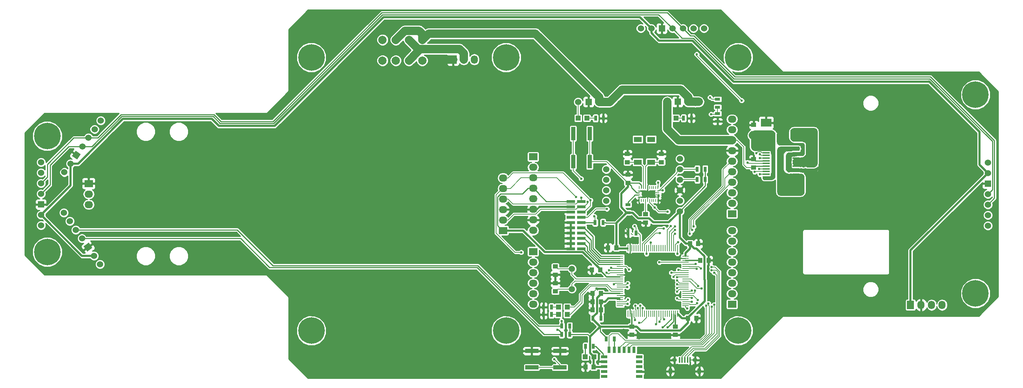
<source format=gtl>
G04 #@! TF.FileFunction,Copper,L1,Top,Signal*
%FSLAX46Y46*%
G04 Gerber Fmt 4.6, Leading zero omitted, Abs format (unit mm)*
G04 Created by KiCad (PCBNEW 4.0.4+dfsg1-stable) date Thu Jun  8 13:27:36 2017*
%MOMM*%
%LPD*%
G01*
G04 APERTURE LIST*
%ADD10C,0.100000*%
%ADD11R,2.032000X1.727200*%
%ADD12O,2.032000X1.727200*%
%ADD13R,1.500000X0.280000*%
%ADD14R,0.280000X1.500000*%
%ADD15R,1.250000X1.000000*%
%ADD16R,1.000000X1.250000*%
%ADD17R,0.700000X1.300000*%
%ADD18R,1.300000X0.700000*%
%ADD19R,0.250000X0.675000*%
%ADD20R,0.575000X0.250000*%
%ADD21C,1.524000*%
%ADD22R,1.524000X1.524000*%
%ADD23R,1.750000X0.450000*%
%ADD24R,2.499360X1.950720*%
%ADD25R,1.727200X2.032000*%
%ADD26O,1.727200X2.032000*%
%ADD27R,0.400000X1.350000*%
%ADD28O,1.250000X0.950000*%
%ADD29O,1.000000X1.550000*%
%ADD30R,2.032000X0.635000*%
%ADD31R,1.198880X1.198880*%
%ADD32R,1.500000X0.700000*%
%ADD33R,0.700000X1.500000*%
%ADD34R,1.000000X3.200000*%
%ADD35R,3.200000X1.000000*%
%ADD36C,6.400000*%
%ADD37C,1.501140*%
%ADD38R,1.900000X1.300000*%
%ADD39C,2.000000*%
%ADD40C,0.600000*%
%ADD41C,0.160000*%
%ADD42C,0.200000*%
%ADD43C,0.300000*%
%ADD44C,2.000000*%
%ADD45C,0.250000*%
%ADD46C,0.500000*%
%ADD47C,0.400000*%
%ADD48C,0.030000*%
%ADD49C,0.254000*%
G04 APERTURE END LIST*
D10*
D11*
X160758000Y-87510000D03*
D12*
X160758000Y-90050000D03*
X160758000Y-92590000D03*
X160758000Y-95130000D03*
X160758000Y-97670000D03*
X160758000Y-100210000D03*
X160758000Y-102750000D03*
X160758000Y-105290000D03*
D11*
X160758000Y-110390000D03*
D12*
X160758000Y-112930000D03*
X160758000Y-115470000D03*
X160758000Y-118010000D03*
X160758000Y-120550000D03*
X160758000Y-123090000D03*
D11*
X208758000Y-101270000D03*
D12*
X208758000Y-98730000D03*
X208758000Y-96190000D03*
X208758000Y-93650000D03*
X208758000Y-91110000D03*
X208758000Y-88570000D03*
X208758000Y-86030000D03*
X208758000Y-83490000D03*
X208758000Y-80950000D03*
X208758000Y-78410000D03*
D11*
X208758000Y-123110000D03*
D12*
X208758000Y-120570000D03*
X208758000Y-118030000D03*
X208758000Y-115490000D03*
X208758000Y-112950000D03*
X208758000Y-110410000D03*
X208758000Y-107870000D03*
X208758000Y-105330000D03*
D13*
X181718000Y-111500000D03*
X181718000Y-112000000D03*
X181718000Y-112500000D03*
X181718000Y-113000000D03*
X181718000Y-113500000D03*
X181718000Y-114000000D03*
X181718000Y-114500000D03*
X181718000Y-115000000D03*
X181718000Y-115500000D03*
X181718000Y-116000000D03*
X181718000Y-116500000D03*
X181718000Y-117000000D03*
X181718000Y-117500000D03*
X181718000Y-118000000D03*
X181718000Y-118500000D03*
X181718000Y-119000000D03*
X181718000Y-119500000D03*
X181718000Y-120000000D03*
X181718000Y-120500000D03*
X181718000Y-121000000D03*
X181718000Y-121500000D03*
X181718000Y-122000000D03*
X181718000Y-122500000D03*
X181718000Y-123000000D03*
X181718000Y-123500000D03*
D14*
X183618000Y-125400000D03*
X184118000Y-125400000D03*
X184618000Y-125400000D03*
X185118000Y-125400000D03*
X185618000Y-125400000D03*
X186118000Y-125400000D03*
X186618000Y-125400000D03*
X187118000Y-125400000D03*
X187618000Y-125400000D03*
X188118000Y-125400000D03*
X188618000Y-125400000D03*
X189118000Y-125400000D03*
X189618000Y-125400000D03*
X190118000Y-125400000D03*
X190618000Y-125400000D03*
X191118000Y-125400000D03*
X191618000Y-125400000D03*
X192118000Y-125400000D03*
X192618000Y-125400000D03*
X193118000Y-125400000D03*
X193618000Y-125400000D03*
X194118000Y-125400000D03*
X194618000Y-125400000D03*
X195118000Y-125400000D03*
X195618000Y-125400000D03*
D13*
X197518000Y-123500000D03*
X197518000Y-123000000D03*
X197518000Y-122500000D03*
X197518000Y-122000000D03*
X197518000Y-121500000D03*
X197518000Y-121000000D03*
X197518000Y-120500000D03*
X197518000Y-120000000D03*
X197518000Y-119500000D03*
X197518000Y-119000000D03*
X197518000Y-118500000D03*
X197518000Y-118000000D03*
X197518000Y-117500000D03*
X197518000Y-117000000D03*
X197518000Y-116500000D03*
X197518000Y-116000000D03*
X197518000Y-115500000D03*
X197518000Y-115000000D03*
X197518000Y-114500000D03*
X197518000Y-114000000D03*
X197518000Y-113500000D03*
X197518000Y-113000000D03*
X197518000Y-112500000D03*
X197518000Y-112000000D03*
X197518000Y-111500000D03*
D14*
X195618000Y-109600000D03*
X195118000Y-109600000D03*
X194618000Y-109600000D03*
X194118000Y-109600000D03*
X193618000Y-109600000D03*
X193118000Y-109600000D03*
X192618000Y-109600000D03*
X192118000Y-109600000D03*
X191618000Y-109600000D03*
X191118000Y-109600000D03*
X190618000Y-109600000D03*
X190118000Y-109600000D03*
X189618000Y-109600000D03*
X189118000Y-109600000D03*
X188618000Y-109600000D03*
X188118000Y-109600000D03*
X187618000Y-109600000D03*
X187118000Y-109600000D03*
X186618000Y-109600000D03*
X186118000Y-109600000D03*
X185618000Y-109600000D03*
X185118000Y-109600000D03*
X184618000Y-109600000D03*
X184118000Y-109600000D03*
X183618000Y-109600000D03*
D15*
X166118000Y-116000000D03*
X166118000Y-114000000D03*
X166118000Y-118000000D03*
X166118000Y-120000000D03*
X195118000Y-128500000D03*
X195118000Y-130500000D03*
D16*
X201118000Y-112500000D03*
X203118000Y-112500000D03*
D15*
X184618000Y-128500000D03*
X184618000Y-130500000D03*
D16*
X198118000Y-126500000D03*
X200118000Y-126500000D03*
X180818000Y-109450000D03*
X178818000Y-109450000D03*
X176918000Y-114800000D03*
X174918000Y-114800000D03*
X177118000Y-120500000D03*
X175118000Y-120500000D03*
X198618000Y-108500000D03*
X200618000Y-108500000D03*
X177118000Y-122500000D03*
X175118000Y-122500000D03*
X177118000Y-124500000D03*
X175118000Y-124500000D03*
D17*
X177618000Y-103400000D03*
X175718000Y-103400000D03*
X185568000Y-105900000D03*
X183668000Y-105900000D03*
D18*
X205268000Y-73600000D03*
X205268000Y-75500000D03*
X205268000Y-77050000D03*
X205268000Y-78950000D03*
D15*
X191718000Y-88800000D03*
X191718000Y-86800000D03*
X183518000Y-88800000D03*
X183518000Y-86800000D03*
X187918000Y-101400000D03*
X187918000Y-103400000D03*
X183618000Y-93800000D03*
X183618000Y-91800000D03*
D18*
X183618000Y-101000000D03*
X183618000Y-99100000D03*
D19*
X186368000Y-94925000D03*
X186868000Y-94925000D03*
X187368000Y-94925000D03*
X187868000Y-94925000D03*
X188368000Y-94925000D03*
X188868000Y-94925000D03*
X189368000Y-94925000D03*
X189868000Y-94925000D03*
X190368000Y-94925000D03*
X190868000Y-94925000D03*
X186368000Y-98050000D03*
X186868000Y-98050000D03*
X187368000Y-98050000D03*
X187868000Y-98050000D03*
X188368000Y-98050000D03*
X188868000Y-98050000D03*
X189368000Y-98050000D03*
X189868000Y-98050000D03*
X190368000Y-98050000D03*
X190868000Y-98050000D03*
D20*
X186305500Y-95737500D03*
X186305500Y-96237500D03*
X186305500Y-96737500D03*
X186305500Y-97237500D03*
X190930500Y-95737500D03*
X190930500Y-96237500D03*
X190930500Y-96737500D03*
X190930500Y-97237500D03*
D21*
X193108000Y-74200000D03*
D22*
X195648000Y-74200000D03*
D21*
X198188000Y-74200000D03*
X200728000Y-74200000D03*
X171608000Y-74250000D03*
D22*
X174148000Y-74250000D03*
D21*
X176688000Y-74250000D03*
X179228000Y-74250000D03*
X178368000Y-95570000D03*
X178368000Y-93030000D03*
X196148000Y-95570000D03*
X196148000Y-93030000D03*
X196148000Y-98110000D03*
X196148000Y-100650000D03*
X196148000Y-90490000D03*
X196148000Y-87950000D03*
X178368000Y-90490000D03*
X178368000Y-98110000D03*
D23*
X224200000Y-92375000D03*
X224200000Y-91725000D03*
X224200000Y-91075000D03*
X224200000Y-90425000D03*
X224200000Y-89775000D03*
X224200000Y-89125000D03*
X224200000Y-88475000D03*
X224200000Y-87825000D03*
X224200000Y-87175000D03*
X224200000Y-86525000D03*
X224200000Y-85875000D03*
X224200000Y-85225000D03*
X217000000Y-85225000D03*
X217000000Y-85875000D03*
X217000000Y-86525000D03*
X217000000Y-87175000D03*
X217000000Y-87825000D03*
X217000000Y-88475000D03*
X217000000Y-89125000D03*
X217000000Y-89775000D03*
X217000000Y-90425000D03*
X217000000Y-91075000D03*
X217000000Y-91725000D03*
X217000000Y-92375000D03*
D15*
X214000000Y-90100000D03*
X214000000Y-88100000D03*
X214000000Y-81800000D03*
X214000000Y-79800000D03*
D24*
X217000000Y-82324000D03*
X217000000Y-79276000D03*
D21*
X42000000Y-104080000D03*
X42000000Y-101540000D03*
D22*
X42000000Y-99000000D03*
D21*
X42000000Y-96460000D03*
X42000000Y-93920000D03*
X42000000Y-91380000D03*
X42000000Y-88840000D03*
X56241305Y-113483877D03*
X54784421Y-111403231D03*
D10*
G36*
X53514666Y-108261326D02*
X54388796Y-109509714D01*
X53140408Y-110383844D01*
X52266278Y-109135456D01*
X53514666Y-108261326D01*
X53514666Y-108261326D01*
G37*
D21*
X51870653Y-107241938D03*
X50413768Y-105161292D03*
X48956884Y-103080646D03*
X47500000Y-101000000D03*
X47629348Y-91241939D03*
X49086232Y-89161293D03*
D10*
G36*
X51604375Y-86893518D02*
X50730245Y-88141906D01*
X49481857Y-87267776D01*
X50355987Y-86019388D01*
X51604375Y-86893518D01*
X51604375Y-86893518D01*
G37*
D21*
X52000000Y-85000000D03*
X53456885Y-82919354D03*
X54913769Y-80838708D03*
X56370653Y-78758062D03*
X186740000Y-56500000D03*
X189280000Y-56500000D03*
D22*
X191820000Y-56500000D03*
D21*
X194360000Y-56500000D03*
X196900000Y-56500000D03*
X199440000Y-56500000D03*
X201980000Y-56500000D03*
X270500000Y-88880000D03*
X270500000Y-91420000D03*
D22*
X270500000Y-93960000D03*
D21*
X270500000Y-96500000D03*
X270500000Y-99040000D03*
X270500000Y-101580000D03*
X270500000Y-104120000D03*
X224220000Y-95020000D03*
X224220000Y-82520000D03*
D25*
X141478000Y-64008000D03*
D26*
X144018000Y-64008000D03*
X146558000Y-64008000D03*
D11*
X53500000Y-93960000D03*
D12*
X53500000Y-96500000D03*
X53500000Y-99040000D03*
D27*
X196057100Y-136613460D03*
X196707100Y-136613460D03*
X197357100Y-136613460D03*
X198007100Y-136613460D03*
X198657100Y-136613460D03*
D28*
X194857100Y-136613460D03*
X199857100Y-136613460D03*
D29*
X193857100Y-139313460D03*
X200857100Y-139313460D03*
D30*
X169818000Y-98300000D03*
X172396100Y-98300000D03*
X169818000Y-99570000D03*
X172396100Y-99570000D03*
X169818000Y-100840000D03*
X172396100Y-100840000D03*
X169818000Y-102110000D03*
X172396100Y-102110000D03*
X169818000Y-103380000D03*
X172396100Y-103380000D03*
X169818000Y-104650000D03*
X172396100Y-104650000D03*
X169818000Y-105920000D03*
X172396100Y-105920000D03*
X169818000Y-107190000D03*
X172396100Y-107190000D03*
X169818000Y-108460000D03*
X172396100Y-108460000D03*
X169818000Y-109730000D03*
X172396100Y-109730000D03*
D11*
X153518000Y-105300000D03*
D12*
X153518000Y-102760000D03*
X153518000Y-100220000D03*
X153518000Y-97680000D03*
X153518000Y-95140000D03*
X153518000Y-92600000D03*
D17*
X175218000Y-126500000D03*
X177118000Y-126500000D03*
D16*
X175368000Y-138250000D03*
X173368000Y-138250000D03*
D31*
X175416040Y-135800000D03*
X173318000Y-135800000D03*
D17*
X180318000Y-131500000D03*
X178418000Y-131500000D03*
X173368000Y-133300000D03*
X175268000Y-133300000D03*
D32*
X186368000Y-135800000D03*
D33*
X185118000Y-134150000D03*
X183918000Y-134150000D03*
X182718000Y-134150000D03*
X181518000Y-134150000D03*
X180318000Y-134150000D03*
X179118000Y-134150000D03*
D32*
X186368000Y-137000000D03*
X186368000Y-138200000D03*
X186368000Y-139400000D03*
X186368000Y-140600000D03*
X177868000Y-135800000D03*
X177868000Y-137000000D03*
X177868000Y-138200000D03*
X177868000Y-139400000D03*
X177868000Y-140600000D03*
D17*
X202268000Y-90500000D03*
X200368000Y-90500000D03*
X202268000Y-93000000D03*
X200368000Y-93000000D03*
X169568000Y-128400000D03*
X167668000Y-128400000D03*
X169568000Y-130400000D03*
X167668000Y-130400000D03*
D25*
X251846979Y-123304249D03*
D26*
X254386979Y-123304249D03*
X256926979Y-123304249D03*
X259466979Y-123304249D03*
D34*
X170418000Y-81900000D03*
X170418000Y-88700000D03*
X174418000Y-88700000D03*
X174418000Y-81900000D03*
D35*
X160430000Y-138398000D03*
X167230000Y-138398000D03*
X167230000Y-134398000D03*
X160430000Y-134398000D03*
D36*
X43500000Y-110500000D03*
X43500000Y-82500000D03*
D31*
X168967020Y-123800000D03*
X166868980Y-123800000D03*
X168967020Y-125600000D03*
X166868980Y-125600000D03*
D17*
X163268000Y-123800000D03*
X165168000Y-123800000D03*
X163268000Y-125600000D03*
X165168000Y-125600000D03*
D37*
X170118000Y-114559060D03*
X170118000Y-119440940D03*
D38*
X189218000Y-88800000D03*
X189218000Y-83300000D03*
X186018000Y-83300000D03*
X186018000Y-88800000D03*
D31*
X171618980Y-78175000D03*
X173717020Y-78175000D03*
X193118000Y-78175000D03*
X195216040Y-78175000D03*
D17*
X177718000Y-78175000D03*
X175818000Y-78175000D03*
X198968000Y-78175000D03*
X197068000Y-78175000D03*
D39*
X124410000Y-59262000D03*
X127610000Y-59262000D03*
X130810000Y-59262000D03*
X134010000Y-59262000D03*
X124410000Y-64262000D03*
X127610000Y-64262000D03*
X130810000Y-64262000D03*
X134010000Y-64262000D03*
D36*
X267500000Y-120500000D03*
X267500000Y-72500000D03*
X107250000Y-129500000D03*
X107250000Y-63500000D03*
X210250000Y-129500000D03*
X210250000Y-63500000D03*
X154250000Y-129500000D03*
X154250000Y-63500000D03*
D40*
X183568000Y-118050000D03*
X183518000Y-119000000D03*
X183618000Y-122000000D03*
X183568000Y-123000000D03*
X185368000Y-126950000D03*
X186318000Y-127600006D03*
X195518000Y-117400000D03*
X195507870Y-116589870D03*
X195818000Y-114800000D03*
X199508021Y-104350000D03*
X194968000Y-104350000D03*
X199148010Y-105200000D03*
X194968000Y-105200000D03*
X198568000Y-106100000D03*
X194968000Y-106100000D03*
X194618064Y-116500000D03*
X194118000Y-115500000D03*
X200618000Y-118700000D03*
X201418000Y-119300000D03*
X199818000Y-119800000D03*
X199018000Y-119800000D03*
X195518000Y-121700000D03*
X195518000Y-120100000D03*
X195518000Y-119200000D03*
X195518000Y-118300000D03*
X193368000Y-112110012D03*
X187924257Y-112110012D03*
X176118000Y-119340021D03*
X173618000Y-125400000D03*
X178818000Y-110800000D03*
X178818000Y-107800000D03*
X187918000Y-104500000D03*
X186518000Y-103400000D03*
X187618000Y-96500000D03*
X189718000Y-96500000D03*
X186318000Y-131300000D03*
X182618000Y-129300000D03*
X193418000Y-130700000D03*
X196718000Y-130700000D03*
X184118000Y-124000000D03*
X183518000Y-121000000D03*
X183418000Y-116000000D03*
X184118000Y-111100000D03*
X176618000Y-136300000D03*
X176618000Y-137000000D03*
X227000000Y-91000000D03*
X226500000Y-90500000D03*
X226000000Y-91000000D03*
X225500000Y-90500000D03*
X225500000Y-87000000D03*
X226000000Y-84500000D03*
X225575002Y-85000000D03*
X226000000Y-85500000D03*
X225575002Y-86000000D03*
X226000000Y-86500000D03*
X222000000Y-90500000D03*
X222000000Y-89500000D03*
X222000000Y-88500000D03*
X222000000Y-87500000D03*
X222500000Y-91000000D03*
X222500000Y-90000000D03*
X222500000Y-89000000D03*
X222500000Y-88000000D03*
X222500000Y-87000000D03*
X192318000Y-104800000D03*
X190918000Y-93700000D03*
X191393000Y-105925000D03*
X192018000Y-95600000D03*
X203454000Y-73152000D03*
X215497390Y-86909573D03*
X214225000Y-91150000D03*
X186618000Y-123450000D03*
X187218000Y-124050000D03*
X215350000Y-90475000D03*
X215500000Y-87825000D03*
X192343000Y-126750000D03*
X178508306Y-115484891D03*
X179621517Y-114316460D03*
X179071259Y-114916470D03*
X200250000Y-62750000D03*
X211074000Y-73914000D03*
X197940752Y-124102493D03*
X188118000Y-110950000D03*
X204440945Y-115511356D03*
X201218002Y-114500000D03*
X203825715Y-114919990D03*
X200018000Y-113400000D03*
X203817146Y-114120024D03*
X200217996Y-114600000D03*
X191218000Y-113000000D03*
X172368000Y-97400000D03*
X173916584Y-98382694D03*
X195582870Y-110914870D03*
X174618728Y-97999272D03*
X189118000Y-108200000D03*
X178568000Y-100100000D03*
X195718000Y-108100000D03*
X165862000Y-136398000D03*
X157868000Y-110575000D03*
X175557870Y-101910130D03*
X180268000Y-118300000D03*
X171118000Y-97250000D03*
X204449968Y-123215264D03*
X199018000Y-121580010D03*
X203855167Y-123750270D03*
X200518000Y-122100000D03*
X203062346Y-122930977D03*
X200318000Y-122900000D03*
X202500000Y-123500000D03*
X199018000Y-122500000D03*
X166618000Y-129300008D03*
X193218004Y-128700000D03*
X167617999Y-127200000D03*
X192068000Y-128700000D03*
X190418000Y-127950000D03*
X191243000Y-127350000D03*
X214650000Y-86625000D03*
X215486826Y-91750650D03*
X186037990Y-124050000D03*
X212500000Y-88900000D03*
X185418000Y-123500000D03*
X172368000Y-92800000D03*
X185218000Y-104275000D03*
X203708000Y-77216000D03*
X183918000Y-114700000D03*
X218750000Y-87000000D03*
X218750000Y-88000000D03*
X218750000Y-89000000D03*
X218750000Y-90000000D03*
X218750000Y-91000000D03*
X218750000Y-92000000D03*
X218000000Y-84000000D03*
X217000000Y-84000000D03*
X214000000Y-83000000D03*
X215000000Y-83000000D03*
X216000000Y-84000000D03*
X215000000Y-84000000D03*
X214000000Y-84000000D03*
X214000000Y-85000000D03*
X215000000Y-85000000D03*
X190070500Y-99750000D03*
X193250000Y-100750000D03*
X194000000Y-104250000D03*
D41*
X184418001Y-106051458D02*
X184718000Y-106351457D01*
X182628000Y-118500000D02*
X181718000Y-118500000D01*
X183118000Y-118500000D02*
X182628000Y-118500000D01*
X183568000Y-118050000D02*
X183118000Y-118500000D01*
X183518000Y-119000000D02*
X181718000Y-119000000D01*
X182628000Y-122500000D02*
X181718000Y-122500000D01*
X183118000Y-122500000D02*
X182628000Y-122500000D01*
X183618000Y-122000000D02*
X183118000Y-122500000D01*
X183568000Y-123000000D02*
X181718000Y-123000000D01*
X181768000Y-123050000D02*
X181718000Y-123000000D01*
X185368000Y-126950000D02*
X185368000Y-126525736D01*
X185368000Y-126525736D02*
X185118000Y-126275736D01*
X185118000Y-126275736D02*
X185118000Y-125400000D01*
X186742264Y-127600006D02*
X186318000Y-127600006D01*
X186827994Y-127600006D02*
X186742264Y-127600006D01*
X188118000Y-126310000D02*
X186827994Y-127600006D01*
X188118000Y-125400000D02*
X188118000Y-126310000D01*
X195518000Y-117400000D02*
X196118000Y-118000000D01*
X196118000Y-118000000D02*
X197518000Y-118000000D01*
X195597740Y-116500000D02*
X195507870Y-116589870D01*
X197518000Y-116500000D02*
X195597740Y-116500000D01*
X195521610Y-116589870D02*
X195507870Y-116589870D01*
X195611480Y-116500000D02*
X195521610Y-116589870D01*
X195818000Y-114800000D02*
X196242264Y-114800000D01*
X196242264Y-114800000D02*
X196442264Y-115000000D01*
X196442264Y-115000000D02*
X196608000Y-115000000D01*
X196608000Y-115000000D02*
X197518000Y-115000000D01*
X199508021Y-103925736D02*
X199508021Y-104350000D01*
X199508021Y-102747579D02*
X199508021Y-103925736D01*
X208758000Y-93650000D02*
X208605600Y-93650000D01*
X208605600Y-93650000D02*
X199508021Y-102747579D01*
X193618000Y-109600000D02*
X193618000Y-105700000D01*
X193618000Y-105700000D02*
X194968000Y-104350000D01*
X198928011Y-104980001D02*
X199148010Y-105200000D01*
X198928011Y-102799121D02*
X198928011Y-104980001D01*
X206978011Y-94749121D02*
X198928011Y-102799121D01*
X206978011Y-92737589D02*
X206978011Y-94749121D01*
X208605600Y-91110000D02*
X206978011Y-92737589D01*
X208758000Y-91110000D02*
X208605600Y-91110000D01*
X194118000Y-109600000D02*
X194118000Y-106050000D01*
X194118000Y-106050000D02*
X194968000Y-105200000D01*
X206618000Y-94600000D02*
X206618000Y-90557600D01*
X206618000Y-90557600D02*
X208605600Y-88570000D01*
X198568000Y-106100000D02*
X198568000Y-102650000D01*
X198568000Y-102650000D02*
X206618000Y-94600000D01*
X208605600Y-88570000D02*
X208758000Y-88570000D01*
X194618000Y-109600000D02*
X194618000Y-106450000D01*
X194618000Y-106450000D02*
X194968000Y-106100000D01*
X195118064Y-116000000D02*
X194918063Y-116200001D01*
X197518000Y-116000000D02*
X195118064Y-116000000D01*
X194918063Y-116200001D02*
X194618064Y-116500000D01*
X197518000Y-115500000D02*
X195618000Y-115500000D01*
X195618000Y-115500000D02*
X194118000Y-115500000D01*
X200318001Y-118400001D02*
X200618000Y-118700000D01*
X198918000Y-117000000D02*
X200318001Y-118400001D01*
X197518000Y-117000000D02*
X198918000Y-117000000D01*
X200993736Y-119300000D02*
X201418000Y-119300000D01*
X198559596Y-117500000D02*
X200359596Y-119300000D01*
X200359596Y-119300000D02*
X200993736Y-119300000D01*
X197518000Y-117500000D02*
X198559596Y-117500000D01*
X199818000Y-120224264D02*
X199818000Y-119800000D01*
X197518000Y-120500000D02*
X199542264Y-120500000D01*
X199542264Y-120500000D02*
X199818000Y-120224264D01*
X199018000Y-119800000D02*
X198818000Y-120000000D01*
X198818000Y-120000000D02*
X197518000Y-120000000D01*
X197518000Y-122000000D02*
X195817999Y-121999999D01*
X195817999Y-121999999D02*
X195518000Y-121700000D01*
X196118000Y-119500000D02*
X197518000Y-119500000D01*
X195518000Y-120100000D02*
X196118000Y-119500000D01*
X195518000Y-119200000D02*
X195718000Y-119000000D01*
X195718000Y-119000000D02*
X196608000Y-119000000D01*
X196608000Y-119000000D02*
X197518000Y-119000000D01*
X195518000Y-118300000D02*
X195718000Y-118500000D01*
X195718000Y-118500000D02*
X197518000Y-118500000D01*
D42*
X170118000Y-114559060D02*
X166677060Y-114559060D01*
X166677060Y-114559060D02*
X166118000Y-114000000D01*
X181718000Y-117000000D02*
X171118000Y-117000000D01*
X171118000Y-117000000D02*
X170118000Y-116000000D01*
X170118000Y-116000000D02*
X170118000Y-114559060D01*
X170118000Y-119440940D02*
X166677060Y-119440940D01*
X166677060Y-119440940D02*
X166118000Y-120000000D01*
X181718000Y-117500000D02*
X170859450Y-117500000D01*
X170859450Y-117500000D02*
X170118000Y-118241450D01*
X170118000Y-118241450D02*
X170118000Y-119440940D01*
D43*
X195118000Y-128500000D02*
X195118000Y-125748542D01*
X195118000Y-125748542D02*
X195108001Y-125738543D01*
X197518000Y-112500000D02*
X201118000Y-112500000D01*
D41*
X188368000Y-98050000D02*
X188368000Y-97250000D01*
X188368000Y-97250000D02*
X187618000Y-96500000D01*
X198657100Y-136613460D02*
X199857100Y-136613460D01*
D44*
X138176000Y-65024000D02*
X138176000Y-64446400D01*
X138176000Y-64446400D02*
X138614400Y-64008000D01*
X138614400Y-64008000D02*
X141478000Y-64008000D01*
D42*
X190930500Y-97237500D02*
X190455500Y-97237500D01*
X190455500Y-97237500D02*
X189718000Y-96500000D01*
X190930500Y-96737500D02*
X189955500Y-96737500D01*
X189955500Y-96737500D02*
X189718000Y-96500000D01*
X190930500Y-96237500D02*
X189980500Y-96237500D01*
X189980500Y-96237500D02*
X189718000Y-96500000D01*
D41*
X193478012Y-112000000D02*
X193368000Y-112110012D01*
X197518000Y-112000000D02*
X193478012Y-112000000D01*
D42*
X187924257Y-112110012D02*
X193368000Y-112110012D01*
D41*
X183668000Y-105900000D02*
X183668000Y-105600000D01*
X183108695Y-105016415D02*
X183108695Y-104592151D01*
X183108695Y-105040695D02*
X183108695Y-105016415D01*
X183668000Y-105600000D02*
X183108695Y-105040695D01*
X176118000Y-119375000D02*
X176118000Y-119340021D01*
X175118000Y-120375000D02*
X176118000Y-119375000D01*
X175118000Y-120500000D02*
X175118000Y-120375000D01*
X173618000Y-124500000D02*
X173618000Y-125400000D01*
X175118000Y-124500000D02*
X173618000Y-124500000D01*
X178818000Y-109450000D02*
X178818000Y-110800000D01*
X178818000Y-109450000D02*
X178818000Y-107800000D01*
X187918000Y-103400000D02*
X187918000Y-104500000D01*
X187918000Y-103400000D02*
X186518000Y-103400000D01*
X224200000Y-91075000D02*
X225925000Y-91075000D01*
X225925000Y-91075000D02*
X226000000Y-91000000D01*
D45*
X186305500Y-95737500D02*
X186855500Y-95737500D01*
X186855500Y-95737500D02*
X187618000Y-96500000D01*
D41*
X186018000Y-130500000D02*
X186318000Y-130800000D01*
X186318000Y-130800000D02*
X186318000Y-131300000D01*
X185403000Y-130500000D02*
X186018000Y-130500000D01*
X184618000Y-130500000D02*
X185403000Y-130500000D01*
X183118000Y-130500000D02*
X182618000Y-130000000D01*
X182618000Y-130000000D02*
X182618000Y-129300000D01*
X184618000Y-130500000D02*
X183118000Y-130500000D01*
X195118000Y-130500000D02*
X193618000Y-130500000D01*
X193618000Y-130500000D02*
X193418000Y-130700000D01*
X195118000Y-130500000D02*
X196518000Y-130500000D01*
X196518000Y-130500000D02*
X196718000Y-130700000D01*
X184118000Y-125400000D02*
X184118000Y-124000000D01*
X181718000Y-121000000D02*
X183518000Y-121000000D01*
X181718000Y-116000000D02*
X183418000Y-116000000D01*
X184118000Y-109600000D02*
X184118000Y-111100000D01*
D45*
X176618000Y-137000000D02*
X176618000Y-136300000D01*
D46*
X177618000Y-137000000D02*
X176618000Y-137000000D01*
D41*
X190930500Y-97987500D02*
X190868000Y-98050000D01*
D45*
X186305500Y-97237500D02*
X186305500Y-97987500D01*
X186305500Y-97987500D02*
X186368000Y-98050000D01*
X186880500Y-97200000D02*
X186843000Y-97237500D01*
X186305500Y-97237500D02*
X186843000Y-97237500D01*
X186305500Y-95737500D02*
X188143000Y-95737500D01*
X188143000Y-95737500D02*
X188368000Y-95512500D01*
X188368000Y-95512500D02*
X188368000Y-94925000D01*
X188368000Y-94925000D02*
X188368000Y-94337500D01*
X188368000Y-94337500D02*
X188718000Y-93987500D01*
X197518000Y-112000000D02*
X196268000Y-112000000D01*
X181718000Y-121000000D02*
X182718000Y-121000000D01*
X184118000Y-125400000D02*
X184118000Y-124400000D01*
X184118000Y-124400000D02*
X184068000Y-124350000D01*
X181718000Y-116000000D02*
X182718000Y-116000000D01*
X184118000Y-109600000D02*
X184118000Y-110900000D01*
X184118000Y-109600000D02*
X184118000Y-108050000D01*
D47*
X161608000Y-100210000D02*
X162248000Y-99570000D01*
X162248000Y-99570000D02*
X169818000Y-99570000D01*
X160758000Y-100210000D02*
X161608000Y-100210000D01*
D45*
X226000000Y-91000000D02*
X226500000Y-90500000D01*
X224200000Y-90425000D02*
X225425000Y-90425000D01*
X225425000Y-90425000D02*
X225500000Y-90500000D01*
X226000000Y-86500000D02*
X225500000Y-87000000D01*
X225575002Y-85000000D02*
X225575002Y-84924998D01*
X225575002Y-84924998D02*
X226000000Y-84500000D01*
X225575002Y-86000000D02*
X225575002Y-85924998D01*
X225575002Y-85924998D02*
X226000000Y-85500000D01*
X224200000Y-86525000D02*
X225975000Y-86525000D01*
X225975000Y-86525000D02*
X226000000Y-86500000D01*
X222000000Y-88500000D02*
X222000000Y-89500000D01*
X222000000Y-87500000D02*
X222000000Y-88500000D01*
X222500000Y-90000000D02*
X222500000Y-91000000D01*
X222500000Y-88000000D02*
X222500000Y-89000000D01*
X224200000Y-86525000D02*
X222975000Y-86525000D01*
X222975000Y-86525000D02*
X222500000Y-87000000D01*
X217000000Y-88475000D02*
X214375000Y-88475000D01*
X214375000Y-88475000D02*
X214000000Y-88100000D01*
D42*
X189218000Y-88800000D02*
X190368000Y-88800000D01*
X190368000Y-88800000D02*
X191718000Y-88800000D01*
X187868000Y-94925000D02*
X187868000Y-89850000D01*
X187868000Y-89850000D02*
X188918000Y-88800000D01*
X188918000Y-88800000D02*
X189218000Y-88800000D01*
X186018000Y-88800000D02*
X184868000Y-88800000D01*
X184868000Y-88800000D02*
X183518000Y-88800000D01*
X187368000Y-94925000D02*
X187368000Y-89850000D01*
X187368000Y-89850000D02*
X186318000Y-88800000D01*
X186318000Y-88800000D02*
X186018000Y-88800000D01*
D41*
X187868000Y-98050000D02*
X187868000Y-101350000D01*
X187868000Y-101350000D02*
X187918000Y-101400000D01*
D45*
X183618000Y-99100000D02*
X183618000Y-98500000D01*
X183618000Y-98500000D02*
X185380500Y-96737500D01*
X185380500Y-96737500D02*
X185768000Y-96737500D01*
X185768000Y-96737500D02*
X186305500Y-96737500D01*
D42*
X191893736Y-104800000D02*
X192318000Y-104800000D01*
X190852300Y-104800000D02*
X191893736Y-104800000D01*
X187118000Y-109600000D02*
X187118000Y-108534300D01*
X187118000Y-108534300D02*
X190852300Y-104800000D01*
X190918000Y-93700000D02*
X190918000Y-94875000D01*
X190918000Y-94875000D02*
X190868000Y-94925000D01*
X200368000Y-93000000D02*
X196178000Y-93000000D01*
X196178000Y-93000000D02*
X196148000Y-93030000D01*
X190968736Y-105925000D02*
X191393000Y-105925000D01*
X190343000Y-105925000D02*
X190968736Y-105925000D01*
X187618000Y-108650000D02*
X190343000Y-105925000D01*
X187618000Y-109600000D02*
X187618000Y-108650000D01*
X192018000Y-95600000D02*
X191068000Y-95600000D01*
X191068000Y-95600000D02*
X190930500Y-95737500D01*
X196148000Y-90490000D02*
X195386001Y-91251999D01*
X195386001Y-91251999D02*
X195386001Y-91444499D01*
X195386001Y-91444499D02*
X191093000Y-95737500D01*
X191093000Y-95737500D02*
X190930500Y-95737500D01*
X200368000Y-90500000D02*
X196158000Y-90500000D01*
X196158000Y-90500000D02*
X196148000Y-90490000D01*
X205268000Y-73600000D02*
X203902000Y-73600000D01*
X203902000Y-73600000D02*
X203454000Y-73152000D01*
D44*
X130810000Y-64262000D02*
X131809999Y-63262001D01*
X131809999Y-63262001D02*
X131809999Y-63205999D01*
X131809999Y-63205999D02*
X133553997Y-61462001D01*
X133553997Y-61462001D02*
X142971603Y-61462001D01*
X144018000Y-64008000D02*
X144018000Y-62508398D01*
X144018000Y-62508398D02*
X142971603Y-61462001D01*
X142971603Y-61462001D02*
X133010001Y-61462001D01*
X133010001Y-61462001D02*
X131809999Y-60261999D01*
X131809999Y-60261999D02*
X130810000Y-59262000D01*
D42*
X171608000Y-77090000D02*
X171618980Y-77100980D01*
X171618980Y-77100980D02*
X171618980Y-78175000D01*
X171608000Y-74250000D02*
X171608000Y-77090000D01*
X171608000Y-77090000D02*
X171618000Y-77100000D01*
D46*
X199186000Y-59436000D02*
X209092000Y-69342000D01*
X209092000Y-69342000D02*
X256276402Y-69342000D01*
X189280000Y-56500000D02*
X189280000Y-57577630D01*
X269738001Y-90658001D02*
X270500000Y-91420000D01*
X256318402Y-69300000D02*
X268500000Y-81481598D01*
X189280000Y-57577630D02*
X191138370Y-59436000D01*
X191138370Y-59436000D02*
X199186000Y-59436000D01*
X256276402Y-69342000D02*
X256318402Y-69300000D01*
X268500000Y-81481598D02*
X268500000Y-89420000D01*
X268500000Y-89420000D02*
X269738001Y-90658001D01*
X125750000Y-53750000D02*
X186530000Y-53750000D01*
X83200000Y-78350000D02*
X84900000Y-80050000D01*
X84900000Y-80050000D02*
X98350000Y-80050000D01*
X49086232Y-89161293D02*
X50938707Y-89161293D01*
X50938707Y-89161293D02*
X61750000Y-78350000D01*
X61750000Y-78350000D02*
X83200000Y-78350000D01*
X98350000Y-80050000D02*
X124650000Y-53750000D01*
X124650000Y-53750000D02*
X125750000Y-53750000D01*
D44*
X193118000Y-78175000D02*
X193118000Y-80774440D01*
X193118000Y-80774440D02*
X195833560Y-83490000D01*
X195833560Y-83490000D02*
X205742000Y-83490000D01*
X205742000Y-83490000D02*
X208758000Y-83490000D01*
X193108000Y-74200000D02*
X193108000Y-78165000D01*
X193108000Y-78165000D02*
X193118000Y-78175000D01*
D42*
X208758000Y-83490000D02*
X209974000Y-83490000D01*
X209974000Y-83490000D02*
X211582000Y-85098000D01*
X211582000Y-85098000D02*
X211582000Y-89408000D01*
X211582000Y-89408000D02*
X212274000Y-90100000D01*
X212274000Y-90100000D02*
X214000000Y-90100000D01*
D46*
X270500000Y-91420000D02*
X251846979Y-110073021D01*
X251846979Y-110073021D02*
X251846979Y-123304249D01*
D45*
X169568000Y-128400000D02*
X169568000Y-130400000D01*
X174467999Y-130950001D02*
X173917998Y-130400000D01*
X173917998Y-130400000D02*
X169568000Y-130400000D01*
D46*
X202068001Y-117139997D02*
X202068001Y-111514999D01*
X199618000Y-109625000D02*
X198618000Y-108625000D01*
X200178002Y-109625000D02*
X199618000Y-109625000D01*
X202168008Y-122324992D02*
X202168008Y-117240004D01*
X198618000Y-108625000D02*
X198618000Y-108500000D01*
X198118000Y-126375000D02*
X202168008Y-122324992D01*
X198118000Y-126500000D02*
X198118000Y-126375000D01*
X202068001Y-111514999D02*
X200178002Y-109625000D01*
X202168008Y-117240004D02*
X202068001Y-117139997D01*
D41*
X180993000Y-91175000D02*
X183618000Y-93800000D01*
X174418000Y-88700000D02*
X178518000Y-88700000D01*
X178518000Y-88700000D02*
X180993000Y-91175000D01*
X174418000Y-81900000D02*
X174418000Y-88700000D01*
D46*
X213950000Y-90150000D02*
X213850000Y-90250000D01*
D45*
X215875000Y-89775000D02*
X217000000Y-89775000D01*
X214325000Y-89775000D02*
X215875000Y-89775000D01*
X214000000Y-90100000D02*
X214325000Y-89775000D01*
X202268000Y-90500000D02*
X202268000Y-91400000D01*
X202268000Y-91400000D02*
X202268000Y-93000000D01*
X196148000Y-100650000D02*
X202268000Y-94530000D01*
X202268000Y-94530000D02*
X202268000Y-93000000D01*
D43*
X184618000Y-128500000D02*
X184618000Y-125400000D01*
X181718000Y-120500000D02*
X177118000Y-120500000D01*
X181718000Y-116500000D02*
X178493000Y-116500000D01*
X178493000Y-116500000D02*
X176918000Y-114925000D01*
X176918000Y-114925000D02*
X176918000Y-114800000D01*
D46*
X174467999Y-134851959D02*
X174467999Y-130950001D01*
X175416040Y-135800000D02*
X174467999Y-134851959D01*
X174467999Y-130950001D02*
X176918000Y-128500000D01*
D45*
X178418000Y-131500000D02*
X178418000Y-131200000D01*
X178418000Y-131200000D02*
X176918000Y-129700000D01*
X176918000Y-129700000D02*
X176918000Y-128500000D01*
D46*
X175368000Y-138250000D02*
X175368000Y-135848040D01*
X175368000Y-135848040D02*
X175416040Y-135800000D01*
X175368000Y-138250000D02*
X177568000Y-138250000D01*
X177568000Y-138250000D02*
X177618000Y-138200000D01*
X175218000Y-126500000D02*
X175218000Y-126200000D01*
X175218000Y-126200000D02*
X176167999Y-125250001D01*
X176167999Y-125250001D02*
X176167999Y-121575001D01*
X184618000Y-128500000D02*
X176918000Y-128500000D01*
X176918000Y-128500000D02*
X175218000Y-126800000D01*
X175218000Y-126800000D02*
X175218000Y-126500000D01*
X186530000Y-53750000D02*
X189280000Y-56500000D01*
D45*
X177618000Y-103400000D02*
X178218000Y-103400000D01*
X178218000Y-103400000D02*
X178318000Y-103500000D01*
X178318000Y-103500000D02*
X180818000Y-103500000D01*
D46*
X176918000Y-114800000D02*
X176918000Y-114675000D01*
X176918000Y-114675000D02*
X172740501Y-110497501D01*
X172740501Y-110497501D02*
X163555103Y-110497501D01*
X163555103Y-110497501D02*
X158357602Y-105300000D01*
X158357602Y-105300000D02*
X155034000Y-105300000D01*
X155034000Y-105300000D02*
X153518000Y-105300000D01*
X183318000Y-101000000D02*
X182018000Y-99700000D01*
X182018000Y-99700000D02*
X182018000Y-96400000D01*
X182018000Y-96400000D02*
X183618000Y-94800000D01*
X183618000Y-94800000D02*
X183618000Y-93800000D01*
X183618000Y-101000000D02*
X183318000Y-101000000D01*
X183318000Y-101000000D02*
X180818000Y-103500000D01*
X180818000Y-103500000D02*
X180818000Y-108575000D01*
X180818000Y-108575000D02*
X180818000Y-109700000D01*
X184618000Y-128500000D02*
X185743000Y-128500000D01*
X185743000Y-128500000D02*
X186693001Y-129450001D01*
X186693001Y-129450001D02*
X196292999Y-129450001D01*
X196292999Y-129450001D02*
X198118000Y-127625000D01*
X198118000Y-127625000D02*
X198118000Y-126500000D01*
X177118000Y-120500000D02*
X177118000Y-120625000D01*
X177118000Y-120625000D02*
X176167999Y-121575001D01*
X177218000Y-120400000D02*
X177118000Y-120500000D01*
X196148000Y-100650000D02*
X193448000Y-103350000D01*
X193448000Y-103350000D02*
X190918000Y-103350000D01*
X190918000Y-103350000D02*
X189768000Y-103350000D01*
X189768000Y-103350000D02*
X188768001Y-102350001D01*
X188768001Y-102350001D02*
X186118001Y-102350001D01*
X186118001Y-102350001D02*
X184768000Y-101000000D01*
X184768000Y-101000000D02*
X183618000Y-101000000D01*
X196148000Y-100650000D02*
X196148000Y-107030000D01*
X196148000Y-107030000D02*
X197618000Y-108500000D01*
X197618000Y-108500000D02*
X198618000Y-108500000D01*
D45*
X152873262Y-96491390D02*
X152176990Y-97187662D01*
X152176990Y-97187662D02*
X152176990Y-104111390D01*
X160758000Y-95130000D02*
X159492000Y-95130000D01*
X159492000Y-95130000D02*
X158130610Y-96491390D01*
X152176990Y-104111390D02*
X153365600Y-105300000D01*
X158130610Y-96491390D02*
X152873262Y-96491390D01*
X153365600Y-105300000D02*
X153518000Y-105300000D01*
X169818000Y-98300000D02*
X163928000Y-98300000D01*
X163928000Y-98300000D02*
X162024000Y-96396000D01*
X162024000Y-96396000D02*
X162024000Y-96243600D01*
X162024000Y-96243600D02*
X160910400Y-95130000D01*
X160910400Y-95130000D02*
X160758000Y-95130000D01*
X186305500Y-96237500D02*
X185768000Y-96237500D01*
X185768000Y-96237500D02*
X184493000Y-94962500D01*
X184493000Y-94962500D02*
X184493000Y-94550000D01*
X184493000Y-94550000D02*
X183743000Y-93800000D01*
X183743000Y-93800000D02*
X183618000Y-93800000D01*
X183618000Y-93800000D02*
X186330500Y-93800000D01*
X186330500Y-93800000D02*
X186868000Y-94337500D01*
X186868000Y-94337500D02*
X186868000Y-94925000D01*
D46*
X180818000Y-109700000D02*
X183518000Y-109700000D01*
X183518000Y-109700000D02*
X183527999Y-109690001D01*
X54784421Y-111403231D02*
X51863231Y-111403231D01*
X51863231Y-111403231D02*
X42000000Y-101540000D01*
X42000000Y-101540000D02*
X49086232Y-94453768D01*
X49086232Y-94453768D02*
X49086232Y-89161293D01*
X198618000Y-108500000D02*
X198618000Y-109625000D01*
X198618000Y-109625000D02*
X197518000Y-110725000D01*
X197518000Y-110725000D02*
X197518000Y-111409999D01*
X198118000Y-126500000D02*
X196718000Y-126500000D01*
X196718000Y-126500000D02*
X195708001Y-125490001D01*
D42*
X181718000Y-121500000D02*
X181718000Y-122000000D01*
D46*
X178918000Y-121700000D02*
X181418000Y-121700000D01*
X181418000Y-121700000D02*
X181627999Y-121909999D01*
X177118000Y-122500000D02*
X178118000Y-122500000D01*
X178118000Y-122500000D02*
X178918000Y-121700000D01*
X177118000Y-124500000D02*
X177118000Y-122500000D01*
X177118000Y-126500000D02*
X177118000Y-124500000D01*
D42*
X177618000Y-122000000D02*
X177118000Y-122500000D01*
X177118000Y-122375000D02*
X177118000Y-122500000D01*
D41*
X217000000Y-87175000D02*
X215762817Y-87175000D01*
X215762817Y-87175000D02*
X215497390Y-86909573D01*
X214300000Y-91075000D02*
X214225000Y-91150000D01*
X217000000Y-91075000D02*
X214300000Y-91075000D01*
X186618000Y-125400000D02*
X186618000Y-123450000D01*
X187118000Y-125400000D02*
X187118000Y-124150000D01*
X187118000Y-124150000D02*
X187218000Y-124050000D01*
X215400000Y-90425000D02*
X215350000Y-90475000D01*
X217000000Y-90425000D02*
X215400000Y-90425000D01*
X215500000Y-87825000D02*
X217000000Y-87825000D01*
X192343000Y-126750000D02*
X192118000Y-126525000D01*
X192118000Y-126525000D02*
X192118000Y-125400000D01*
D42*
X179081371Y-115784890D02*
X178808305Y-115784890D01*
X179366261Y-115500000D02*
X179081371Y-115784890D01*
X181718000Y-115500000D02*
X179366261Y-115500000D01*
X178808305Y-115784890D02*
X178508306Y-115484891D01*
X179805057Y-114500000D02*
X179621517Y-114316460D01*
X181718000Y-114500000D02*
X179805057Y-114500000D01*
X179154789Y-115000000D02*
X179071259Y-114916470D01*
X181718000Y-115000000D02*
X179154789Y-115000000D01*
D41*
X211074000Y-73914000D02*
X200250000Y-63090000D01*
X200250000Y-63090000D02*
X200250000Y-62750000D01*
X197518000Y-123500000D02*
X197518000Y-123800000D01*
X197820493Y-124102493D02*
X197940752Y-124102493D01*
X197518000Y-123800000D02*
X197820493Y-124102493D01*
D42*
X188118000Y-110950000D02*
X188118000Y-109600000D01*
D41*
X199093580Y-133391980D02*
X196707100Y-135778460D01*
X196707100Y-135778460D02*
X196707100Y-136613460D01*
X201888022Y-133391978D02*
X199093580Y-133391980D01*
X205029978Y-130250022D02*
X201888022Y-133391978D01*
X205029978Y-116100389D02*
X205029978Y-130250022D01*
X204440945Y-115511356D02*
X205029978Y-116100389D01*
X199139598Y-114019996D02*
X200737998Y-114019996D01*
X199133749Y-114025845D02*
X199139598Y-114019996D01*
X198453845Y-114025845D02*
X199133749Y-114025845D01*
X197518000Y-114000000D02*
X198428000Y-114000000D01*
X198428000Y-114000000D02*
X198453845Y-114025845D01*
X200737998Y-114019996D02*
X200918003Y-114200001D01*
X200918003Y-114200001D02*
X201218002Y-114500000D01*
X205389989Y-130650879D02*
X202288879Y-133751989D01*
X197357100Y-135778460D02*
X197357100Y-136613460D01*
X204947122Y-114919990D02*
X205389989Y-115362857D01*
X203825715Y-114919990D02*
X204947122Y-114919990D01*
X205389989Y-115362857D02*
X205389989Y-130650879D01*
X199383571Y-133751989D02*
X197357100Y-135778460D01*
X202288879Y-133751989D02*
X199383571Y-133751989D01*
X199918000Y-113500000D02*
X200018000Y-113400000D01*
X197518000Y-113500000D02*
X199918000Y-113500000D01*
X205750000Y-130800000D02*
X202438000Y-134112000D01*
X202438000Y-134112000D02*
X199673560Y-134112000D01*
X199673560Y-134112000D02*
X198007100Y-135778460D01*
X203817146Y-114120024D02*
X204656288Y-114120024D01*
X205750000Y-115213736D02*
X205750000Y-130800000D01*
X204656288Y-114120024D02*
X205750000Y-115213736D01*
X198007100Y-135778460D02*
X198007100Y-136613460D01*
X200117996Y-114500000D02*
X200217996Y-114600000D01*
X197518000Y-114500000D02*
X200117996Y-114500000D01*
X197518000Y-113000000D02*
X191218000Y-113000000D01*
X172368000Y-97400000D02*
X172368000Y-98271900D01*
X172368000Y-98271900D02*
X172396100Y-98300000D01*
X172396100Y-98300000D02*
X171697600Y-98300000D01*
X154694000Y-97680000D02*
X153518000Y-97680000D01*
X171697600Y-98300000D02*
X171100099Y-98897501D01*
X171100099Y-98897501D02*
X155911501Y-98897501D01*
X155911501Y-98897501D02*
X154694000Y-97680000D01*
X172396100Y-99570000D02*
X173094600Y-99570000D01*
X173094600Y-99570000D02*
X173916584Y-98748016D01*
X173916584Y-98748016D02*
X173916584Y-98382694D01*
X195618000Y-110879740D02*
X195582870Y-110914870D01*
X195618000Y-109600000D02*
X195618000Y-110879740D01*
X171100099Y-100167501D02*
X171697600Y-99570000D01*
X162570207Y-100167501D02*
X171100099Y-100167501D01*
X171697600Y-99570000D02*
X172396100Y-99570000D01*
X161384098Y-101353610D02*
X162570207Y-100167501D01*
X156100390Y-101353610D02*
X161384098Y-101353610D01*
X154694000Y-102760000D02*
X156100390Y-101353610D01*
X153518000Y-102760000D02*
X154694000Y-102760000D01*
X174318729Y-97699273D02*
X174618728Y-97999272D01*
X172396100Y-100840000D02*
X173094600Y-100840000D01*
X168019456Y-91400000D02*
X174318729Y-97699273D01*
X154694000Y-92600000D02*
X155894000Y-91400000D01*
X174618728Y-99315872D02*
X174618728Y-98423536D01*
X155894000Y-91400000D02*
X168019456Y-91400000D01*
X173094600Y-100840000D02*
X174618728Y-99315872D01*
X174618728Y-98423536D02*
X174618728Y-97999272D01*
X153518000Y-92600000D02*
X154694000Y-92600000D01*
X189118000Y-109600000D02*
X189118000Y-108200000D01*
X175918000Y-100100000D02*
X178143736Y-100100000D01*
X173908000Y-102110000D02*
X175918000Y-100100000D01*
X178143736Y-100100000D02*
X178568000Y-100100000D01*
X172396100Y-102110000D02*
X173908000Y-102110000D01*
X195118000Y-108690000D02*
X195708000Y-108100000D01*
X195118000Y-109600000D02*
X195118000Y-108690000D01*
X195708000Y-108100000D02*
X195718000Y-108100000D01*
D45*
X173094600Y-104650000D02*
X172396100Y-104650000D01*
X181718000Y-111500000D02*
X177101828Y-111500000D01*
X177101828Y-111500000D02*
X175218000Y-109616172D01*
X175218000Y-109616172D02*
X175218000Y-106773400D01*
X175218000Y-106773400D02*
X173094600Y-104650000D01*
X174767989Y-109802571D02*
X174767989Y-107593389D01*
X181718000Y-112000000D02*
X176965418Y-112000000D01*
X174767989Y-107593389D02*
X173094600Y-105920000D01*
X173094600Y-105920000D02*
X172396100Y-105920000D01*
X176965418Y-112000000D02*
X174767989Y-109802571D01*
X173094600Y-107190000D02*
X172396100Y-107190000D01*
X174317978Y-108413378D02*
X173094600Y-107190000D01*
X181718000Y-112500000D02*
X176829008Y-112500000D01*
X174317978Y-109988970D02*
X174317978Y-108413378D01*
X176829008Y-112500000D02*
X174317978Y-109988970D01*
X181718000Y-113000000D02*
X176692598Y-113000000D01*
X173094600Y-108460000D02*
X172396100Y-108460000D01*
X176692598Y-113000000D02*
X173867967Y-110175369D01*
X173867967Y-110175369D02*
X173867967Y-109233367D01*
X173867967Y-109233367D02*
X173094600Y-108460000D01*
X181718000Y-113500000D02*
X176556188Y-113500000D01*
X176556188Y-113500000D02*
X172786188Y-109730000D01*
X172786188Y-109730000D02*
X172396100Y-109730000D01*
X173318000Y-135800000D02*
X173318000Y-133350000D01*
X173318000Y-133350000D02*
X173368000Y-133300000D01*
D41*
X167230000Y-138398000D02*
X165470000Y-138398000D01*
X165470000Y-138398000D02*
X160430000Y-138398000D01*
X165862000Y-136398000D02*
X167230000Y-137766000D01*
X167230000Y-137766000D02*
X167230000Y-138398000D01*
X157868000Y-110575000D02*
X156409398Y-110575000D01*
X156409398Y-110575000D02*
X151771980Y-105937582D01*
X151771980Y-105937582D02*
X151771980Y-96733620D01*
X151771980Y-96733620D02*
X153365600Y-95140000D01*
X153365600Y-95140000D02*
X153518000Y-95140000D01*
X175718000Y-103400000D02*
X175718000Y-102070260D01*
X175718000Y-102070260D02*
X175557870Y-101910130D01*
X181718000Y-118000000D02*
X180568000Y-118000000D01*
X180568000Y-118000000D02*
X180268000Y-118300000D01*
X160758000Y-92590000D02*
X166458000Y-92590000D01*
X166458000Y-92590000D02*
X171118000Y-97250000D01*
X155278000Y-95140000D02*
X157828000Y-92590000D01*
X157828000Y-92590000D02*
X160758000Y-92590000D01*
X153518000Y-95140000D02*
X155278000Y-95140000D01*
D45*
X175718000Y-103400000D02*
X172416100Y-103400000D01*
X172416100Y-103400000D02*
X172396100Y-103380000D01*
X180318000Y-133900000D02*
X180318000Y-131500000D01*
X175268000Y-133300000D02*
X175868000Y-133300000D01*
X175868000Y-133300000D02*
X177618000Y-135050000D01*
X177618000Y-135050000D02*
X177618000Y-135800000D01*
D41*
X183918000Y-133900000D02*
X183918000Y-133745998D01*
X204449968Y-130068032D02*
X204449968Y-123639528D01*
X204449968Y-123639528D02*
X204449968Y-123215264D01*
X201557968Y-132960032D02*
X204449968Y-130068032D01*
X183918000Y-133745998D02*
X184703965Y-132960033D01*
X184703965Y-132960033D02*
X201557968Y-132960032D01*
X198937990Y-121500000D02*
X199018000Y-121580010D01*
X197518000Y-121500000D02*
X198937990Y-121500000D01*
X203855167Y-130153701D02*
X203855167Y-124174534D01*
X203855167Y-124174534D02*
X203855167Y-123750270D01*
X201408846Y-132600022D02*
X203855167Y-130153701D01*
X182718000Y-133745998D02*
X183863976Y-132600022D01*
X183863976Y-132600022D02*
X201408846Y-132600022D01*
X182718000Y-133900000D02*
X182718000Y-133745998D01*
X199418000Y-121000000D02*
X197518000Y-121000000D01*
X200518000Y-122100000D02*
X199418000Y-121000000D01*
X181518000Y-133745998D02*
X183023987Y-132240011D01*
X181518000Y-133900000D02*
X181518000Y-133745998D01*
X183023987Y-132240011D02*
X201259725Y-132240011D01*
X203275165Y-123568060D02*
X203062346Y-123355241D01*
X203275165Y-130224571D02*
X203275165Y-123568060D01*
X203062346Y-123355241D02*
X203062346Y-122930977D01*
X201259725Y-132240011D02*
X203275165Y-130224571D01*
X198428000Y-123000000D02*
X197518000Y-123000000D01*
X198627999Y-123199999D02*
X198428000Y-123000000D01*
X200318000Y-122900000D02*
X200018001Y-123199999D01*
X200018001Y-123199999D02*
X198627999Y-123199999D01*
X201110602Y-131880002D02*
X202500000Y-130490604D01*
X179118000Y-130800000D02*
X179718000Y-130200000D01*
X202500000Y-123924264D02*
X202500000Y-123500000D01*
X182998002Y-131880002D02*
X201110602Y-131880002D01*
X181318000Y-130200000D02*
X182998002Y-131880002D01*
X179118000Y-133900000D02*
X179118000Y-130800000D01*
X202500000Y-130490604D02*
X202500000Y-123924264D01*
X179718000Y-130200000D02*
X181318000Y-130200000D01*
X199018000Y-122500000D02*
X197518000Y-122500000D01*
D45*
X196720989Y-58860989D02*
X195121999Y-57261999D01*
X195121999Y-57261999D02*
X194360000Y-56500000D01*
X199424177Y-58860989D02*
X196720989Y-58860989D01*
X209213177Y-68649989D02*
X199424177Y-58860989D01*
X256481579Y-68649989D02*
X209213177Y-68649989D01*
X271587001Y-83755411D02*
X256481579Y-68649989D01*
X270500000Y-96500000D02*
X271587001Y-95412999D01*
X271587001Y-95412999D02*
X271587001Y-83755411D01*
X83538579Y-77774989D02*
X85213599Y-79450008D01*
X125000000Y-53149989D02*
X191009989Y-53149989D01*
X52000000Y-85000000D02*
X54236410Y-85000000D01*
X54236410Y-85000000D02*
X61461421Y-77774989D01*
X61461421Y-77774989D02*
X83538579Y-77774989D01*
X98113582Y-79450008D02*
X124413601Y-53149989D01*
X85213599Y-79450008D02*
X98113582Y-79450008D01*
X124413601Y-53149989D02*
X125000000Y-53149989D01*
X163400000Y-130400000D02*
X147250000Y-114250000D01*
X90141938Y-107241938D02*
X52948283Y-107241938D01*
X147250000Y-114250000D02*
X97150000Y-114250000D01*
X167668000Y-130400000D02*
X163400000Y-130400000D01*
X52948283Y-107241938D02*
X51870653Y-107241938D01*
X97150000Y-114250000D02*
X90141938Y-107241938D01*
X167668000Y-130100000D02*
X166868008Y-129300008D01*
X166868008Y-129300008D02*
X166618000Y-129300008D01*
X167668000Y-130400000D02*
X167668000Y-130100000D01*
X193598001Y-55738001D02*
X194360000Y-56500000D01*
X191009989Y-53149989D02*
X193598001Y-55738001D01*
X42000000Y-96460000D02*
X44200000Y-94260000D01*
X44200000Y-94260000D02*
X44200000Y-89500000D01*
X44200000Y-89500000D02*
X48700000Y-85000000D01*
X48700000Y-85000000D02*
X50922370Y-85000000D01*
X50922370Y-85000000D02*
X52000000Y-85000000D01*
X193518003Y-128400001D02*
X193218004Y-128700000D01*
X194618000Y-127300004D02*
X193518003Y-128400001D01*
X194618000Y-125400000D02*
X194618000Y-127300004D01*
X270500000Y-99040000D02*
X272050011Y-97489989D01*
X272050011Y-97489989D02*
X272050011Y-83582011D01*
X272050011Y-83582011D02*
X256667978Y-68199978D01*
X256667978Y-68199978D02*
X209449978Y-68199978D01*
X209449978Y-68199978D02*
X199549978Y-58299978D01*
X199549978Y-58299978D02*
X198699978Y-58299978D01*
X198699978Y-58299978D02*
X196900000Y-56500000D01*
X124750000Y-52699978D02*
X193099978Y-52699978D01*
X85399978Y-78999978D02*
X97927202Y-78999978D01*
X124227202Y-52699978D02*
X124750000Y-52699978D01*
X97927202Y-78999978D02*
X124227202Y-52699978D01*
X97999989Y-113799989D02*
X89361292Y-105161292D01*
X147436400Y-113799989D02*
X97999989Y-113799989D01*
X167668000Y-128400000D02*
X162036410Y-128400000D01*
X89361292Y-105161292D02*
X51491398Y-105161292D01*
X51491398Y-105161292D02*
X50413768Y-105161292D01*
X162036410Y-128400000D02*
X147436400Y-113799989D01*
X167617999Y-127200000D02*
X167617999Y-128349999D01*
X167617999Y-128349999D02*
X167668000Y-128400000D01*
X53456885Y-82919354D02*
X55680646Y-82919354D01*
X61275022Y-77324978D02*
X83724978Y-77324978D01*
X55680646Y-82919354D02*
X61275022Y-77324978D01*
X83724978Y-77324978D02*
X85399978Y-78999978D01*
X42000000Y-93920000D02*
X43500000Y-92420000D01*
X43500000Y-92420000D02*
X43500000Y-89314760D01*
X43500000Y-89314760D02*
X49895406Y-82919354D01*
X49895406Y-82919354D02*
X52379255Y-82919354D01*
X52379255Y-82919354D02*
X53456885Y-82919354D01*
X194118000Y-125400000D02*
X194118000Y-126650000D01*
X192367999Y-128400001D02*
X192068000Y-128700000D01*
X194118000Y-126650000D02*
X192367999Y-128400001D01*
X193099978Y-52699978D02*
X196900000Y-56500000D01*
X85399978Y-78999978D02*
X85400000Y-79000000D01*
D41*
X190618000Y-125400000D02*
X190618000Y-127750000D01*
X190618000Y-127750000D02*
X190418000Y-127950000D01*
X191243000Y-127175000D02*
X191243000Y-127350000D01*
X191618000Y-126800000D02*
X191243000Y-127175000D01*
X191618000Y-125400000D02*
X191618000Y-126800000D01*
X217000000Y-86525000D02*
X215965000Y-86525000D01*
X215965000Y-86525000D02*
X215765000Y-86325000D01*
X215765000Y-86325000D02*
X214949999Y-86325001D01*
X214949999Y-86325001D02*
X214650000Y-86625000D01*
X217000000Y-91725000D02*
X215512476Y-91725000D01*
X215512476Y-91725000D02*
X215486826Y-91750650D01*
X186118000Y-124130010D02*
X186037990Y-124050000D01*
X186118000Y-125400000D02*
X186118000Y-124130010D01*
X212500000Y-88900000D02*
X212725000Y-89125000D01*
X212725000Y-89125000D02*
X215475000Y-89125000D01*
X215475000Y-89125000D02*
X217000000Y-89125000D01*
X185418000Y-123924264D02*
X185418000Y-123500000D01*
X185418000Y-124288414D02*
X185418000Y-123924264D01*
X185618000Y-125400000D02*
X185618000Y-124488414D01*
X185618000Y-124488414D02*
X185418000Y-124288414D01*
X170418000Y-81900000D02*
X170418000Y-88700000D01*
X172368000Y-92800000D02*
X170418000Y-90850000D01*
X170418000Y-90850000D02*
X170418000Y-88700000D01*
X185568000Y-105900000D02*
X185568000Y-104625000D01*
X185568000Y-104625000D02*
X185218000Y-104275000D01*
D42*
X186618000Y-109600000D02*
X186618000Y-106400000D01*
X186618000Y-106400000D02*
X186118000Y-105900000D01*
X186118000Y-105900000D02*
X185568000Y-105900000D01*
D41*
X203708000Y-77216000D02*
X205102000Y-77216000D01*
X205102000Y-77216000D02*
X205268000Y-77050000D01*
D42*
X205268000Y-75500000D02*
X205268000Y-77050000D01*
D41*
X183218000Y-114000000D02*
X183918000Y-114700000D01*
X181718000Y-114000000D02*
X183218000Y-114000000D01*
X181718000Y-119500000D02*
X179718000Y-119500000D01*
X179718000Y-119500000D02*
X178618000Y-118400000D01*
X178618000Y-118400000D02*
X174418000Y-118400000D01*
X174418000Y-118400000D02*
X172118000Y-120700000D01*
X172118000Y-120700000D02*
X172118000Y-122400000D01*
X172118000Y-122400000D02*
X170718000Y-123800000D01*
X170718000Y-123800000D02*
X168967020Y-123800000D01*
X166868980Y-123800000D02*
X166109540Y-123800000D01*
X166109540Y-123800000D02*
X165168000Y-123800000D01*
X181718000Y-120000000D02*
X179618000Y-120000000D01*
X179618000Y-120000000D02*
X178378011Y-118760011D01*
X178378011Y-118760011D02*
X174657989Y-118760011D01*
X174657989Y-118760011D02*
X172518000Y-120900000D01*
X172518000Y-120900000D02*
X172518000Y-122808460D01*
X172518000Y-122808460D02*
X169726460Y-125600000D01*
X169726460Y-125600000D02*
X168967020Y-125600000D01*
X166868980Y-125600000D02*
X165168000Y-125600000D01*
D42*
X173717020Y-78175000D02*
X175818000Y-78175000D01*
X197068000Y-78175000D02*
X195216040Y-78175000D01*
D44*
X213750320Y-82324000D02*
X217000000Y-82324000D01*
D45*
X218750000Y-88000000D02*
X218750000Y-87000000D01*
X218750000Y-91000000D02*
X218750000Y-90000000D01*
X217000000Y-92375000D02*
X218375000Y-92375000D01*
X218375000Y-92375000D02*
X218750000Y-92000000D01*
X215000000Y-83000000D02*
X214000000Y-83000000D01*
X217000000Y-85225000D02*
X215225000Y-85225000D01*
X215225000Y-85225000D02*
X215000000Y-85000000D01*
D44*
X216976000Y-82300000D02*
X217000000Y-82324000D01*
D45*
X217000000Y-84000000D02*
X218000000Y-84000000D01*
X215000000Y-84000000D02*
X216000000Y-84000000D01*
X214000000Y-85000000D02*
X214000000Y-84000000D01*
D44*
X134010000Y-59262000D02*
X135522000Y-57750000D01*
X135522000Y-57750000D02*
X161332002Y-57750000D01*
X161332002Y-57750000D02*
X176688000Y-73105998D01*
X176688000Y-73105998D02*
X176688000Y-73172370D01*
X176688000Y-73172370D02*
X176688000Y-74250000D01*
X134010000Y-59262000D02*
X134010000Y-57847787D01*
X134010000Y-57847787D02*
X133224212Y-57061999D01*
X133224212Y-57061999D02*
X129810001Y-57061999D01*
X129810001Y-57061999D02*
X128609999Y-58262001D01*
X128609999Y-58262001D02*
X127610000Y-59262000D01*
X198188000Y-74200000D02*
X198188000Y-73122370D01*
X198188000Y-73122370D02*
X196365630Y-71300000D01*
X196365630Y-71300000D02*
X182178000Y-71300000D01*
D46*
X200728000Y-74200000D02*
X199918000Y-75010000D01*
D44*
X182178000Y-71300000D02*
X179228000Y-74250000D01*
X179228000Y-74250000D02*
X176688000Y-74250000D01*
X200728000Y-74200000D02*
X198188000Y-74200000D01*
D41*
X191070500Y-100750000D02*
X190070500Y-99750000D01*
X190070500Y-99750000D02*
X188868000Y-98547500D01*
X193250000Y-100750000D02*
X191070500Y-100750000D01*
X188868000Y-98547500D02*
X188868000Y-98050000D01*
X193118000Y-109600000D02*
X193118000Y-105132000D01*
X193118000Y-105132000D02*
X194000000Y-104250000D01*
D48*
G36*
X224754623Y-85055996D02*
X224928094Y-85171906D01*
X225044004Y-85345377D01*
X225084706Y-85550000D01*
X225067219Y-85637913D01*
X225053934Y-85651175D01*
X224960109Y-85877132D01*
X224960106Y-85880184D01*
X224928094Y-85928094D01*
X224852164Y-85978829D01*
X223325000Y-85978829D01*
X223208268Y-86000794D01*
X223101057Y-86069782D01*
X223090659Y-86085000D01*
X222200000Y-86085000D01*
X222197074Y-86085288D01*
X221814391Y-86161408D01*
X221808983Y-86163648D01*
X221484559Y-86380421D01*
X221480421Y-86384559D01*
X221263648Y-86708983D01*
X221261408Y-86714391D01*
X221185288Y-87097074D01*
X221185000Y-87100000D01*
X221185000Y-90500000D01*
X221185288Y-90502926D01*
X221261408Y-90885609D01*
X221263648Y-90891017D01*
X221480421Y-91215441D01*
X221484559Y-91219579D01*
X221808983Y-91436352D01*
X221814391Y-91438592D01*
X222131886Y-91501745D01*
X222151175Y-91521068D01*
X222377132Y-91614893D01*
X222621794Y-91615107D01*
X222847915Y-91521676D01*
X222854603Y-91515000D01*
X223089027Y-91515000D01*
X223094782Y-91523943D01*
X223200046Y-91595867D01*
X223325000Y-91621171D01*
X225075000Y-91621171D01*
X225191732Y-91599206D01*
X225293296Y-91533852D01*
X225576830Y-91590250D01*
X225896292Y-91803708D01*
X226109750Y-92123170D01*
X226185000Y-92501478D01*
X226185000Y-95898522D01*
X226109750Y-96276830D01*
X225896292Y-96596292D01*
X225576830Y-96809750D01*
X225198522Y-96885000D01*
X220601478Y-96885000D01*
X220223170Y-96809750D01*
X219903708Y-96596292D01*
X219690250Y-96276830D01*
X219615000Y-95898522D01*
X219615000Y-86001478D01*
X219690250Y-85623170D01*
X219903708Y-85303708D01*
X220223170Y-85090250D01*
X220601478Y-85015000D01*
X224548522Y-85015000D01*
X224754623Y-85055996D01*
X224754623Y-85055996D01*
G37*
X224754623Y-85055996D02*
X224928094Y-85171906D01*
X225044004Y-85345377D01*
X225084706Y-85550000D01*
X225067219Y-85637913D01*
X225053934Y-85651175D01*
X224960109Y-85877132D01*
X224960106Y-85880184D01*
X224928094Y-85928094D01*
X224852164Y-85978829D01*
X223325000Y-85978829D01*
X223208268Y-86000794D01*
X223101057Y-86069782D01*
X223090659Y-86085000D01*
X222200000Y-86085000D01*
X222197074Y-86085288D01*
X221814391Y-86161408D01*
X221808983Y-86163648D01*
X221484559Y-86380421D01*
X221480421Y-86384559D01*
X221263648Y-86708983D01*
X221261408Y-86714391D01*
X221185288Y-87097074D01*
X221185000Y-87100000D01*
X221185000Y-90500000D01*
X221185288Y-90502926D01*
X221261408Y-90885609D01*
X221263648Y-90891017D01*
X221480421Y-91215441D01*
X221484559Y-91219579D01*
X221808983Y-91436352D01*
X221814391Y-91438592D01*
X222131886Y-91501745D01*
X222151175Y-91521068D01*
X222377132Y-91614893D01*
X222621794Y-91615107D01*
X222847915Y-91521676D01*
X222854603Y-91515000D01*
X223089027Y-91515000D01*
X223094782Y-91523943D01*
X223200046Y-91595867D01*
X223325000Y-91621171D01*
X225075000Y-91621171D01*
X225191732Y-91599206D01*
X225293296Y-91533852D01*
X225576830Y-91590250D01*
X225896292Y-91803708D01*
X226109750Y-92123170D01*
X226185000Y-92501478D01*
X226185000Y-95898522D01*
X226109750Y-96276830D01*
X225896292Y-96596292D01*
X225576830Y-96809750D01*
X225198522Y-96885000D01*
X220601478Y-96885000D01*
X220223170Y-96809750D01*
X219903708Y-96596292D01*
X219690250Y-96276830D01*
X219615000Y-95898522D01*
X219615000Y-86001478D01*
X219690250Y-85623170D01*
X219903708Y-85303708D01*
X220223170Y-85090250D01*
X220601478Y-85015000D01*
X224548522Y-85015000D01*
X224754623Y-85055996D01*
G36*
X228776830Y-80590250D02*
X229096292Y-80803708D01*
X229309750Y-81123170D01*
X229385000Y-81501478D01*
X229385000Y-88998522D01*
X229309750Y-89376830D01*
X229096292Y-89696292D01*
X228776830Y-89909750D01*
X228398522Y-89985000D01*
X226854882Y-89985000D01*
X226848825Y-89978932D01*
X226622868Y-89885107D01*
X226378206Y-89884893D01*
X226152085Y-89978324D01*
X226145397Y-89985000D01*
X225854882Y-89985000D01*
X225848825Y-89978932D01*
X225622868Y-89885107D01*
X225378206Y-89884893D01*
X225249579Y-89938040D01*
X225199954Y-89904133D01*
X225075000Y-89878829D01*
X223976894Y-89878829D01*
X223703708Y-89696292D01*
X223490250Y-89376830D01*
X223415000Y-88998522D01*
X223415000Y-88601478D01*
X223490250Y-88223170D01*
X223703708Y-87903708D01*
X223976894Y-87721171D01*
X225075000Y-87721171D01*
X225191732Y-87699206D01*
X225298943Y-87630218D01*
X225309341Y-87615000D01*
X225499463Y-87615000D01*
X225621794Y-87615107D01*
X225641152Y-87607108D01*
X225985609Y-87538592D01*
X225991017Y-87536352D01*
X226315441Y-87319579D01*
X226319579Y-87315441D01*
X226536352Y-86991017D01*
X226538592Y-86985609D01*
X226606931Y-86642042D01*
X226614893Y-86622868D01*
X226614912Y-86600892D01*
X226615000Y-86600000D01*
X226615000Y-86500537D01*
X226615107Y-86378206D01*
X226615000Y-86377947D01*
X226615000Y-85500537D01*
X226615107Y-85378206D01*
X226615000Y-85377947D01*
X226615000Y-84800000D01*
X226614712Y-84797074D01*
X226591342Y-84679585D01*
X226614893Y-84622868D01*
X226615107Y-84378206D01*
X226521676Y-84152085D01*
X226348825Y-83978932D01*
X226122868Y-83885107D01*
X226023002Y-83885020D01*
X225991017Y-83863648D01*
X225985609Y-83861408D01*
X225602926Y-83785288D01*
X225600000Y-83785000D01*
X223801478Y-83785000D01*
X223423170Y-83709750D01*
X223103708Y-83496292D01*
X222890250Y-83176830D01*
X222815000Y-82798522D01*
X222815000Y-81501478D01*
X222890250Y-81123170D01*
X223103708Y-80803708D01*
X223423170Y-80590250D01*
X223801478Y-80515000D01*
X228398522Y-80515000D01*
X228776830Y-80590250D01*
X228776830Y-80590250D01*
G37*
X228776830Y-80590250D02*
X229096292Y-80803708D01*
X229309750Y-81123170D01*
X229385000Y-81501478D01*
X229385000Y-88998522D01*
X229309750Y-89376830D01*
X229096292Y-89696292D01*
X228776830Y-89909750D01*
X228398522Y-89985000D01*
X226854882Y-89985000D01*
X226848825Y-89978932D01*
X226622868Y-89885107D01*
X226378206Y-89884893D01*
X226152085Y-89978324D01*
X226145397Y-89985000D01*
X225854882Y-89985000D01*
X225848825Y-89978932D01*
X225622868Y-89885107D01*
X225378206Y-89884893D01*
X225249579Y-89938040D01*
X225199954Y-89904133D01*
X225075000Y-89878829D01*
X223976894Y-89878829D01*
X223703708Y-89696292D01*
X223490250Y-89376830D01*
X223415000Y-88998522D01*
X223415000Y-88601478D01*
X223490250Y-88223170D01*
X223703708Y-87903708D01*
X223976894Y-87721171D01*
X225075000Y-87721171D01*
X225191732Y-87699206D01*
X225298943Y-87630218D01*
X225309341Y-87615000D01*
X225499463Y-87615000D01*
X225621794Y-87615107D01*
X225641152Y-87607108D01*
X225985609Y-87538592D01*
X225991017Y-87536352D01*
X226315441Y-87319579D01*
X226319579Y-87315441D01*
X226536352Y-86991017D01*
X226538592Y-86985609D01*
X226606931Y-86642042D01*
X226614893Y-86622868D01*
X226614912Y-86600892D01*
X226615000Y-86600000D01*
X226615000Y-86500537D01*
X226615107Y-86378206D01*
X226615000Y-86377947D01*
X226615000Y-85500537D01*
X226615107Y-85378206D01*
X226615000Y-85377947D01*
X226615000Y-84800000D01*
X226614712Y-84797074D01*
X226591342Y-84679585D01*
X226614893Y-84622868D01*
X226615107Y-84378206D01*
X226521676Y-84152085D01*
X226348825Y-83978932D01*
X226122868Y-83885107D01*
X226023002Y-83885020D01*
X225991017Y-83863648D01*
X225985609Y-83861408D01*
X225602926Y-83785288D01*
X225600000Y-83785000D01*
X223801478Y-83785000D01*
X223423170Y-83709750D01*
X223103708Y-83496292D01*
X222890250Y-83176830D01*
X222815000Y-82798522D01*
X222815000Y-81501478D01*
X222890250Y-81123170D01*
X223103708Y-80803708D01*
X223423170Y-80590250D01*
X223801478Y-80515000D01*
X228398522Y-80515000D01*
X228776830Y-80590250D01*
D49*
G36*
X222381205Y-81416697D02*
X222373000Y-81500000D01*
X222373000Y-82800000D01*
X222381205Y-82883303D01*
X222457325Y-83265986D01*
X222521082Y-83419911D01*
X222737855Y-83744335D01*
X222855665Y-83862145D01*
X223180089Y-84078918D01*
X223334014Y-84142675D01*
X223716697Y-84218795D01*
X223800000Y-84227000D01*
X225557947Y-84227000D01*
X225816075Y-84278345D01*
X225999257Y-84400743D01*
X226121655Y-84583925D01*
X226173000Y-84842053D01*
X226173000Y-86557947D01*
X226121655Y-86816075D01*
X225999257Y-86999257D01*
X225816075Y-87121655D01*
X225557947Y-87173000D01*
X224400000Y-87173000D01*
X224316697Y-87181205D01*
X223934014Y-87257325D01*
X223911636Y-87266594D01*
X223325000Y-87266594D01*
X223203821Y-87289395D01*
X223092526Y-87361012D01*
X223017862Y-87470286D01*
X222991594Y-87600000D01*
X222991594Y-88050000D01*
X223011101Y-88153673D01*
X222991594Y-88250000D01*
X222991594Y-88464468D01*
X222981205Y-88516697D01*
X222973000Y-88600000D01*
X222973000Y-89000000D01*
X222981205Y-89083303D01*
X222991594Y-89135532D01*
X222991594Y-89350000D01*
X223011101Y-89453673D01*
X222991594Y-89550000D01*
X222991594Y-90000000D01*
X223014395Y-90121179D01*
X223086012Y-90232474D01*
X223195286Y-90307138D01*
X223325000Y-90333406D01*
X223911636Y-90333406D01*
X223934014Y-90342675D01*
X224316697Y-90418795D01*
X224400000Y-90427000D01*
X228400000Y-90427000D01*
X228483303Y-90418795D01*
X228865986Y-90342675D01*
X229019911Y-90278918D01*
X229344335Y-90062145D01*
X229462145Y-89944335D01*
X229473000Y-89928089D01*
X229473000Y-90287491D01*
X229404248Y-90633130D01*
X229215545Y-90915545D01*
X228933130Y-91104248D01*
X228587491Y-91173000D01*
X225703829Y-91173000D01*
X225665986Y-91157325D01*
X225283303Y-91081205D01*
X225200000Y-91073000D01*
X222320104Y-91073000D01*
X222084455Y-90915545D01*
X221895752Y-90633130D01*
X221827000Y-90287491D01*
X221827000Y-87312509D01*
X221895752Y-86966870D01*
X222084455Y-86684455D01*
X222320104Y-86527000D01*
X224550000Y-86527000D01*
X224633303Y-86518795D01*
X224843779Y-86476929D01*
X224948854Y-86433406D01*
X225075000Y-86433406D01*
X225196179Y-86410605D01*
X225307474Y-86338988D01*
X225382138Y-86229714D01*
X225408406Y-86100000D01*
X225408406Y-86004837D01*
X225413172Y-85997704D01*
X225476929Y-85843779D01*
X225518795Y-85633303D01*
X225518795Y-85603759D01*
X225524560Y-85574776D01*
X225524560Y-85525224D01*
X225518795Y-85496241D01*
X225518795Y-85466697D01*
X225476929Y-85256221D01*
X225413172Y-85102296D01*
X225408406Y-85095163D01*
X225408406Y-85000000D01*
X225385605Y-84878821D01*
X225313988Y-84767526D01*
X225204714Y-84692862D01*
X225075000Y-84666594D01*
X224948854Y-84666594D01*
X224843779Y-84623071D01*
X224633303Y-84581205D01*
X224550000Y-84573000D01*
X220600000Y-84573000D01*
X220516697Y-84581205D01*
X220283860Y-84627519D01*
X220166870Y-84604248D01*
X219884455Y-84415545D01*
X219695752Y-84133130D01*
X219627000Y-83787491D01*
X219627000Y-82112509D01*
X219695752Y-81766870D01*
X219884455Y-81484455D01*
X220166870Y-81295752D01*
X220512509Y-81227000D01*
X222418938Y-81227000D01*
X222381205Y-81416697D01*
X222381205Y-81416697D01*
G37*
X222381205Y-81416697D02*
X222373000Y-81500000D01*
X222373000Y-82800000D01*
X222381205Y-82883303D01*
X222457325Y-83265986D01*
X222521082Y-83419911D01*
X222737855Y-83744335D01*
X222855665Y-83862145D01*
X223180089Y-84078918D01*
X223334014Y-84142675D01*
X223716697Y-84218795D01*
X223800000Y-84227000D01*
X225557947Y-84227000D01*
X225816075Y-84278345D01*
X225999257Y-84400743D01*
X226121655Y-84583925D01*
X226173000Y-84842053D01*
X226173000Y-86557947D01*
X226121655Y-86816075D01*
X225999257Y-86999257D01*
X225816075Y-87121655D01*
X225557947Y-87173000D01*
X224400000Y-87173000D01*
X224316697Y-87181205D01*
X223934014Y-87257325D01*
X223911636Y-87266594D01*
X223325000Y-87266594D01*
X223203821Y-87289395D01*
X223092526Y-87361012D01*
X223017862Y-87470286D01*
X222991594Y-87600000D01*
X222991594Y-88050000D01*
X223011101Y-88153673D01*
X222991594Y-88250000D01*
X222991594Y-88464468D01*
X222981205Y-88516697D01*
X222973000Y-88600000D01*
X222973000Y-89000000D01*
X222981205Y-89083303D01*
X222991594Y-89135532D01*
X222991594Y-89350000D01*
X223011101Y-89453673D01*
X222991594Y-89550000D01*
X222991594Y-90000000D01*
X223014395Y-90121179D01*
X223086012Y-90232474D01*
X223195286Y-90307138D01*
X223325000Y-90333406D01*
X223911636Y-90333406D01*
X223934014Y-90342675D01*
X224316697Y-90418795D01*
X224400000Y-90427000D01*
X228400000Y-90427000D01*
X228483303Y-90418795D01*
X228865986Y-90342675D01*
X229019911Y-90278918D01*
X229344335Y-90062145D01*
X229462145Y-89944335D01*
X229473000Y-89928089D01*
X229473000Y-90287491D01*
X229404248Y-90633130D01*
X229215545Y-90915545D01*
X228933130Y-91104248D01*
X228587491Y-91173000D01*
X225703829Y-91173000D01*
X225665986Y-91157325D01*
X225283303Y-91081205D01*
X225200000Y-91073000D01*
X222320104Y-91073000D01*
X222084455Y-90915545D01*
X221895752Y-90633130D01*
X221827000Y-90287491D01*
X221827000Y-87312509D01*
X221895752Y-86966870D01*
X222084455Y-86684455D01*
X222320104Y-86527000D01*
X224550000Y-86527000D01*
X224633303Y-86518795D01*
X224843779Y-86476929D01*
X224948854Y-86433406D01*
X225075000Y-86433406D01*
X225196179Y-86410605D01*
X225307474Y-86338988D01*
X225382138Y-86229714D01*
X225408406Y-86100000D01*
X225408406Y-86004837D01*
X225413172Y-85997704D01*
X225476929Y-85843779D01*
X225518795Y-85633303D01*
X225518795Y-85603759D01*
X225524560Y-85574776D01*
X225524560Y-85525224D01*
X225518795Y-85496241D01*
X225518795Y-85466697D01*
X225476929Y-85256221D01*
X225413172Y-85102296D01*
X225408406Y-85095163D01*
X225408406Y-85000000D01*
X225385605Y-84878821D01*
X225313988Y-84767526D01*
X225204714Y-84692862D01*
X225075000Y-84666594D01*
X224948854Y-84666594D01*
X224843779Y-84623071D01*
X224633303Y-84581205D01*
X224550000Y-84573000D01*
X220600000Y-84573000D01*
X220516697Y-84581205D01*
X220283860Y-84627519D01*
X220166870Y-84604248D01*
X219884455Y-84415545D01*
X219695752Y-84133130D01*
X219627000Y-83787491D01*
X219627000Y-82112509D01*
X219695752Y-81766870D01*
X219884455Y-81484455D01*
X220166870Y-81295752D01*
X220512509Y-81227000D01*
X222418938Y-81227000D01*
X222381205Y-81416697D01*
G36*
X220844441Y-66854375D02*
X220844794Y-66854612D01*
X220845032Y-66854968D01*
X220926180Y-66909189D01*
X221007119Y-66963467D01*
X221007539Y-66963551D01*
X221007893Y-66963788D01*
X221103243Y-66982754D01*
X221199162Y-67002000D01*
X221199583Y-67001917D01*
X221200000Y-67002000D01*
X268292064Y-67002000D01*
X272998000Y-71707935D01*
X272998000Y-121292065D01*
X268292064Y-125998000D01*
X221200000Y-125998000D01*
X221199583Y-125998083D01*
X221199162Y-125998000D01*
X221103243Y-126017246D01*
X221007893Y-126036212D01*
X221007539Y-126036449D01*
X221007119Y-126036533D01*
X220926180Y-126090811D01*
X220845032Y-126145032D01*
X220844794Y-126145388D01*
X220844441Y-126145625D01*
X206041573Y-140998000D01*
X187543645Y-140998000D01*
X187553365Y-140950000D01*
X187553365Y-140250000D01*
X187547452Y-140218574D01*
X187656327Y-140109699D01*
X187753000Y-139876310D01*
X187753000Y-139685750D01*
X187594250Y-139527000D01*
X186495000Y-139527000D01*
X186495000Y-139547000D01*
X186241000Y-139547000D01*
X186241000Y-139527000D01*
X186221000Y-139527000D01*
X186221000Y-139440460D01*
X192722100Y-139440460D01*
X192722100Y-139715460D01*
X192857098Y-140140138D01*
X193144337Y-140480828D01*
X193555226Y-140682579D01*
X193730100Y-140556414D01*
X193730100Y-139440460D01*
X193984100Y-139440460D01*
X193984100Y-140556414D01*
X194158974Y-140682579D01*
X194569863Y-140480828D01*
X194857102Y-140140138D01*
X194992100Y-139715460D01*
X194992100Y-139440460D01*
X199722100Y-139440460D01*
X199722100Y-139715460D01*
X199857098Y-140140138D01*
X200144337Y-140480828D01*
X200555226Y-140682579D01*
X200730100Y-140556414D01*
X200730100Y-139440460D01*
X200984100Y-139440460D01*
X200984100Y-140556414D01*
X201158974Y-140682579D01*
X201569863Y-140480828D01*
X201857102Y-140140138D01*
X201992100Y-139715460D01*
X201992100Y-139440460D01*
X200984100Y-139440460D01*
X200730100Y-139440460D01*
X199722100Y-139440460D01*
X194992100Y-139440460D01*
X193984100Y-139440460D01*
X193730100Y-139440460D01*
X192722100Y-139440460D01*
X186221000Y-139440460D01*
X186221000Y-139273000D01*
X186241000Y-139273000D01*
X186241000Y-139253000D01*
X186495000Y-139253000D01*
X186495000Y-139273000D01*
X187594250Y-139273000D01*
X187753000Y-139114250D01*
X187753000Y-138923690D01*
X187747935Y-138911460D01*
X192722100Y-138911460D01*
X192722100Y-139186460D01*
X193730100Y-139186460D01*
X193730100Y-138070506D01*
X193984100Y-138070506D01*
X193984100Y-139186460D01*
X194992100Y-139186460D01*
X194992100Y-138911460D01*
X199722100Y-138911460D01*
X199722100Y-139186460D01*
X200730100Y-139186460D01*
X200730100Y-138070506D01*
X200984100Y-138070506D01*
X200984100Y-139186460D01*
X201992100Y-139186460D01*
X201992100Y-138911460D01*
X201857102Y-138486782D01*
X201569863Y-138146092D01*
X201158974Y-137944341D01*
X200984100Y-138070506D01*
X200730100Y-138070506D01*
X200555226Y-137944341D01*
X200144337Y-138146092D01*
X199857098Y-138486782D01*
X199722100Y-138911460D01*
X194992100Y-138911460D01*
X194857102Y-138486782D01*
X194569863Y-138146092D01*
X194158974Y-137944341D01*
X193984100Y-138070506D01*
X193730100Y-138070506D01*
X193555226Y-137944341D01*
X193144337Y-138146092D01*
X192857098Y-138486782D01*
X192722100Y-138911460D01*
X187747935Y-138911460D01*
X187656327Y-138690301D01*
X187547077Y-138581051D01*
X187553365Y-138550000D01*
X187553365Y-137850000D01*
X187523591Y-137691763D01*
X187464270Y-137599576D01*
X187519064Y-137519381D01*
X187553365Y-137350000D01*
X187553365Y-136911398D01*
X193637832Y-136911398D01*
X193821548Y-137285281D01*
X194146051Y-137573028D01*
X194555969Y-137714689D01*
X194730100Y-137566023D01*
X194730100Y-136740460D01*
X193764366Y-136740460D01*
X193637832Y-136911398D01*
X187553365Y-136911398D01*
X187553365Y-136650000D01*
X187523591Y-136491763D01*
X187464270Y-136399576D01*
X187519064Y-136319381D01*
X187519845Y-136315522D01*
X193637832Y-136315522D01*
X193764366Y-136486460D01*
X194730100Y-136486460D01*
X194730100Y-135660897D01*
X194555969Y-135512231D01*
X194146051Y-135653892D01*
X193821548Y-135941639D01*
X193637832Y-136315522D01*
X187519845Y-136315522D01*
X187553365Y-136150000D01*
X187553365Y-135450000D01*
X187523591Y-135291763D01*
X187430073Y-135146433D01*
X187287381Y-135048936D01*
X187118000Y-135014635D01*
X185880151Y-135014635D01*
X185903365Y-134900000D01*
X185903365Y-133467033D01*
X198301522Y-133467032D01*
X196348597Y-135419957D01*
X196288761Y-135509507D01*
X196257100Y-135503095D01*
X195857100Y-135503095D01*
X195698863Y-135532869D01*
X195553533Y-135626387D01*
X195541122Y-135644552D01*
X195158231Y-135512231D01*
X194984100Y-135660897D01*
X194984100Y-136486460D01*
X195004100Y-136486460D01*
X195004100Y-136740460D01*
X194984100Y-136740460D01*
X194984100Y-137566023D01*
X195158231Y-137714689D01*
X195539232Y-137583021D01*
X195545027Y-137592027D01*
X195687719Y-137689524D01*
X195857100Y-137723825D01*
X196257100Y-137723825D01*
X196386691Y-137699441D01*
X196507100Y-137723825D01*
X196907100Y-137723825D01*
X197036691Y-137699441D01*
X197157100Y-137723825D01*
X197557100Y-137723825D01*
X197686691Y-137699441D01*
X197807100Y-137723825D01*
X197994440Y-137723825D01*
X198097401Y-137826787D01*
X198330790Y-137923460D01*
X198398350Y-137923460D01*
X198557100Y-137764710D01*
X198557100Y-137532576D01*
X198608164Y-137457841D01*
X198642465Y-137288460D01*
X198642465Y-136920827D01*
X198757100Y-137154122D01*
X198757100Y-137764710D01*
X198915850Y-137923460D01*
X198983410Y-137923460D01*
X199216799Y-137826787D01*
X199387215Y-137656370D01*
X199555969Y-137714689D01*
X199730100Y-137566023D01*
X199730100Y-136740460D01*
X199984100Y-136740460D01*
X199984100Y-137566023D01*
X200158231Y-137714689D01*
X200568149Y-137573028D01*
X200892652Y-137285281D01*
X201076368Y-136911398D01*
X200949834Y-136740460D01*
X199984100Y-136740460D01*
X199730100Y-136740460D01*
X199710100Y-136740460D01*
X199710100Y-136486460D01*
X199730100Y-136486460D01*
X199730100Y-135660897D01*
X199984100Y-135660897D01*
X199984100Y-136486460D01*
X200949834Y-136486460D01*
X201076368Y-136315522D01*
X200892652Y-135941639D01*
X200568149Y-135653892D01*
X200158231Y-135512231D01*
X199984100Y-135660897D01*
X199730100Y-135660897D01*
X199555969Y-135512231D01*
X199387215Y-135570550D01*
X199216799Y-135400133D01*
X199135930Y-135366636D01*
X199883566Y-134619000D01*
X202438000Y-134619000D01*
X202632021Y-134580407D01*
X202796503Y-134470503D01*
X206108503Y-131158503D01*
X206134707Y-131119286D01*
X206218407Y-130994021D01*
X206257000Y-130800000D01*
X206257000Y-130218290D01*
X206622372Y-130218290D01*
X207173386Y-131551846D01*
X208192787Y-132573028D01*
X209525380Y-133126369D01*
X210968290Y-133127628D01*
X212301846Y-132576614D01*
X213323028Y-131557213D01*
X213876369Y-130224620D01*
X213877628Y-128781710D01*
X213326614Y-127448154D01*
X212307213Y-126426972D01*
X210974620Y-125873631D01*
X209531710Y-125872372D01*
X208198154Y-126423386D01*
X207176972Y-127442787D01*
X206623631Y-128775380D01*
X206622372Y-130218290D01*
X206257000Y-130218290D01*
X206257000Y-115213736D01*
X206218407Y-115019715D01*
X206108503Y-114855233D01*
X205014791Y-113761521D01*
X205010274Y-113758503D01*
X204850309Y-113651617D01*
X204656288Y-113613024D01*
X204338267Y-113613024D01*
X204229496Y-113504063D01*
X204160221Y-113475297D01*
X204253000Y-113251310D01*
X204253000Y-112785750D01*
X204094250Y-112627000D01*
X203245000Y-112627000D01*
X203245000Y-113601250D01*
X203276370Y-113632620D01*
X203201185Y-113707674D01*
X203090272Y-113974780D01*
X203090020Y-114263999D01*
X203200199Y-114530652D01*
X203098841Y-114774746D01*
X203098589Y-115063965D01*
X203209035Y-115331265D01*
X203413365Y-115535951D01*
X203680471Y-115646864D01*
X203713826Y-115646893D01*
X203713819Y-115655331D01*
X203824265Y-115922631D01*
X204028595Y-116127317D01*
X204295701Y-116238230D01*
X204450948Y-116238365D01*
X204522978Y-116310395D01*
X204522978Y-122488327D01*
X204305993Y-122488138D01*
X204038693Y-122598584D01*
X203834007Y-122802914D01*
X203789364Y-122910424D01*
X203789472Y-122787002D01*
X203679026Y-122519702D01*
X203474696Y-122315016D01*
X203207590Y-122204103D01*
X202918371Y-122203851D01*
X202845008Y-122234164D01*
X202845008Y-117240004D01*
X202793474Y-116980927D01*
X202745001Y-116908382D01*
X202745001Y-113760000D01*
X202832250Y-113760000D01*
X202991000Y-113601250D01*
X202991000Y-112627000D01*
X202971000Y-112627000D01*
X202971000Y-112373000D01*
X202991000Y-112373000D01*
X202991000Y-111398750D01*
X203245000Y-111398750D01*
X203245000Y-112373000D01*
X204094250Y-112373000D01*
X204253000Y-112214250D01*
X204253000Y-111748690D01*
X204156327Y-111515301D01*
X203977698Y-111336673D01*
X203744309Y-111240000D01*
X203403750Y-111240000D01*
X203245000Y-111398750D01*
X202991000Y-111398750D01*
X202832250Y-111240000D01*
X202682828Y-111240000D01*
X202546712Y-111036288D01*
X201262775Y-109752351D01*
X201477698Y-109663327D01*
X201656327Y-109484699D01*
X201753000Y-109251310D01*
X201753000Y-108785750D01*
X201594250Y-108627000D01*
X200745000Y-108627000D01*
X200745000Y-108647000D01*
X200491000Y-108647000D01*
X200491000Y-108627000D01*
X200471000Y-108627000D01*
X200471000Y-108373000D01*
X200491000Y-108373000D01*
X200491000Y-107398750D01*
X200745000Y-107398750D01*
X200745000Y-108373000D01*
X201594250Y-108373000D01*
X201753000Y-108214250D01*
X201753000Y-107748690D01*
X201656327Y-107515301D01*
X201477698Y-107336673D01*
X201244309Y-107240000D01*
X200903750Y-107240000D01*
X200745000Y-107398750D01*
X200491000Y-107398750D01*
X200332250Y-107240000D01*
X199991691Y-107240000D01*
X199758302Y-107336673D01*
X199579673Y-107515301D01*
X199506942Y-107690890D01*
X199430073Y-107571433D01*
X199287381Y-107473936D01*
X199118000Y-107439635D01*
X198118000Y-107439635D01*
X197959763Y-107469409D01*
X197814433Y-107562927D01*
X197742957Y-107667535D01*
X196825000Y-106749578D01*
X196825000Y-106243975D01*
X197840874Y-106243975D01*
X197951320Y-106511275D01*
X198155650Y-106715961D01*
X198422756Y-106826874D01*
X198711975Y-106827126D01*
X198979275Y-106716680D01*
X199183961Y-106512350D01*
X199294874Y-106245244D01*
X199295126Y-105956025D01*
X199283182Y-105927118D01*
X199291985Y-105927126D01*
X199559285Y-105816680D01*
X199763971Y-105612350D01*
X199874884Y-105345244D01*
X199874897Y-105330000D01*
X207286730Y-105330000D01*
X207384971Y-105823891D01*
X207664738Y-106242592D01*
X208083439Y-106522359D01*
X208473767Y-106600000D01*
X208083439Y-106677641D01*
X207664738Y-106957408D01*
X207384971Y-107376109D01*
X207286730Y-107870000D01*
X207384971Y-108363891D01*
X207664738Y-108782592D01*
X208083439Y-109062359D01*
X208473767Y-109140000D01*
X208083439Y-109217641D01*
X207664738Y-109497408D01*
X207384971Y-109916109D01*
X207286730Y-110410000D01*
X207384971Y-110903891D01*
X207664738Y-111322592D01*
X208083439Y-111602359D01*
X208473767Y-111680000D01*
X208083439Y-111757641D01*
X207664738Y-112037408D01*
X207384971Y-112456109D01*
X207286730Y-112950000D01*
X207384971Y-113443891D01*
X207664738Y-113862592D01*
X208083439Y-114142359D01*
X208473767Y-114220000D01*
X208083439Y-114297641D01*
X207664738Y-114577408D01*
X207384971Y-114996109D01*
X207286730Y-115490000D01*
X207384971Y-115983891D01*
X207664738Y-116402592D01*
X208083439Y-116682359D01*
X208473767Y-116760000D01*
X208083439Y-116837641D01*
X207664738Y-117117408D01*
X207384971Y-117536109D01*
X207286730Y-118030000D01*
X207384971Y-118523891D01*
X207664738Y-118942592D01*
X208083439Y-119222359D01*
X208473767Y-119300000D01*
X208083439Y-119377641D01*
X207664738Y-119657408D01*
X207384971Y-120076109D01*
X207286730Y-120570000D01*
X207384971Y-121063891D01*
X207664738Y-121482592D01*
X208083439Y-121762359D01*
X208328150Y-121811035D01*
X207742000Y-121811035D01*
X207583763Y-121840809D01*
X207438433Y-121934327D01*
X207340936Y-122077019D01*
X207306635Y-122246400D01*
X207306635Y-123973600D01*
X207336409Y-124131837D01*
X207429927Y-124277167D01*
X207572619Y-124374664D01*
X207742000Y-124408965D01*
X209774000Y-124408965D01*
X209932237Y-124379191D01*
X210077567Y-124285673D01*
X210175064Y-124142981D01*
X210209365Y-123973600D01*
X210209365Y-122246400D01*
X210179591Y-122088163D01*
X210086073Y-121942833D01*
X209943381Y-121845336D01*
X209774000Y-121811035D01*
X209187850Y-121811035D01*
X209432561Y-121762359D01*
X209851262Y-121482592D01*
X210131029Y-121063891D01*
X210229270Y-120570000D01*
X210131029Y-120076109D01*
X210014441Y-119901622D01*
X240292666Y-119901622D01*
X240585416Y-120610132D01*
X241127017Y-121152678D01*
X241835014Y-121446665D01*
X242601622Y-121447334D01*
X243310132Y-121154584D01*
X243852678Y-120612983D01*
X244146665Y-119904986D01*
X244147334Y-119138378D01*
X243854584Y-118429868D01*
X243312983Y-117887322D01*
X242604986Y-117593335D01*
X241838378Y-117592666D01*
X241129868Y-117885416D01*
X240587322Y-118427017D01*
X240293335Y-119135014D01*
X240292666Y-119901622D01*
X210014441Y-119901622D01*
X209851262Y-119657408D01*
X209432561Y-119377641D01*
X209042233Y-119300000D01*
X209432561Y-119222359D01*
X209851262Y-118942592D01*
X210131029Y-118523891D01*
X210229270Y-118030000D01*
X210131029Y-117536109D01*
X209851262Y-117117408D01*
X209432561Y-116837641D01*
X209042233Y-116760000D01*
X209432561Y-116682359D01*
X209851262Y-116402592D01*
X210131029Y-115983891D01*
X210229270Y-115490000D01*
X210131029Y-114996109D01*
X209851262Y-114577408D01*
X209432561Y-114297641D01*
X209042233Y-114220000D01*
X209432561Y-114142359D01*
X209851262Y-113862592D01*
X210131029Y-113443891D01*
X210229270Y-112950000D01*
X210131029Y-112456109D01*
X209851262Y-112037408D01*
X209432561Y-111757641D01*
X209042233Y-111680000D01*
X209432561Y-111602359D01*
X209851262Y-111322592D01*
X210131029Y-110903891D01*
X210229270Y-110410000D01*
X210131029Y-109916109D01*
X209851262Y-109497408D01*
X209432561Y-109217641D01*
X209042233Y-109140000D01*
X209432561Y-109062359D01*
X209851262Y-108782592D01*
X210131029Y-108363891D01*
X210229270Y-107870000D01*
X210131029Y-107376109D01*
X209851262Y-106957408D01*
X209432561Y-106677641D01*
X209042233Y-106600000D01*
X209432561Y-106522359D01*
X209851262Y-106242592D01*
X210131029Y-105823891D01*
X210195454Y-105500000D01*
X225748000Y-105500000D01*
X225748000Y-115500000D01*
X225786212Y-115692107D01*
X225895032Y-115854968D01*
X226057893Y-115963788D01*
X226250000Y-116002000D01*
X246250000Y-116002000D01*
X246442107Y-115963788D01*
X246604968Y-115854968D01*
X246713788Y-115692107D01*
X246752000Y-115500000D01*
X246752000Y-105500000D01*
X246713788Y-105307893D01*
X246604968Y-105145032D01*
X246442107Y-105036212D01*
X246250000Y-104998000D01*
X226250000Y-104998000D01*
X226057893Y-105036212D01*
X225895032Y-105145032D01*
X225786212Y-105307893D01*
X225748000Y-105500000D01*
X210195454Y-105500000D01*
X210229270Y-105330000D01*
X210131029Y-104836109D01*
X209851262Y-104417408D01*
X209432561Y-104137641D01*
X208938670Y-104039400D01*
X208577330Y-104039400D01*
X208083439Y-104137641D01*
X207664738Y-104417408D01*
X207384971Y-104836109D01*
X207286730Y-105330000D01*
X199874897Y-105330000D01*
X199875136Y-105056025D01*
X199850043Y-104995295D01*
X199919296Y-104966680D01*
X200123982Y-104762350D01*
X200234895Y-104495244D01*
X200235147Y-104206025D01*
X200124701Y-103938725D01*
X200015021Y-103828854D01*
X200015021Y-102957585D01*
X207603402Y-95369204D01*
X207384971Y-95696109D01*
X207286730Y-96190000D01*
X207384971Y-96683891D01*
X207664738Y-97102592D01*
X208083439Y-97382359D01*
X208473767Y-97460000D01*
X208083439Y-97537641D01*
X207664738Y-97817408D01*
X207384971Y-98236109D01*
X207286730Y-98730000D01*
X207384971Y-99223891D01*
X207664738Y-99642592D01*
X208083439Y-99922359D01*
X208328150Y-99971035D01*
X207742000Y-99971035D01*
X207583763Y-100000809D01*
X207438433Y-100094327D01*
X207340936Y-100237019D01*
X207306635Y-100406400D01*
X207306635Y-102133600D01*
X207336409Y-102291837D01*
X207429927Y-102437167D01*
X207572619Y-102534664D01*
X207742000Y-102568965D01*
X209774000Y-102568965D01*
X209932237Y-102539191D01*
X210077567Y-102445673D01*
X210175064Y-102302981D01*
X210209365Y-102133600D01*
X210209365Y-100406400D01*
X210179591Y-100248163D01*
X210086073Y-100102833D01*
X209943381Y-100005336D01*
X209774000Y-99971035D01*
X209187850Y-99971035D01*
X209432561Y-99922359D01*
X209851262Y-99642592D01*
X210131029Y-99223891D01*
X210229270Y-98730000D01*
X210131029Y-98236109D01*
X209851262Y-97817408D01*
X209432561Y-97537641D01*
X209042233Y-97460000D01*
X209432561Y-97382359D01*
X209851262Y-97102592D01*
X210131029Y-96683891D01*
X210229270Y-96190000D01*
X210131029Y-95696109D01*
X209851262Y-95277408D01*
X209432561Y-94997641D01*
X209042233Y-94920000D01*
X209432561Y-94842359D01*
X209851262Y-94562592D01*
X210131029Y-94143891D01*
X210229270Y-93650000D01*
X210131029Y-93156109D01*
X209851262Y-92737408D01*
X209432561Y-92457641D01*
X209042233Y-92380000D01*
X209432561Y-92302359D01*
X209851262Y-92022592D01*
X210131029Y-91603891D01*
X210229270Y-91110000D01*
X210131029Y-90616109D01*
X209851262Y-90197408D01*
X209432561Y-89917641D01*
X209042233Y-89840000D01*
X209432561Y-89762359D01*
X209851262Y-89482592D01*
X210131029Y-89063891D01*
X210229270Y-88570000D01*
X210131029Y-88076109D01*
X209851262Y-87657408D01*
X209460243Y-87396138D01*
X209672320Y-87321954D01*
X210108732Y-86932036D01*
X210362709Y-86404791D01*
X210365358Y-86389026D01*
X210244217Y-86157000D01*
X208885000Y-86157000D01*
X208885000Y-86177000D01*
X208631000Y-86177000D01*
X208631000Y-86157000D01*
X207271783Y-86157000D01*
X207150642Y-86389026D01*
X207153291Y-86404791D01*
X207407268Y-86932036D01*
X207843680Y-87321954D01*
X208055757Y-87396138D01*
X207664738Y-87657408D01*
X207384971Y-88076109D01*
X207286730Y-88570000D01*
X207384971Y-89063891D01*
X207388869Y-89069725D01*
X206259497Y-90199097D01*
X206149593Y-90363579D01*
X206111000Y-90557600D01*
X206111000Y-94389994D01*
X198209497Y-102291497D01*
X198099593Y-102455979D01*
X198061000Y-102650000D01*
X198061000Y-105578879D01*
X197952039Y-105687650D01*
X197841126Y-105954756D01*
X197840874Y-106243975D01*
X196825000Y-106243975D01*
X196825000Y-101654216D01*
X197155397Y-101324394D01*
X197336793Y-100887544D01*
X197337206Y-100414531D01*
X197286597Y-100292049D01*
X202658323Y-94920323D01*
X202777982Y-94741242D01*
X202820000Y-94530000D01*
X202820000Y-94027430D01*
X202921567Y-93962073D01*
X203019064Y-93819381D01*
X203053365Y-93650000D01*
X203053365Y-92350000D01*
X203023591Y-92191763D01*
X202930073Y-92046433D01*
X202820000Y-91971224D01*
X202820000Y-91527430D01*
X202921567Y-91462073D01*
X203019064Y-91319381D01*
X203053365Y-91150000D01*
X203053365Y-89850000D01*
X203023591Y-89691763D01*
X202930073Y-89546433D01*
X202787381Y-89448936D01*
X202618000Y-89414635D01*
X201918000Y-89414635D01*
X201759763Y-89444409D01*
X201614433Y-89537927D01*
X201516936Y-89680619D01*
X201482635Y-89850000D01*
X201482635Y-91150000D01*
X201512409Y-91308237D01*
X201605927Y-91453567D01*
X201716000Y-91528776D01*
X201716000Y-91972570D01*
X201614433Y-92037927D01*
X201516936Y-92180619D01*
X201482635Y-92350000D01*
X201482635Y-93650000D01*
X201512409Y-93808237D01*
X201605927Y-93953567D01*
X201716000Y-94028776D01*
X201716000Y-94301354D01*
X196506091Y-99511263D01*
X196385544Y-99461207D01*
X195912531Y-99460794D01*
X195475365Y-99641427D01*
X195140603Y-99975606D01*
X194959207Y-100412456D01*
X194958797Y-100881780D01*
X193167578Y-102673000D01*
X190048422Y-102673000D01*
X189246712Y-101871290D01*
X189230728Y-101860610D01*
X189027078Y-101724535D01*
X188978365Y-101714845D01*
X188978365Y-100900000D01*
X188948591Y-100741763D01*
X188855073Y-100596433D01*
X188712381Y-100498936D01*
X188543000Y-100464635D01*
X188375000Y-100464635D01*
X188375000Y-99022500D01*
X188495002Y-99022500D01*
X188495002Y-98928252D01*
X188589250Y-99022500D01*
X188619309Y-99022500D01*
X188624036Y-99020542D01*
X189343508Y-99740014D01*
X189343374Y-99893975D01*
X189453820Y-100161275D01*
X189658150Y-100365961D01*
X189925256Y-100476874D01*
X190080503Y-100477009D01*
X190711997Y-101108503D01*
X190876480Y-101218408D01*
X191070500Y-101257000D01*
X192728879Y-101257000D01*
X192837650Y-101365961D01*
X193104756Y-101476874D01*
X193393975Y-101477126D01*
X193661275Y-101366680D01*
X193865961Y-101162350D01*
X193976874Y-100895244D01*
X193977126Y-100606025D01*
X193866680Y-100338725D01*
X193662350Y-100134039D01*
X193395244Y-100023126D01*
X193106025Y-100022874D01*
X192838725Y-100133320D01*
X192728854Y-100243000D01*
X191280506Y-100243000D01*
X190797492Y-99759986D01*
X190797626Y-99606025D01*
X190687180Y-99338725D01*
X190482850Y-99134039D01*
X190215744Y-99023126D01*
X190060497Y-99022991D01*
X189860371Y-98822865D01*
X189993000Y-98822865D01*
X190122591Y-98798481D01*
X190243000Y-98822865D01*
X190280339Y-98822865D01*
X190383302Y-98925827D01*
X190616691Y-99022500D01*
X190646750Y-99022500D01*
X190805500Y-98863750D01*
X190805500Y-98686499D01*
X190894064Y-98556881D01*
X190928365Y-98387500D01*
X190928365Y-98177000D01*
X190930500Y-98177000D01*
X190930500Y-98863750D01*
X191089250Y-99022500D01*
X191119309Y-99022500D01*
X191352698Y-98925827D01*
X191531327Y-98747199D01*
X191628000Y-98513810D01*
X191628000Y-98345469D01*
X194958794Y-98345469D01*
X195139427Y-98782635D01*
X195473606Y-99117397D01*
X195910456Y-99298793D01*
X196383469Y-99299206D01*
X196820635Y-99118573D01*
X197155397Y-98784394D01*
X197336793Y-98347544D01*
X197337206Y-97874531D01*
X197156573Y-97437365D01*
X196822394Y-97102603D01*
X196462167Y-96953024D01*
X196495368Y-96951362D01*
X196879143Y-96792397D01*
X196948608Y-96550213D01*
X196148000Y-95749605D01*
X195347392Y-96550213D01*
X195416857Y-96792397D01*
X195849615Y-96946790D01*
X195475365Y-97101427D01*
X195140603Y-97435606D01*
X194959207Y-97872456D01*
X194958794Y-98345469D01*
X191628000Y-98345469D01*
X191628000Y-98335750D01*
X191469250Y-98177000D01*
X190930500Y-98177000D01*
X190928365Y-98177000D01*
X190928365Y-97712500D01*
X190898591Y-97554263D01*
X190805500Y-97409597D01*
X190805500Y-97236250D01*
X190803500Y-97234250D01*
X190803500Y-96612500D01*
X191057500Y-96612500D01*
X191057500Y-97109250D01*
X190930500Y-97236250D01*
X190930500Y-97923000D01*
X191141750Y-97923000D01*
X191216250Y-97997500D01*
X191344309Y-97997500D01*
X191577698Y-97900827D01*
X191756327Y-97722199D01*
X191853000Y-97488810D01*
X191853000Y-97458750D01*
X191694250Y-97300000D01*
X191678526Y-97300000D01*
X191756327Y-97222199D01*
X191833597Y-97035653D01*
X191853000Y-97016250D01*
X191853000Y-96958750D01*
X191833597Y-96939347D01*
X191756327Y-96752801D01*
X191741026Y-96737500D01*
X191756327Y-96722199D01*
X191833597Y-96535653D01*
X191853000Y-96516250D01*
X191853000Y-96458750D01*
X191833597Y-96439347D01*
X191802595Y-96364502D01*
X191853000Y-96364502D01*
X191853000Y-96318670D01*
X191872756Y-96326874D01*
X192161975Y-96327126D01*
X192429275Y-96216680D01*
X192633961Y-96012350D01*
X192744874Y-95745244D01*
X192745126Y-95456025D01*
X192706401Y-95362302D01*
X194738856Y-95362302D01*
X194766638Y-95917368D01*
X194925603Y-96301143D01*
X195167787Y-96370608D01*
X195968395Y-95570000D01*
X196327605Y-95570000D01*
X197128213Y-96370608D01*
X197370397Y-96301143D01*
X197557144Y-95777698D01*
X197529362Y-95222632D01*
X197370397Y-94838857D01*
X197128213Y-94769392D01*
X196327605Y-95570000D01*
X195968395Y-95570000D01*
X195167787Y-94769392D01*
X194925603Y-94838857D01*
X194738856Y-95362302D01*
X192706401Y-95362302D01*
X192634680Y-95188725D01*
X192510980Y-95064810D01*
X195084093Y-92491697D01*
X194959207Y-92792456D01*
X194958794Y-93265469D01*
X195139427Y-93702635D01*
X195473606Y-94037397D01*
X195833833Y-94186976D01*
X195800632Y-94188638D01*
X195416857Y-94347603D01*
X195347392Y-94589787D01*
X196148000Y-95390395D01*
X196948608Y-94589787D01*
X196879143Y-94347603D01*
X196446385Y-94193210D01*
X196820635Y-94038573D01*
X197155397Y-93704394D01*
X197229057Y-93527000D01*
X199582635Y-93527000D01*
X199582635Y-93650000D01*
X199612409Y-93808237D01*
X199705927Y-93953567D01*
X199848619Y-94051064D01*
X200018000Y-94085365D01*
X200718000Y-94085365D01*
X200876237Y-94055591D01*
X201021567Y-93962073D01*
X201119064Y-93819381D01*
X201153365Y-93650000D01*
X201153365Y-92350000D01*
X201123591Y-92191763D01*
X201030073Y-92046433D01*
X200887381Y-91948936D01*
X200718000Y-91914635D01*
X200018000Y-91914635D01*
X199859763Y-91944409D01*
X199714433Y-92037927D01*
X199616936Y-92180619D01*
X199582635Y-92350000D01*
X199582635Y-92473000D01*
X197204352Y-92473000D01*
X197156573Y-92357365D01*
X196822394Y-92022603D01*
X196385544Y-91841207D01*
X195912531Y-91840794D01*
X195609988Y-91965802D01*
X195758646Y-91817144D01*
X195863984Y-91659496D01*
X195910456Y-91678793D01*
X196383469Y-91679206D01*
X196820635Y-91498573D01*
X197155397Y-91164394D01*
X197212448Y-91027000D01*
X199582635Y-91027000D01*
X199582635Y-91150000D01*
X199612409Y-91308237D01*
X199705927Y-91453567D01*
X199848619Y-91551064D01*
X200018000Y-91585365D01*
X200718000Y-91585365D01*
X200876237Y-91555591D01*
X201021567Y-91462073D01*
X201119064Y-91319381D01*
X201153365Y-91150000D01*
X201153365Y-89850000D01*
X201123591Y-89691763D01*
X201030073Y-89546433D01*
X200887381Y-89448936D01*
X200718000Y-89414635D01*
X200018000Y-89414635D01*
X199859763Y-89444409D01*
X199714433Y-89537927D01*
X199616936Y-89680619D01*
X199582635Y-89850000D01*
X199582635Y-89973000D01*
X197220880Y-89973000D01*
X197156573Y-89817365D01*
X196822394Y-89482603D01*
X196385544Y-89301207D01*
X195912531Y-89300794D01*
X195475365Y-89481427D01*
X195140603Y-89815606D01*
X194959207Y-90252456D01*
X194958794Y-90725469D01*
X195019740Y-90872970D01*
X195013356Y-90879354D01*
X194899116Y-91050324D01*
X194871746Y-91187927D01*
X194865405Y-91219805D01*
X191445000Y-94640210D01*
X191445000Y-94201156D01*
X191533961Y-94112350D01*
X191644874Y-93845244D01*
X191645126Y-93556025D01*
X191534680Y-93288725D01*
X191330350Y-93084039D01*
X191063244Y-92973126D01*
X190774025Y-92972874D01*
X190506725Y-93083320D01*
X190302039Y-93287650D01*
X190191126Y-93554756D01*
X190190874Y-93843975D01*
X190301320Y-94111275D01*
X190342109Y-94152135D01*
X190243000Y-94152135D01*
X190113409Y-94176519D01*
X189993000Y-94152135D01*
X189743000Y-94152135D01*
X189613409Y-94176519D01*
X189493000Y-94152135D01*
X189243000Y-94152135D01*
X189113409Y-94176519D01*
X188993000Y-94152135D01*
X188955661Y-94152135D01*
X188852698Y-94049173D01*
X188619309Y-93952500D01*
X188589250Y-93952500D01*
X188495002Y-94046748D01*
X188495002Y-93952500D01*
X188395000Y-93952500D01*
X188395000Y-90068290D01*
X188577925Y-89885365D01*
X190168000Y-89885365D01*
X190326237Y-89855591D01*
X190471567Y-89762073D01*
X190569064Y-89619381D01*
X190603365Y-89450000D01*
X190603365Y-89327000D01*
X190662715Y-89327000D01*
X190687409Y-89458237D01*
X190780927Y-89603567D01*
X190923619Y-89701064D01*
X191093000Y-89735365D01*
X192343000Y-89735365D01*
X192501237Y-89705591D01*
X192646567Y-89612073D01*
X192744064Y-89469381D01*
X192778365Y-89300000D01*
X192778365Y-88300000D01*
X192756815Y-88185469D01*
X194958794Y-88185469D01*
X195139427Y-88622635D01*
X195473606Y-88957397D01*
X195910456Y-89138793D01*
X196383469Y-89139206D01*
X196820635Y-88958573D01*
X197155397Y-88624394D01*
X197336793Y-88187544D01*
X197337206Y-87714531D01*
X197156573Y-87277365D01*
X196822394Y-86942603D01*
X196385544Y-86761207D01*
X195912531Y-86760794D01*
X195475365Y-86941427D01*
X195140603Y-87275606D01*
X194959207Y-87712456D01*
X194958794Y-88185469D01*
X192756815Y-88185469D01*
X192748591Y-88141763D01*
X192655073Y-87996433D01*
X192528986Y-87910281D01*
X192702699Y-87838327D01*
X192881327Y-87659698D01*
X192978000Y-87426309D01*
X192978000Y-87085750D01*
X192819250Y-86927000D01*
X191845000Y-86927000D01*
X191845000Y-86947000D01*
X191591000Y-86947000D01*
X191591000Y-86927000D01*
X190616750Y-86927000D01*
X190458000Y-87085750D01*
X190458000Y-87426309D01*
X190554673Y-87659698D01*
X190733301Y-87838327D01*
X190908890Y-87911058D01*
X190789433Y-87987927D01*
X190691936Y-88130619D01*
X190663103Y-88273000D01*
X190603365Y-88273000D01*
X190603365Y-88150000D01*
X190573591Y-87991763D01*
X190480073Y-87846433D01*
X190337381Y-87748936D01*
X190168000Y-87714635D01*
X188268000Y-87714635D01*
X188109763Y-87744409D01*
X187964433Y-87837927D01*
X187866936Y-87980619D01*
X187832635Y-88150000D01*
X187832635Y-89140075D01*
X187618000Y-89354710D01*
X187403365Y-89140075D01*
X187403365Y-88150000D01*
X187373591Y-87991763D01*
X187280073Y-87846433D01*
X187137381Y-87748936D01*
X186968000Y-87714635D01*
X185068000Y-87714635D01*
X184909763Y-87744409D01*
X184764433Y-87837927D01*
X184666936Y-87980619D01*
X184632635Y-88150000D01*
X184632635Y-88273000D01*
X184573285Y-88273000D01*
X184548591Y-88141763D01*
X184455073Y-87996433D01*
X184328986Y-87910281D01*
X184502699Y-87838327D01*
X184681327Y-87659698D01*
X184778000Y-87426309D01*
X184778000Y-87085750D01*
X184619250Y-86927000D01*
X183645000Y-86927000D01*
X183645000Y-86947000D01*
X183391000Y-86947000D01*
X183391000Y-86927000D01*
X182416750Y-86927000D01*
X182258000Y-87085750D01*
X182258000Y-87426309D01*
X182354673Y-87659698D01*
X182533301Y-87838327D01*
X182708890Y-87911058D01*
X182589433Y-87987927D01*
X182491936Y-88130619D01*
X182457635Y-88300000D01*
X182457635Y-89300000D01*
X182487409Y-89458237D01*
X182580927Y-89603567D01*
X182723619Y-89701064D01*
X182893000Y-89735365D01*
X184143000Y-89735365D01*
X184301237Y-89705591D01*
X184446567Y-89612073D01*
X184544064Y-89469381D01*
X184572897Y-89327000D01*
X184632635Y-89327000D01*
X184632635Y-89450000D01*
X184662409Y-89608237D01*
X184755927Y-89753567D01*
X184898619Y-89851064D01*
X185068000Y-89885365D01*
X186658075Y-89885365D01*
X186841000Y-90068290D01*
X186841000Y-93529854D01*
X186720823Y-93409677D01*
X186541742Y-93290018D01*
X186330500Y-93248000D01*
X184668581Y-93248000D01*
X184648591Y-93141763D01*
X184555073Y-92996433D01*
X184428986Y-92910281D01*
X184602699Y-92838327D01*
X184781327Y-92659698D01*
X184878000Y-92426309D01*
X184878000Y-92085750D01*
X184719250Y-91927000D01*
X183745000Y-91927000D01*
X183745000Y-91947000D01*
X183491000Y-91947000D01*
X183491000Y-91927000D01*
X182516750Y-91927000D01*
X182489378Y-91954372D01*
X181708697Y-91173691D01*
X182358000Y-91173691D01*
X182358000Y-91514250D01*
X182516750Y-91673000D01*
X183491000Y-91673000D01*
X183491000Y-90823750D01*
X183745000Y-90823750D01*
X183745000Y-91673000D01*
X184719250Y-91673000D01*
X184878000Y-91514250D01*
X184878000Y-91173691D01*
X184781327Y-90940302D01*
X184602699Y-90761673D01*
X184369310Y-90665000D01*
X183903750Y-90665000D01*
X183745000Y-90823750D01*
X183491000Y-90823750D01*
X183332250Y-90665000D01*
X182866690Y-90665000D01*
X182633301Y-90761673D01*
X182454673Y-90940302D01*
X182358000Y-91173691D01*
X181708697Y-91173691D01*
X178876503Y-88341497D01*
X178862290Y-88332000D01*
X178712021Y-88231593D01*
X178518000Y-88193000D01*
X175353365Y-88193000D01*
X175353365Y-87100000D01*
X175323591Y-86941763D01*
X175230073Y-86796433D01*
X175087381Y-86698936D01*
X174925000Y-86666053D01*
X174925000Y-86173691D01*
X182258000Y-86173691D01*
X182258000Y-86514250D01*
X182416750Y-86673000D01*
X183391000Y-86673000D01*
X183391000Y-85823750D01*
X183645000Y-85823750D01*
X183645000Y-86673000D01*
X184619250Y-86673000D01*
X184778000Y-86514250D01*
X184778000Y-86173691D01*
X190458000Y-86173691D01*
X190458000Y-86514250D01*
X190616750Y-86673000D01*
X191591000Y-86673000D01*
X191591000Y-85823750D01*
X191845000Y-85823750D01*
X191845000Y-86673000D01*
X192819250Y-86673000D01*
X192978000Y-86514250D01*
X192978000Y-86173691D01*
X192881327Y-85940302D01*
X192702699Y-85761673D01*
X192469310Y-85665000D01*
X192003750Y-85665000D01*
X191845000Y-85823750D01*
X191591000Y-85823750D01*
X191432250Y-85665000D01*
X190966690Y-85665000D01*
X190733301Y-85761673D01*
X190554673Y-85940302D01*
X190458000Y-86173691D01*
X184778000Y-86173691D01*
X184681327Y-85940302D01*
X184502699Y-85761673D01*
X184269310Y-85665000D01*
X183803750Y-85665000D01*
X183645000Y-85823750D01*
X183391000Y-85823750D01*
X183232250Y-85665000D01*
X182766690Y-85665000D01*
X182533301Y-85761673D01*
X182354673Y-85940302D01*
X182258000Y-86173691D01*
X174925000Y-86173691D01*
X174925000Y-83934048D01*
X175076237Y-83905591D01*
X175221567Y-83812073D01*
X175319064Y-83669381D01*
X175353365Y-83500000D01*
X175353365Y-82650000D01*
X184632635Y-82650000D01*
X184632635Y-83950000D01*
X184662409Y-84108237D01*
X184755927Y-84253567D01*
X184898619Y-84351064D01*
X185068000Y-84385365D01*
X186968000Y-84385365D01*
X187126237Y-84355591D01*
X187271567Y-84262073D01*
X187369064Y-84119381D01*
X187403365Y-83950000D01*
X187403365Y-82650000D01*
X187832635Y-82650000D01*
X187832635Y-83950000D01*
X187862409Y-84108237D01*
X187955927Y-84253567D01*
X188098619Y-84351064D01*
X188268000Y-84385365D01*
X190168000Y-84385365D01*
X190326237Y-84355591D01*
X190471567Y-84262073D01*
X190569064Y-84119381D01*
X190603365Y-83950000D01*
X190603365Y-82650000D01*
X190573591Y-82491763D01*
X190480073Y-82346433D01*
X190337381Y-82248936D01*
X190168000Y-82214635D01*
X188268000Y-82214635D01*
X188109763Y-82244409D01*
X187964433Y-82337927D01*
X187866936Y-82480619D01*
X187832635Y-82650000D01*
X187403365Y-82650000D01*
X187373591Y-82491763D01*
X187280073Y-82346433D01*
X187137381Y-82248936D01*
X186968000Y-82214635D01*
X185068000Y-82214635D01*
X184909763Y-82244409D01*
X184764433Y-82337927D01*
X184666936Y-82480619D01*
X184632635Y-82650000D01*
X175353365Y-82650000D01*
X175353365Y-80300000D01*
X175323591Y-80141763D01*
X175230073Y-79996433D01*
X175087381Y-79898936D01*
X174918000Y-79864635D01*
X173918000Y-79864635D01*
X173759763Y-79894409D01*
X173614433Y-79987927D01*
X173516936Y-80130619D01*
X173482635Y-80300000D01*
X173482635Y-83500000D01*
X173512409Y-83658237D01*
X173605927Y-83803567D01*
X173748619Y-83901064D01*
X173911000Y-83933947D01*
X173911000Y-86665952D01*
X173759763Y-86694409D01*
X173614433Y-86787927D01*
X173516936Y-86930619D01*
X173482635Y-87100000D01*
X173482635Y-90300000D01*
X173512409Y-90458237D01*
X173605927Y-90603567D01*
X173748619Y-90701064D01*
X173918000Y-90735365D01*
X174918000Y-90735365D01*
X175076237Y-90705591D01*
X175221567Y-90612073D01*
X175319064Y-90469381D01*
X175353365Y-90300000D01*
X175353365Y-89207000D01*
X178307994Y-89207000D01*
X178402023Y-89301029D01*
X178132531Y-89300794D01*
X177695365Y-89481427D01*
X177360603Y-89815606D01*
X177179207Y-90252456D01*
X177178794Y-90725469D01*
X177359427Y-91162635D01*
X177693606Y-91497397D01*
X178130456Y-91678793D01*
X178603469Y-91679206D01*
X179040635Y-91498573D01*
X179375397Y-91164394D01*
X179556793Y-90727544D01*
X179557030Y-90456036D01*
X182557635Y-93456641D01*
X182557635Y-94300000D01*
X182587409Y-94458237D01*
X182680927Y-94603567D01*
X182785535Y-94675042D01*
X181539289Y-95921289D01*
X181392534Y-96140923D01*
X181341000Y-96400000D01*
X181341000Y-99700000D01*
X181392534Y-99959077D01*
X181497994Y-100116909D01*
X181539289Y-100178711D01*
X182360578Y-101000000D01*
X180412578Y-102948000D01*
X178516018Y-102948000D01*
X178429242Y-102890018D01*
X178403365Y-102884871D01*
X178403365Y-102750000D01*
X178373591Y-102591763D01*
X178280073Y-102446433D01*
X178137381Y-102348936D01*
X177968000Y-102314635D01*
X177268000Y-102314635D01*
X177109763Y-102344409D01*
X176964433Y-102437927D01*
X176866936Y-102580619D01*
X176832635Y-102750000D01*
X176832635Y-104050000D01*
X176862409Y-104208237D01*
X176955927Y-104353567D01*
X177098619Y-104451064D01*
X177268000Y-104485365D01*
X177968000Y-104485365D01*
X178126237Y-104455591D01*
X178271567Y-104362073D01*
X178369064Y-104219381D01*
X178402960Y-104052000D01*
X180141000Y-104052000D01*
X180141000Y-108431483D01*
X180014433Y-108512927D01*
X179928281Y-108639014D01*
X179856327Y-108465301D01*
X179677698Y-108286673D01*
X179444309Y-108190000D01*
X179103750Y-108190000D01*
X178945000Y-108348750D01*
X178945000Y-109323000D01*
X178965000Y-109323000D01*
X178965000Y-109577000D01*
X178945000Y-109577000D01*
X178945000Y-110551250D01*
X179103750Y-110710000D01*
X179444309Y-110710000D01*
X179677698Y-110613327D01*
X179856327Y-110434699D01*
X179929058Y-110259110D01*
X180005927Y-110378567D01*
X180148619Y-110476064D01*
X180318000Y-110510365D01*
X181318000Y-110510365D01*
X181476237Y-110480591D01*
X181621567Y-110387073D01*
X181628450Y-110377000D01*
X183047715Y-110377000D01*
X183072409Y-110508237D01*
X183165927Y-110653567D01*
X183308619Y-110751064D01*
X183478000Y-110785365D01*
X183515340Y-110785365D01*
X183618301Y-110888327D01*
X183851690Y-110985000D01*
X183889250Y-110985000D01*
X184048000Y-110826250D01*
X184048000Y-110670803D01*
X184061567Y-110662073D01*
X184118130Y-110579290D01*
X184165927Y-110653567D01*
X184188000Y-110668649D01*
X184188000Y-110826250D01*
X184346750Y-110985000D01*
X184384310Y-110985000D01*
X184617699Y-110888327D01*
X184720660Y-110785365D01*
X184758000Y-110785365D01*
X184872040Y-110763907D01*
X184978000Y-110785365D01*
X185258000Y-110785365D01*
X185372040Y-110763907D01*
X185478000Y-110785365D01*
X185758000Y-110785365D01*
X185872040Y-110763907D01*
X185978000Y-110785365D01*
X186258000Y-110785365D01*
X186372040Y-110763907D01*
X186478000Y-110785365D01*
X186758000Y-110785365D01*
X186872040Y-110763907D01*
X186978000Y-110785365D01*
X187258000Y-110785365D01*
X187372040Y-110763907D01*
X187405292Y-110770641D01*
X187391126Y-110804756D01*
X187390874Y-111093975D01*
X187501320Y-111361275D01*
X187705650Y-111565961D01*
X187972756Y-111676874D01*
X188261975Y-111677126D01*
X188529275Y-111566680D01*
X188733961Y-111362350D01*
X188844874Y-111095244D01*
X188845126Y-110806025D01*
X188830920Y-110771644D01*
X188872040Y-110763907D01*
X188978000Y-110785365D01*
X189258000Y-110785365D01*
X189372040Y-110763907D01*
X189478000Y-110785365D01*
X189758000Y-110785365D01*
X189872040Y-110763907D01*
X189978000Y-110785365D01*
X190258000Y-110785365D01*
X190372040Y-110763907D01*
X190478000Y-110785365D01*
X190758000Y-110785365D01*
X190872040Y-110763907D01*
X190978000Y-110785365D01*
X191258000Y-110785365D01*
X191372040Y-110763907D01*
X191478000Y-110785365D01*
X191758000Y-110785365D01*
X191872040Y-110763907D01*
X191978000Y-110785365D01*
X192258000Y-110785365D01*
X192372040Y-110763907D01*
X192478000Y-110785365D01*
X192758000Y-110785365D01*
X192872040Y-110763907D01*
X192978000Y-110785365D01*
X193258000Y-110785365D01*
X193372040Y-110763907D01*
X193478000Y-110785365D01*
X193758000Y-110785365D01*
X193872040Y-110763907D01*
X193978000Y-110785365D01*
X194258000Y-110785365D01*
X194372040Y-110763907D01*
X194478000Y-110785365D01*
X194758000Y-110785365D01*
X194857212Y-110766697D01*
X194855996Y-110769626D01*
X194855744Y-111058845D01*
X194966190Y-111326145D01*
X195170520Y-111530831D01*
X195437626Y-111641744D01*
X195726845Y-111641996D01*
X195994145Y-111531550D01*
X196198831Y-111327220D01*
X196309744Y-111060114D01*
X196309996Y-110770895D01*
X196199550Y-110503595D01*
X196168550Y-110472541D01*
X196193365Y-110350000D01*
X196193365Y-108850000D01*
X196163591Y-108691763D01*
X196159932Y-108686077D01*
X196333961Y-108512350D01*
X196433416Y-108272838D01*
X197139289Y-108978711D01*
X197358923Y-109125466D01*
X197618000Y-109177000D01*
X197692419Y-109177000D01*
X197712409Y-109283237D01*
X197805927Y-109428567D01*
X197836275Y-109449303D01*
X197039289Y-110246289D01*
X196892534Y-110465923D01*
X196841000Y-110725000D01*
X196841000Y-110924635D01*
X196768000Y-110924635D01*
X196609763Y-110954409D01*
X196464433Y-111047927D01*
X196366936Y-111190619D01*
X196332635Y-111360000D01*
X196332635Y-111397340D01*
X196229673Y-111500301D01*
X196133000Y-111733690D01*
X196133000Y-111771250D01*
X196291750Y-111930000D01*
X196447197Y-111930000D01*
X196455927Y-111943567D01*
X196538710Y-112000130D01*
X196464433Y-112047927D01*
X196449351Y-112070000D01*
X196291750Y-112070000D01*
X196133000Y-112228750D01*
X196133000Y-112266310D01*
X196226898Y-112493000D01*
X191739121Y-112493000D01*
X191630350Y-112384039D01*
X191363244Y-112273126D01*
X191074025Y-112272874D01*
X190806725Y-112383320D01*
X190602039Y-112587650D01*
X190491126Y-112854756D01*
X190490874Y-113143975D01*
X190601320Y-113411275D01*
X190805650Y-113615961D01*
X191072756Y-113726874D01*
X191361975Y-113727126D01*
X191629275Y-113616680D01*
X191739146Y-113507000D01*
X196332635Y-113507000D01*
X196332635Y-113640000D01*
X196354093Y-113754040D01*
X196332635Y-113860000D01*
X196332635Y-114140000D01*
X196354093Y-114254040D01*
X196345009Y-114298898D01*
X196230350Y-114184039D01*
X195963244Y-114073126D01*
X195674025Y-114072874D01*
X195406725Y-114183320D01*
X195202039Y-114387650D01*
X195091126Y-114654756D01*
X195090874Y-114943975D01*
X195111131Y-114993000D01*
X194639121Y-114993000D01*
X194530350Y-114884039D01*
X194263244Y-114773126D01*
X193974025Y-114772874D01*
X193706725Y-114883320D01*
X193502039Y-115087650D01*
X193391126Y-115354756D01*
X193390874Y-115643975D01*
X193501320Y-115911275D01*
X193705650Y-116115961D01*
X193948478Y-116216793D01*
X193891190Y-116354756D01*
X193890938Y-116643975D01*
X194001384Y-116911275D01*
X194205714Y-117115961D01*
X194472820Y-117226874D01*
X194762039Y-117227126D01*
X194810999Y-117206896D01*
X194791126Y-117254756D01*
X194790874Y-117543975D01*
X194901320Y-117811275D01*
X194939866Y-117849888D01*
X194902039Y-117887650D01*
X194791126Y-118154756D01*
X194790874Y-118443975D01*
X194901320Y-118711275D01*
X194939866Y-118749888D01*
X194902039Y-118787650D01*
X194791126Y-119054756D01*
X194790874Y-119343975D01*
X194901320Y-119611275D01*
X194939866Y-119649888D01*
X194902039Y-119687650D01*
X194791126Y-119954756D01*
X194790874Y-120243975D01*
X194901320Y-120511275D01*
X195105650Y-120715961D01*
X195372756Y-120826874D01*
X195661975Y-120827126D01*
X195929275Y-120716680D01*
X196133961Y-120512350D01*
X196244874Y-120245244D01*
X196245009Y-120089997D01*
X196328006Y-120007000D01*
X196332635Y-120007000D01*
X196332635Y-120140000D01*
X196354093Y-120254040D01*
X196332635Y-120360000D01*
X196332635Y-120640000D01*
X196354093Y-120754040D01*
X196332635Y-120860000D01*
X196332635Y-121140000D01*
X196354093Y-121254040D01*
X196332635Y-121360000D01*
X196332635Y-121492999D01*
X196219084Y-121492999D01*
X196134680Y-121288725D01*
X195930350Y-121084039D01*
X195663244Y-120973126D01*
X195374025Y-120972874D01*
X195106725Y-121083320D01*
X194902039Y-121287650D01*
X194791126Y-121554756D01*
X194790874Y-121843975D01*
X194901320Y-122111275D01*
X195105650Y-122315961D01*
X195372756Y-122426874D01*
X195562068Y-122427039D01*
X195623979Y-122468407D01*
X195817999Y-122506999D01*
X196332635Y-122506999D01*
X196332635Y-122640000D01*
X196354093Y-122754040D01*
X196332635Y-122860000D01*
X196332635Y-123140000D01*
X196354093Y-123254040D01*
X196332635Y-123360000D01*
X196332635Y-123640000D01*
X196362409Y-123798237D01*
X196455927Y-123943567D01*
X196598619Y-124041064D01*
X196768000Y-124075365D01*
X197103946Y-124075365D01*
X197151496Y-124146528D01*
X197159497Y-124158503D01*
X197213655Y-124212661D01*
X197213626Y-124246468D01*
X197324072Y-124513768D01*
X197528402Y-124718454D01*
X197795508Y-124829367D01*
X198084727Y-124829619D01*
X198352027Y-124719173D01*
X198556713Y-124514843D01*
X198667626Y-124247737D01*
X198667878Y-123958518D01*
X198629925Y-123866664D01*
X198669064Y-123809381D01*
X198689797Y-123706999D01*
X199828579Y-123706999D01*
X198095943Y-125439635D01*
X197618000Y-125439635D01*
X197459763Y-125469409D01*
X197314433Y-125562927D01*
X197216936Y-125705619D01*
X197193165Y-125823000D01*
X196998422Y-125823000D01*
X196193365Y-125017943D01*
X196193365Y-124650000D01*
X196163591Y-124491763D01*
X196070073Y-124346433D01*
X195927381Y-124248936D01*
X195758000Y-124214635D01*
X195478000Y-124214635D01*
X195363960Y-124236093D01*
X195258000Y-124214635D01*
X194978000Y-124214635D01*
X194863960Y-124236093D01*
X194758000Y-124214635D01*
X194478000Y-124214635D01*
X194363960Y-124236093D01*
X194258000Y-124214635D01*
X193978000Y-124214635D01*
X193863960Y-124236093D01*
X193758000Y-124214635D01*
X193478000Y-124214635D01*
X193363960Y-124236093D01*
X193258000Y-124214635D01*
X192978000Y-124214635D01*
X192863960Y-124236093D01*
X192758000Y-124214635D01*
X192478000Y-124214635D01*
X192363960Y-124236093D01*
X192258000Y-124214635D01*
X191978000Y-124214635D01*
X191863960Y-124236093D01*
X191758000Y-124214635D01*
X191478000Y-124214635D01*
X191363960Y-124236093D01*
X191258000Y-124214635D01*
X190978000Y-124214635D01*
X190863960Y-124236093D01*
X190758000Y-124214635D01*
X190478000Y-124214635D01*
X190363960Y-124236093D01*
X190258000Y-124214635D01*
X189978000Y-124214635D01*
X189863960Y-124236093D01*
X189758000Y-124214635D01*
X189478000Y-124214635D01*
X189363960Y-124236093D01*
X189258000Y-124214635D01*
X188978000Y-124214635D01*
X188863960Y-124236093D01*
X188758000Y-124214635D01*
X188478000Y-124214635D01*
X188363960Y-124236093D01*
X188258000Y-124214635D01*
X187978000Y-124214635D01*
X187933332Y-124223040D01*
X187944874Y-124195244D01*
X187945126Y-123906025D01*
X187834680Y-123638725D01*
X187630350Y-123434039D01*
X187363244Y-123323126D01*
X187345111Y-123323110D01*
X187345126Y-123306025D01*
X187234680Y-123038725D01*
X187030350Y-122834039D01*
X186763244Y-122723126D01*
X186474025Y-122722874D01*
X186206725Y-122833320D01*
X186002039Y-123037650D01*
X185996650Y-123050629D01*
X185830350Y-122884039D01*
X185563244Y-122773126D01*
X185274025Y-122772874D01*
X185006725Y-122883320D01*
X184802039Y-123087650D01*
X184691126Y-123354756D01*
X184690874Y-123643975D01*
X184801320Y-123911275D01*
X184911000Y-124021146D01*
X184911000Y-124227242D01*
X184863960Y-124236093D01*
X184758000Y-124214635D01*
X184720660Y-124214635D01*
X184617699Y-124111673D01*
X184384310Y-124015000D01*
X184346750Y-124015000D01*
X184188000Y-124173750D01*
X184188000Y-124329197D01*
X184174433Y-124337927D01*
X184117870Y-124420710D01*
X184070073Y-124346433D01*
X184048000Y-124331351D01*
X184048000Y-124173750D01*
X183889250Y-124015000D01*
X183851690Y-124015000D01*
X183618301Y-124111673D01*
X183515340Y-124214635D01*
X183478000Y-124214635D01*
X183319763Y-124244409D01*
X183174433Y-124337927D01*
X183076936Y-124480619D01*
X183042635Y-124650000D01*
X183042635Y-126150000D01*
X183072409Y-126308237D01*
X183165927Y-126453567D01*
X183308619Y-126551064D01*
X183478000Y-126585365D01*
X183515340Y-126585365D01*
X183618301Y-126688327D01*
X183851690Y-126785000D01*
X183889250Y-126785000D01*
X183990998Y-126683252D01*
X183990998Y-126785000D01*
X184041000Y-126785000D01*
X184041000Y-127564635D01*
X183993000Y-127564635D01*
X183834763Y-127594409D01*
X183689433Y-127687927D01*
X183597142Y-127823000D01*
X177198422Y-127823000D01*
X176960787Y-127585365D01*
X177468000Y-127585365D01*
X177626237Y-127555591D01*
X177771567Y-127462073D01*
X177869064Y-127319381D01*
X177903365Y-127150000D01*
X177903365Y-125850000D01*
X177873591Y-125691763D01*
X177795000Y-125569630D01*
X177795000Y-125518517D01*
X177921567Y-125437073D01*
X178019064Y-125294381D01*
X178053365Y-125125000D01*
X178053365Y-123875000D01*
X178023591Y-123716763D01*
X177930073Y-123571433D01*
X177824678Y-123499420D01*
X177921567Y-123437073D01*
X178019064Y-123294381D01*
X178042835Y-123177000D01*
X178118000Y-123177000D01*
X178377077Y-123125466D01*
X178596711Y-122978711D01*
X179198422Y-122377000D01*
X180532635Y-122377000D01*
X180532635Y-122640000D01*
X180554093Y-122754040D01*
X180532635Y-122860000D01*
X180532635Y-123140000D01*
X180554093Y-123254040D01*
X180532635Y-123360000D01*
X180532635Y-123640000D01*
X180562409Y-123798237D01*
X180655927Y-123943567D01*
X180798619Y-124041064D01*
X180968000Y-124075365D01*
X182468000Y-124075365D01*
X182626237Y-124045591D01*
X182771567Y-123952073D01*
X182869064Y-123809381D01*
X182903365Y-123640000D01*
X182903365Y-123507000D01*
X183046879Y-123507000D01*
X183155650Y-123615961D01*
X183422756Y-123726874D01*
X183711975Y-123727126D01*
X183979275Y-123616680D01*
X184183961Y-123412350D01*
X184294874Y-123145244D01*
X184295126Y-122856025D01*
X184184680Y-122588725D01*
X184121090Y-122525024D01*
X184233961Y-122412350D01*
X184344874Y-122145244D01*
X184345126Y-121856025D01*
X184234680Y-121588725D01*
X184030350Y-121384039D01*
X183763244Y-121273126D01*
X183474025Y-121272874D01*
X183206725Y-121383320D01*
X183002039Y-121587650D01*
X182898869Y-121836108D01*
X182881907Y-121745960D01*
X182903365Y-121640000D01*
X182903365Y-121602660D01*
X183006327Y-121499699D01*
X183103000Y-121266310D01*
X183103000Y-121228750D01*
X182944250Y-121070000D01*
X182788803Y-121070000D01*
X182780073Y-121056433D01*
X182697290Y-120999870D01*
X182771567Y-120952073D01*
X182786649Y-120930000D01*
X182944250Y-120930000D01*
X183103000Y-120771250D01*
X183103000Y-120733690D01*
X183006327Y-120500301D01*
X182903365Y-120397340D01*
X182903365Y-120360000D01*
X182881907Y-120245960D01*
X182903365Y-120140000D01*
X182903365Y-119860000D01*
X182881907Y-119745960D01*
X182903365Y-119640000D01*
X182903365Y-119507000D01*
X182996879Y-119507000D01*
X183105650Y-119615961D01*
X183372756Y-119726874D01*
X183661975Y-119727126D01*
X183929275Y-119616680D01*
X184133961Y-119412350D01*
X184244874Y-119145244D01*
X184245126Y-118856025D01*
X184134680Y-118588725D01*
X184096090Y-118550068D01*
X184183961Y-118462350D01*
X184294874Y-118195244D01*
X184295126Y-117906025D01*
X184184680Y-117638725D01*
X183980350Y-117434039D01*
X183713244Y-117323126D01*
X183424025Y-117322874D01*
X183156725Y-117433320D01*
X182952039Y-117637650D01*
X182889752Y-117787652D01*
X182881907Y-117745960D01*
X182903365Y-117640000D01*
X182903365Y-117360000D01*
X182881907Y-117245960D01*
X182903365Y-117140000D01*
X182903365Y-116860000D01*
X182881907Y-116745960D01*
X182903365Y-116640000D01*
X182903365Y-116602660D01*
X183006327Y-116499699D01*
X183103000Y-116266310D01*
X183103000Y-116228750D01*
X182944250Y-116070000D01*
X182788803Y-116070000D01*
X182780073Y-116056433D01*
X182697290Y-115999870D01*
X182771567Y-115952073D01*
X182786649Y-115930000D01*
X182944250Y-115930000D01*
X183103000Y-115771250D01*
X183103000Y-115733690D01*
X183006327Y-115500301D01*
X182903365Y-115397340D01*
X182903365Y-115360000D01*
X182881907Y-115245960D01*
X182903365Y-115140000D01*
X182903365Y-114860000D01*
X182881907Y-114745960D01*
X182903365Y-114640000D01*
X182903365Y-114507000D01*
X183007994Y-114507000D01*
X183191008Y-114690014D01*
X183190874Y-114843975D01*
X183301320Y-115111275D01*
X183505650Y-115315961D01*
X183772756Y-115426874D01*
X184061975Y-115427126D01*
X184329275Y-115316680D01*
X184533961Y-115112350D01*
X184644874Y-114845244D01*
X184645126Y-114556025D01*
X184534680Y-114288725D01*
X184330350Y-114084039D01*
X184063244Y-113973126D01*
X183907997Y-113972991D01*
X183576503Y-113641497D01*
X183497559Y-113588748D01*
X183412021Y-113531593D01*
X183218000Y-113493000D01*
X182903365Y-113493000D01*
X182903365Y-113360000D01*
X182881907Y-113245960D01*
X182903365Y-113140000D01*
X182903365Y-112860000D01*
X182881907Y-112745960D01*
X182903365Y-112640000D01*
X182903365Y-112360000D01*
X182881907Y-112245960D01*
X182903365Y-112140000D01*
X182903365Y-111860000D01*
X182881907Y-111745960D01*
X182903365Y-111640000D01*
X182903365Y-111360000D01*
X182873591Y-111201763D01*
X182780073Y-111056433D01*
X182637381Y-110958936D01*
X182468000Y-110924635D01*
X180968000Y-110924635D01*
X180843824Y-110948000D01*
X177330474Y-110948000D01*
X176118224Y-109735750D01*
X177683000Y-109735750D01*
X177683000Y-110201310D01*
X177779673Y-110434699D01*
X177958302Y-110613327D01*
X178191691Y-110710000D01*
X178532250Y-110710000D01*
X178691000Y-110551250D01*
X178691000Y-109577000D01*
X177841750Y-109577000D01*
X177683000Y-109735750D01*
X176118224Y-109735750D01*
X175770000Y-109387526D01*
X175770000Y-108698690D01*
X177683000Y-108698690D01*
X177683000Y-109164250D01*
X177841750Y-109323000D01*
X178691000Y-109323000D01*
X178691000Y-108348750D01*
X178532250Y-108190000D01*
X178191691Y-108190000D01*
X177958302Y-108286673D01*
X177779673Y-108465301D01*
X177683000Y-108698690D01*
X175770000Y-108698690D01*
X175770000Y-106773400D01*
X175769850Y-106772645D01*
X175727982Y-106562158D01*
X175608323Y-106383077D01*
X173847465Y-104622219D01*
X173847465Y-104332500D01*
X173817691Y-104174263D01*
X173724173Y-104028933D01*
X173705456Y-104016144D01*
X173715667Y-104009573D01*
X173755005Y-103952000D01*
X174932635Y-103952000D01*
X174932635Y-104050000D01*
X174962409Y-104208237D01*
X175055927Y-104353567D01*
X175198619Y-104451064D01*
X175368000Y-104485365D01*
X176068000Y-104485365D01*
X176226237Y-104455591D01*
X176371567Y-104362073D01*
X176469064Y-104219381D01*
X176503365Y-104050000D01*
X176503365Y-102750000D01*
X176473591Y-102591763D01*
X176380073Y-102446433D01*
X176237381Y-102348936D01*
X176225000Y-102346429D01*
X176225000Y-102199252D01*
X176284744Y-102055374D01*
X176284996Y-101766155D01*
X176174550Y-101498855D01*
X175970220Y-101294169D01*
X175703114Y-101183256D01*
X175551882Y-101183124D01*
X176128006Y-100607000D01*
X178046879Y-100607000D01*
X178155650Y-100715961D01*
X178422756Y-100826874D01*
X178711975Y-100827126D01*
X178979275Y-100716680D01*
X179183961Y-100512350D01*
X179294874Y-100245244D01*
X179295126Y-99956025D01*
X179184680Y-99688725D01*
X178980350Y-99484039D01*
X178713244Y-99373126D01*
X178424025Y-99372874D01*
X178156725Y-99483320D01*
X178046854Y-99593000D01*
X175918000Y-99593000D01*
X175723979Y-99631593D01*
X175559497Y-99741497D01*
X173758584Y-101542410D01*
X173724173Y-101488933D01*
X173705456Y-101476144D01*
X173715667Y-101469573D01*
X173813164Y-101326881D01*
X173847465Y-101157500D01*
X173847465Y-100804141D01*
X174977231Y-99674375D01*
X175087135Y-99509893D01*
X175099048Y-99450000D01*
X175125728Y-99315872D01*
X175125728Y-98520393D01*
X175234689Y-98411622D01*
X175262158Y-98345469D01*
X177178794Y-98345469D01*
X177359427Y-98782635D01*
X177693606Y-99117397D01*
X178130456Y-99298793D01*
X178603469Y-99299206D01*
X179040635Y-99118573D01*
X179375397Y-98784394D01*
X179556793Y-98347544D01*
X179557206Y-97874531D01*
X179376573Y-97437365D01*
X179042394Y-97102603D01*
X178605544Y-96921207D01*
X178132531Y-96920794D01*
X177695365Y-97101427D01*
X177360603Y-97435606D01*
X177179207Y-97872456D01*
X177178794Y-98345469D01*
X175262158Y-98345469D01*
X175345602Y-98144516D01*
X175345854Y-97855297D01*
X175235408Y-97587997D01*
X175031078Y-97383311D01*
X174763972Y-97272398D01*
X174608725Y-97272263D01*
X173141931Y-95805469D01*
X177178794Y-95805469D01*
X177359427Y-96242635D01*
X177693606Y-96577397D01*
X178130456Y-96758793D01*
X178603469Y-96759206D01*
X179040635Y-96578573D01*
X179375397Y-96244394D01*
X179556793Y-95807544D01*
X179557206Y-95334531D01*
X179376573Y-94897365D01*
X179042394Y-94562603D01*
X178605544Y-94381207D01*
X178132531Y-94380794D01*
X177695365Y-94561427D01*
X177360603Y-94895606D01*
X177179207Y-95332456D01*
X177178794Y-95805469D01*
X173141931Y-95805469D01*
X168377959Y-91041497D01*
X168351438Y-91023776D01*
X168213477Y-90931593D01*
X168019456Y-90893000D01*
X161897762Y-90893000D01*
X162131029Y-90543891D01*
X162229270Y-90050000D01*
X162131029Y-89556109D01*
X161851262Y-89137408D01*
X161432561Y-88857641D01*
X161187850Y-88808965D01*
X161774000Y-88808965D01*
X161932237Y-88779191D01*
X162077567Y-88685673D01*
X162175064Y-88542981D01*
X162209365Y-88373600D01*
X162209365Y-86646400D01*
X162179591Y-86488163D01*
X162086073Y-86342833D01*
X161943381Y-86245336D01*
X161774000Y-86211035D01*
X159742000Y-86211035D01*
X159583763Y-86240809D01*
X159438433Y-86334327D01*
X159340936Y-86477019D01*
X159306635Y-86646400D01*
X159306635Y-88373600D01*
X159336409Y-88531837D01*
X159429927Y-88677167D01*
X159572619Y-88774664D01*
X159742000Y-88808965D01*
X160328150Y-88808965D01*
X160083439Y-88857641D01*
X159664738Y-89137408D01*
X159384971Y-89556109D01*
X159286730Y-90050000D01*
X159384971Y-90543891D01*
X159618238Y-90893000D01*
X155894000Y-90893000D01*
X155699979Y-90931593D01*
X155562018Y-91023776D01*
X155535497Y-91041497D01*
X154722743Y-91854251D01*
X154611262Y-91687408D01*
X154192561Y-91407641D01*
X153698670Y-91309400D01*
X153337330Y-91309400D01*
X152843439Y-91407641D01*
X152424738Y-91687408D01*
X152144971Y-92106109D01*
X152046730Y-92600000D01*
X152144971Y-93093891D01*
X152424738Y-93512592D01*
X152843439Y-93792359D01*
X153233767Y-93870000D01*
X152843439Y-93947641D01*
X152424738Y-94227408D01*
X152144971Y-94646109D01*
X152046730Y-95140000D01*
X152144971Y-95633891D01*
X152148869Y-95639725D01*
X151413477Y-96375117D01*
X151303573Y-96539599D01*
X151264980Y-96733620D01*
X151264980Y-105937582D01*
X151303573Y-106131603D01*
X151397815Y-106272645D01*
X151413477Y-106296085D01*
X156050895Y-110933503D01*
X156215377Y-111043407D01*
X156409398Y-111082000D01*
X157346879Y-111082000D01*
X157455650Y-111190961D01*
X157722756Y-111301874D01*
X158011975Y-111302126D01*
X158279275Y-111191680D01*
X158483961Y-110987350D01*
X158594874Y-110720244D01*
X158595126Y-110431025D01*
X158484680Y-110163725D01*
X158280350Y-109959039D01*
X158013244Y-109848126D01*
X157724025Y-109847874D01*
X157456725Y-109958320D01*
X157346854Y-110068000D01*
X156619404Y-110068000D01*
X153150369Y-106598965D01*
X154534000Y-106598965D01*
X154692237Y-106569191D01*
X154837567Y-106475673D01*
X154935064Y-106332981D01*
X154969365Y-106163600D01*
X154969365Y-105977000D01*
X158077180Y-105977000D01*
X161191214Y-109091035D01*
X159742000Y-109091035D01*
X159583763Y-109120809D01*
X159438433Y-109214327D01*
X159340936Y-109357019D01*
X159306635Y-109526400D01*
X159306635Y-111253600D01*
X159336409Y-111411837D01*
X159429927Y-111557167D01*
X159572619Y-111654664D01*
X159742000Y-111688965D01*
X160328150Y-111688965D01*
X160083439Y-111737641D01*
X159664738Y-112017408D01*
X159384971Y-112436109D01*
X159286730Y-112930000D01*
X159384971Y-113423891D01*
X159664738Y-113842592D01*
X160083439Y-114122359D01*
X160473767Y-114200000D01*
X160083439Y-114277641D01*
X159664738Y-114557408D01*
X159384971Y-114976109D01*
X159286730Y-115470000D01*
X159384971Y-115963891D01*
X159664738Y-116382592D01*
X160083439Y-116662359D01*
X160473767Y-116740000D01*
X160083439Y-116817641D01*
X159664738Y-117097408D01*
X159384971Y-117516109D01*
X159286730Y-118010000D01*
X159384971Y-118503891D01*
X159664738Y-118922592D01*
X160083439Y-119202359D01*
X160473767Y-119280000D01*
X160083439Y-119357641D01*
X159664738Y-119637408D01*
X159384971Y-120056109D01*
X159286730Y-120550000D01*
X159384971Y-121043891D01*
X159664738Y-121462592D01*
X160083439Y-121742359D01*
X160473767Y-121820000D01*
X160083439Y-121897641D01*
X159664738Y-122177408D01*
X159384971Y-122596109D01*
X159286730Y-123090000D01*
X159384971Y-123583891D01*
X159664738Y-124002592D01*
X160083439Y-124282359D01*
X160577330Y-124380600D01*
X160938670Y-124380600D01*
X161432561Y-124282359D01*
X161726807Y-124085750D01*
X162283000Y-124085750D01*
X162283000Y-124576310D01*
X162334234Y-124700000D01*
X162283000Y-124823690D01*
X162283000Y-125314250D01*
X162441750Y-125473000D01*
X163141000Y-125473000D01*
X163141000Y-123927000D01*
X163395000Y-123927000D01*
X163395000Y-125473000D01*
X164094250Y-125473000D01*
X164253000Y-125314250D01*
X164253000Y-124823690D01*
X164201766Y-124700000D01*
X164253000Y-124576310D01*
X164253000Y-124085750D01*
X164094250Y-123927000D01*
X163395000Y-123927000D01*
X163141000Y-123927000D01*
X162441750Y-123927000D01*
X162283000Y-124085750D01*
X161726807Y-124085750D01*
X161851262Y-124002592D01*
X162131029Y-123583891D01*
X162229270Y-123090000D01*
X162216081Y-123023690D01*
X162283000Y-123023690D01*
X162283000Y-123514250D01*
X162441750Y-123673000D01*
X163141000Y-123673000D01*
X163141000Y-122673750D01*
X163395000Y-122673750D01*
X163395000Y-123673000D01*
X164094250Y-123673000D01*
X164253000Y-123514250D01*
X164253000Y-123023690D01*
X164156327Y-122790301D01*
X163977698Y-122611673D01*
X163744309Y-122515000D01*
X163553750Y-122515000D01*
X163395000Y-122673750D01*
X163141000Y-122673750D01*
X162982250Y-122515000D01*
X162791691Y-122515000D01*
X162558302Y-122611673D01*
X162379673Y-122790301D01*
X162283000Y-123023690D01*
X162216081Y-123023690D01*
X162131029Y-122596109D01*
X161851262Y-122177408D01*
X161432561Y-121897641D01*
X161042233Y-121820000D01*
X161432561Y-121742359D01*
X161851262Y-121462592D01*
X162131029Y-121043891D01*
X162229270Y-120550000D01*
X162131029Y-120056109D01*
X161851262Y-119637408D01*
X161432561Y-119357641D01*
X161042233Y-119280000D01*
X161432561Y-119202359D01*
X161851262Y-118922592D01*
X162131029Y-118503891D01*
X162229270Y-118010000D01*
X162131029Y-117516109D01*
X161851262Y-117097408D01*
X161432561Y-116817641D01*
X161042233Y-116740000D01*
X161432561Y-116662359D01*
X161851262Y-116382592D01*
X161915969Y-116285750D01*
X164858000Y-116285750D01*
X164858000Y-116626309D01*
X164954673Y-116859698D01*
X165094974Y-117000000D01*
X164954673Y-117140302D01*
X164858000Y-117373691D01*
X164858000Y-117714250D01*
X165016750Y-117873000D01*
X165991000Y-117873000D01*
X165991000Y-117023750D01*
X165967250Y-117000000D01*
X165991000Y-116976250D01*
X165991000Y-116127000D01*
X166245000Y-116127000D01*
X166245000Y-116976250D01*
X166268750Y-117000000D01*
X166245000Y-117023750D01*
X166245000Y-117873000D01*
X167219250Y-117873000D01*
X167378000Y-117714250D01*
X167378000Y-117373691D01*
X167281327Y-117140302D01*
X167141026Y-117000000D01*
X167281327Y-116859698D01*
X167378000Y-116626309D01*
X167378000Y-116285750D01*
X167219250Y-116127000D01*
X166245000Y-116127000D01*
X165991000Y-116127000D01*
X165016750Y-116127000D01*
X164858000Y-116285750D01*
X161915969Y-116285750D01*
X162131029Y-115963891D01*
X162229270Y-115470000D01*
X162131029Y-114976109D01*
X161851262Y-114557408D01*
X161432561Y-114277641D01*
X161042233Y-114200000D01*
X161432561Y-114122359D01*
X161851262Y-113842592D01*
X162131029Y-113423891D01*
X162229270Y-112930000D01*
X162131029Y-112436109D01*
X161851262Y-112017408D01*
X161432561Y-111737641D01*
X161187850Y-111688965D01*
X161774000Y-111688965D01*
X161932237Y-111659191D01*
X162077567Y-111565673D01*
X162175064Y-111422981D01*
X162209365Y-111253600D01*
X162209365Y-110109186D01*
X163076391Y-110976212D01*
X163108998Y-110997999D01*
X163296026Y-111122967D01*
X163555103Y-111174501D01*
X172460079Y-111174501D01*
X174825578Y-113540000D01*
X174790998Y-113540000D01*
X174790998Y-113698748D01*
X174632250Y-113540000D01*
X174291691Y-113540000D01*
X174058302Y-113636673D01*
X173879673Y-113815301D01*
X173783000Y-114048690D01*
X173783000Y-114514250D01*
X173941750Y-114673000D01*
X174791000Y-114673000D01*
X174791000Y-114653000D01*
X175045000Y-114653000D01*
X175045000Y-114673000D01*
X175065000Y-114673000D01*
X175065000Y-114927000D01*
X175045000Y-114927000D01*
X175045000Y-115901250D01*
X175203750Y-116060000D01*
X175544309Y-116060000D01*
X175777698Y-115963327D01*
X175956327Y-115784699D01*
X176029058Y-115609110D01*
X176105927Y-115728567D01*
X176248619Y-115826064D01*
X176418000Y-115860365D01*
X177037363Y-115860365D01*
X177649999Y-116473000D01*
X171336291Y-116473000D01*
X170645000Y-115781710D01*
X170645000Y-115615440D01*
X170784168Y-115557937D01*
X171115713Y-115226971D01*
X171174353Y-115085750D01*
X173783000Y-115085750D01*
X173783000Y-115551310D01*
X173879673Y-115784699D01*
X174058302Y-115963327D01*
X174291691Y-116060000D01*
X174632250Y-116060000D01*
X174791000Y-115901250D01*
X174791000Y-114927000D01*
X173941750Y-114927000D01*
X173783000Y-115085750D01*
X171174353Y-115085750D01*
X171295365Y-114794321D01*
X171295774Y-114325854D01*
X171116877Y-113892892D01*
X170785911Y-113561347D01*
X170353261Y-113381695D01*
X169884794Y-113381286D01*
X169451832Y-113560183D01*
X169120287Y-113891149D01*
X169061776Y-114032060D01*
X167178365Y-114032060D01*
X167178365Y-113500000D01*
X167148591Y-113341763D01*
X167055073Y-113196433D01*
X166912381Y-113098936D01*
X166743000Y-113064635D01*
X165493000Y-113064635D01*
X165334763Y-113094409D01*
X165189433Y-113187927D01*
X165091936Y-113330619D01*
X165057635Y-113500000D01*
X165057635Y-114500000D01*
X165087409Y-114658237D01*
X165180927Y-114803567D01*
X165307014Y-114889719D01*
X165133301Y-114961673D01*
X164954673Y-115140302D01*
X164858000Y-115373691D01*
X164858000Y-115714250D01*
X165016750Y-115873000D01*
X165991000Y-115873000D01*
X165991000Y-115853000D01*
X166245000Y-115853000D01*
X166245000Y-115873000D01*
X167219250Y-115873000D01*
X167378000Y-115714250D01*
X167378000Y-115373691D01*
X167281327Y-115140302D01*
X167227085Y-115086060D01*
X169061620Y-115086060D01*
X169119123Y-115225228D01*
X169450089Y-115556773D01*
X169591000Y-115615284D01*
X169591000Y-116000000D01*
X169631115Y-116201675D01*
X169745355Y-116372645D01*
X170494753Y-117122043D01*
X170486805Y-117127354D01*
X169745355Y-117868805D01*
X169631115Y-118039775D01*
X169617946Y-118105980D01*
X169591000Y-118241450D01*
X169591000Y-118384560D01*
X169451832Y-118442063D01*
X169120287Y-118773029D01*
X169061776Y-118913940D01*
X167227085Y-118913940D01*
X167281327Y-118859698D01*
X167378000Y-118626309D01*
X167378000Y-118285750D01*
X167219250Y-118127000D01*
X166245000Y-118127000D01*
X166245000Y-118147000D01*
X165991000Y-118147000D01*
X165991000Y-118127000D01*
X165016750Y-118127000D01*
X164858000Y-118285750D01*
X164858000Y-118626309D01*
X164954673Y-118859698D01*
X165133301Y-119038327D01*
X165308890Y-119111058D01*
X165189433Y-119187927D01*
X165091936Y-119330619D01*
X165057635Y-119500000D01*
X165057635Y-120500000D01*
X165087409Y-120658237D01*
X165180927Y-120803567D01*
X165323619Y-120901064D01*
X165493000Y-120935365D01*
X166743000Y-120935365D01*
X166901237Y-120905591D01*
X167046567Y-120812073D01*
X167144064Y-120669381D01*
X167178365Y-120500000D01*
X167178365Y-119967940D01*
X169061620Y-119967940D01*
X169119123Y-120107108D01*
X169450089Y-120438653D01*
X169882739Y-120618305D01*
X170351206Y-120618714D01*
X170784168Y-120439817D01*
X171115713Y-120108851D01*
X171295365Y-119676201D01*
X171295774Y-119207734D01*
X171116877Y-118774772D01*
X170785911Y-118443227D01*
X170698012Y-118406728D01*
X171077741Y-118027000D01*
X174081193Y-118027000D01*
X174059497Y-118041497D01*
X171759497Y-120341497D01*
X171649593Y-120505979D01*
X171611000Y-120700000D01*
X171611000Y-122189994D01*
X170507994Y-123293000D01*
X170001825Y-123293000D01*
X170001825Y-123200560D01*
X169972051Y-123042323D01*
X169878533Y-122896993D01*
X169735841Y-122799496D01*
X169566460Y-122765195D01*
X168367580Y-122765195D01*
X168209343Y-122794969D01*
X168064013Y-122888487D01*
X167966516Y-123031179D01*
X167932215Y-123200560D01*
X167932215Y-124399440D01*
X167961989Y-124557677D01*
X168054821Y-124701940D01*
X167966516Y-124831179D01*
X167932215Y-125000560D01*
X167932215Y-126199440D01*
X167961989Y-126357677D01*
X168055507Y-126503007D01*
X168198199Y-126600504D01*
X168367580Y-126634805D01*
X169566460Y-126634805D01*
X169724697Y-126605031D01*
X169870027Y-126511513D01*
X169967524Y-126368821D01*
X170001825Y-126199440D01*
X170001825Y-126014054D01*
X170084963Y-125958503D01*
X172876503Y-123166963D01*
X172986408Y-123002480D01*
X173025000Y-122808460D01*
X173025000Y-122785750D01*
X173983000Y-122785750D01*
X173983000Y-123251310D01*
X174079673Y-123484699D01*
X174094974Y-123500000D01*
X174079673Y-123515301D01*
X173983000Y-123748690D01*
X173983000Y-124214250D01*
X174141750Y-124373000D01*
X174991000Y-124373000D01*
X174991000Y-122627000D01*
X174141750Y-122627000D01*
X173983000Y-122785750D01*
X173025000Y-122785750D01*
X173025000Y-121110006D01*
X173349256Y-120785750D01*
X173983000Y-120785750D01*
X173983000Y-121251310D01*
X174079673Y-121484699D01*
X174094974Y-121500000D01*
X174079673Y-121515301D01*
X173983000Y-121748690D01*
X173983000Y-122214250D01*
X174141750Y-122373000D01*
X174991000Y-122373000D01*
X174991000Y-120627000D01*
X174141750Y-120627000D01*
X173983000Y-120785750D01*
X173349256Y-120785750D01*
X173983000Y-120152006D01*
X173983000Y-120214250D01*
X174141750Y-120373000D01*
X174991000Y-120373000D01*
X174991000Y-120353000D01*
X175245000Y-120353000D01*
X175245000Y-120373000D01*
X175265000Y-120373000D01*
X175265000Y-120627000D01*
X175245000Y-120627000D01*
X175245000Y-122373000D01*
X175265000Y-122373000D01*
X175265000Y-122627000D01*
X175245000Y-122627000D01*
X175245000Y-124373000D01*
X175265000Y-124373000D01*
X175265000Y-124627000D01*
X175245000Y-124627000D01*
X175245000Y-124647000D01*
X174991000Y-124647000D01*
X174991000Y-124627000D01*
X174141750Y-124627000D01*
X173983000Y-124785750D01*
X173983000Y-125251310D01*
X174079673Y-125484699D01*
X174258302Y-125663327D01*
X174454021Y-125744396D01*
X174432635Y-125850000D01*
X174432635Y-127150000D01*
X174462409Y-127308237D01*
X174555927Y-127453567D01*
X174698619Y-127551064D01*
X174868000Y-127585365D01*
X175045943Y-127585365D01*
X175960578Y-128500000D01*
X174379611Y-130080967D01*
X174308321Y-130009677D01*
X174129240Y-129890018D01*
X173917998Y-129848000D01*
X170353365Y-129848000D01*
X170353365Y-129750000D01*
X170323591Y-129591763D01*
X170230073Y-129446433D01*
X170162364Y-129400169D01*
X170221567Y-129362073D01*
X170319064Y-129219381D01*
X170353365Y-129050000D01*
X170353365Y-127750000D01*
X170323591Y-127591763D01*
X170230073Y-127446433D01*
X170087381Y-127348936D01*
X169918000Y-127314635D01*
X169218000Y-127314635D01*
X169059763Y-127344409D01*
X168914433Y-127437927D01*
X168816936Y-127580619D01*
X168782635Y-127750000D01*
X168782635Y-129050000D01*
X168812409Y-129208237D01*
X168905927Y-129353567D01*
X168973636Y-129399831D01*
X168914433Y-129437927D01*
X168816936Y-129580619D01*
X168782635Y-129750000D01*
X168782635Y-131050000D01*
X168812409Y-131208237D01*
X168905927Y-131353567D01*
X169048619Y-131451064D01*
X169218000Y-131485365D01*
X169918000Y-131485365D01*
X170076237Y-131455591D01*
X170221567Y-131362073D01*
X170319064Y-131219381D01*
X170353365Y-131050000D01*
X170353365Y-130952000D01*
X173689352Y-130952000D01*
X173790999Y-131053647D01*
X173790999Y-132229418D01*
X173718000Y-132214635D01*
X173018000Y-132214635D01*
X172859763Y-132244409D01*
X172714433Y-132337927D01*
X172616936Y-132480619D01*
X172582635Y-132650000D01*
X172582635Y-133950000D01*
X172612409Y-134108237D01*
X172705927Y-134253567D01*
X172766000Y-134294613D01*
X172766000Y-134765195D01*
X172718560Y-134765195D01*
X172560323Y-134794969D01*
X172414993Y-134888487D01*
X172317496Y-135031179D01*
X172283195Y-135200560D01*
X172283195Y-136399440D01*
X172312969Y-136557677D01*
X172406487Y-136703007D01*
X172549179Y-136800504D01*
X172718560Y-136834805D01*
X173917440Y-136834805D01*
X174075677Y-136805031D01*
X174221007Y-136711513D01*
X174318504Y-136568821D01*
X174352805Y-136399440D01*
X174352805Y-135694187D01*
X174381235Y-135722617D01*
X174381235Y-136399440D01*
X174411009Y-136557677D01*
X174504527Y-136703007D01*
X174647219Y-136800504D01*
X174691000Y-136809370D01*
X174691000Y-137231483D01*
X174564433Y-137312927D01*
X174478281Y-137439014D01*
X174406327Y-137265301D01*
X174227698Y-137086673D01*
X173994309Y-136990000D01*
X173653750Y-136990000D01*
X173495000Y-137148750D01*
X173495000Y-138123000D01*
X173515000Y-138123000D01*
X173515000Y-138377000D01*
X173495000Y-138377000D01*
X173495000Y-139351250D01*
X173653750Y-139510000D01*
X173994309Y-139510000D01*
X174227698Y-139413327D01*
X174406327Y-139234699D01*
X174479058Y-139059110D01*
X174555927Y-139178567D01*
X174698619Y-139276064D01*
X174868000Y-139310365D01*
X175868000Y-139310365D01*
X176026237Y-139280591D01*
X176171567Y-139187073D01*
X176269064Y-139044381D01*
X176292835Y-138927000D01*
X176707543Y-138927000D01*
X176682635Y-139050000D01*
X176682635Y-139750000D01*
X176712409Y-139908237D01*
X176771730Y-140000424D01*
X176716936Y-140080619D01*
X176682635Y-140250000D01*
X176682635Y-140950000D01*
X176691667Y-140998000D01*
X106457935Y-140998000D01*
X103357936Y-137898000D01*
X158394635Y-137898000D01*
X158394635Y-138898000D01*
X158424409Y-139056237D01*
X158517927Y-139201567D01*
X158660619Y-139299064D01*
X158830000Y-139333365D01*
X162030000Y-139333365D01*
X162188237Y-139303591D01*
X162333567Y-139210073D01*
X162431064Y-139067381D01*
X162463947Y-138905000D01*
X165195952Y-138905000D01*
X165224409Y-139056237D01*
X165317927Y-139201567D01*
X165460619Y-139299064D01*
X165630000Y-139333365D01*
X168830000Y-139333365D01*
X168988237Y-139303591D01*
X169133567Y-139210073D01*
X169231064Y-139067381D01*
X169265365Y-138898000D01*
X169265365Y-138535750D01*
X172233000Y-138535750D01*
X172233000Y-139001310D01*
X172329673Y-139234699D01*
X172508302Y-139413327D01*
X172741691Y-139510000D01*
X173082250Y-139510000D01*
X173241000Y-139351250D01*
X173241000Y-138377000D01*
X172391750Y-138377000D01*
X172233000Y-138535750D01*
X169265365Y-138535750D01*
X169265365Y-137898000D01*
X169235591Y-137739763D01*
X169142073Y-137594433D01*
X169001949Y-137498690D01*
X172233000Y-137498690D01*
X172233000Y-137964250D01*
X172391750Y-138123000D01*
X173241000Y-138123000D01*
X173241000Y-137148750D01*
X173082250Y-136990000D01*
X172741691Y-136990000D01*
X172508302Y-137086673D01*
X172329673Y-137265301D01*
X172233000Y-137498690D01*
X169001949Y-137498690D01*
X168999381Y-137496936D01*
X168830000Y-137462635D01*
X167625345Y-137462635D01*
X167588503Y-137407497D01*
X166588992Y-136407986D01*
X166589126Y-136254025D01*
X166478680Y-135986725D01*
X166274350Y-135782039D01*
X166007244Y-135671126D01*
X165718025Y-135670874D01*
X165450725Y-135781320D01*
X165246039Y-135985650D01*
X165135126Y-136252756D01*
X165134874Y-136541975D01*
X165245320Y-136809275D01*
X165449650Y-137013961D01*
X165716756Y-137124874D01*
X165872003Y-137125009D01*
X166209629Y-137462635D01*
X165630000Y-137462635D01*
X165471763Y-137492409D01*
X165326433Y-137585927D01*
X165228936Y-137728619D01*
X165196053Y-137891000D01*
X162464048Y-137891000D01*
X162435591Y-137739763D01*
X162342073Y-137594433D01*
X162199381Y-137496936D01*
X162030000Y-137462635D01*
X158830000Y-137462635D01*
X158671763Y-137492409D01*
X158526433Y-137585927D01*
X158428936Y-137728619D01*
X158394635Y-137898000D01*
X103357936Y-137898000D01*
X101752000Y-136292064D01*
X101752000Y-134683750D01*
X158195000Y-134683750D01*
X158195000Y-135024310D01*
X158291673Y-135257699D01*
X158470302Y-135436327D01*
X158703691Y-135533000D01*
X160144250Y-135533000D01*
X160303000Y-135374250D01*
X160303000Y-134525000D01*
X160557000Y-134525000D01*
X160557000Y-135374250D01*
X160715750Y-135533000D01*
X162156309Y-135533000D01*
X162389698Y-135436327D01*
X162568327Y-135257699D01*
X162665000Y-135024310D01*
X162665000Y-134683750D01*
X164995000Y-134683750D01*
X164995000Y-135024310D01*
X165091673Y-135257699D01*
X165270302Y-135436327D01*
X165503691Y-135533000D01*
X166944250Y-135533000D01*
X167103000Y-135374250D01*
X167103000Y-134525000D01*
X167357000Y-134525000D01*
X167357000Y-135374250D01*
X167515750Y-135533000D01*
X168956309Y-135533000D01*
X169189698Y-135436327D01*
X169368327Y-135257699D01*
X169465000Y-135024310D01*
X169465000Y-134683750D01*
X169306250Y-134525000D01*
X167357000Y-134525000D01*
X167103000Y-134525000D01*
X165153750Y-134525000D01*
X164995000Y-134683750D01*
X162665000Y-134683750D01*
X162506250Y-134525000D01*
X160557000Y-134525000D01*
X160303000Y-134525000D01*
X158353750Y-134525000D01*
X158195000Y-134683750D01*
X101752000Y-134683750D01*
X101752000Y-133771690D01*
X158195000Y-133771690D01*
X158195000Y-134112250D01*
X158353750Y-134271000D01*
X160303000Y-134271000D01*
X160303000Y-133421750D01*
X160557000Y-133421750D01*
X160557000Y-134271000D01*
X162506250Y-134271000D01*
X162665000Y-134112250D01*
X162665000Y-133771690D01*
X164995000Y-133771690D01*
X164995000Y-134112250D01*
X165153750Y-134271000D01*
X167103000Y-134271000D01*
X167103000Y-133421750D01*
X167357000Y-133421750D01*
X167357000Y-134271000D01*
X169306250Y-134271000D01*
X169465000Y-134112250D01*
X169465000Y-133771690D01*
X169368327Y-133538301D01*
X169189698Y-133359673D01*
X168956309Y-133263000D01*
X167515750Y-133263000D01*
X167357000Y-133421750D01*
X167103000Y-133421750D01*
X166944250Y-133263000D01*
X165503691Y-133263000D01*
X165270302Y-133359673D01*
X165091673Y-133538301D01*
X164995000Y-133771690D01*
X162665000Y-133771690D01*
X162568327Y-133538301D01*
X162389698Y-133359673D01*
X162156309Y-133263000D01*
X160715750Y-133263000D01*
X160557000Y-133421750D01*
X160303000Y-133421750D01*
X160144250Y-133263000D01*
X158703691Y-133263000D01*
X158470302Y-133359673D01*
X158291673Y-133538301D01*
X158195000Y-133771690D01*
X101752000Y-133771690D01*
X101752000Y-130218290D01*
X103622372Y-130218290D01*
X104173386Y-131551846D01*
X105192787Y-132573028D01*
X106525380Y-133126369D01*
X107968290Y-133127628D01*
X109301846Y-132576614D01*
X110323028Y-131557213D01*
X110876369Y-130224620D01*
X110876374Y-130218290D01*
X150622372Y-130218290D01*
X151173386Y-131551846D01*
X152192787Y-132573028D01*
X153525380Y-133126369D01*
X154968290Y-133127628D01*
X156301846Y-132576614D01*
X157323028Y-131557213D01*
X157876369Y-130224620D01*
X157877628Y-128781710D01*
X157326614Y-127448154D01*
X156307213Y-126426972D01*
X154974620Y-125873631D01*
X153531710Y-125872372D01*
X152198154Y-126423386D01*
X151176972Y-127442787D01*
X150623631Y-128775380D01*
X150622372Y-130218290D01*
X110876374Y-130218290D01*
X110877628Y-128781710D01*
X110326614Y-127448154D01*
X109307213Y-126426972D01*
X107974620Y-125873631D01*
X106531710Y-125872372D01*
X105198154Y-126423386D01*
X104176972Y-127442787D01*
X103623631Y-128775380D01*
X103622372Y-130218290D01*
X101752000Y-130218290D01*
X101752000Y-121500005D01*
X101752001Y-121500000D01*
X101713788Y-121307893D01*
X101680787Y-121258503D01*
X101604968Y-121145032D01*
X101604965Y-121145030D01*
X96604968Y-116145032D01*
X96442107Y-116036212D01*
X96250000Y-115997999D01*
X96249995Y-115998000D01*
X42807935Y-115998000D01*
X38102000Y-111292064D01*
X38102000Y-111218290D01*
X39872372Y-111218290D01*
X40423386Y-112551846D01*
X41442787Y-113573028D01*
X42775380Y-114126369D01*
X44218290Y-114127628D01*
X45206408Y-113719346D01*
X55052099Y-113719346D01*
X55232732Y-114156512D01*
X55566911Y-114491274D01*
X56003761Y-114672670D01*
X56476774Y-114673083D01*
X56913940Y-114492450D01*
X57248702Y-114158271D01*
X57430098Y-113721421D01*
X57430511Y-113248408D01*
X57249878Y-112811242D01*
X56915699Y-112476480D01*
X56478849Y-112295084D01*
X56005836Y-112294671D01*
X55568670Y-112475304D01*
X55233908Y-112809483D01*
X55052512Y-113246333D01*
X55052099Y-113719346D01*
X45206408Y-113719346D01*
X45551846Y-113576614D01*
X46573028Y-112557213D01*
X47126369Y-111224620D01*
X47127628Y-109781710D01*
X46576614Y-108448154D01*
X45557213Y-107426972D01*
X44224620Y-106873631D01*
X42781710Y-106872372D01*
X41448154Y-107423386D01*
X40426972Y-108442787D01*
X39873631Y-109775380D01*
X39872372Y-111218290D01*
X38102000Y-111218290D01*
X38102000Y-83218290D01*
X39872372Y-83218290D01*
X40423386Y-84551846D01*
X41442787Y-85573028D01*
X42775380Y-86126369D01*
X44218290Y-86127628D01*
X45551846Y-85576614D01*
X46573028Y-84557213D01*
X47126369Y-83224620D01*
X47127628Y-81781710D01*
X46835282Y-81074177D01*
X53724563Y-81074177D01*
X53905196Y-81511343D01*
X54239375Y-81846105D01*
X54676225Y-82027501D01*
X55149238Y-82027914D01*
X55586404Y-81847281D01*
X55921166Y-81513102D01*
X56102562Y-81076252D01*
X56102975Y-80603239D01*
X55922342Y-80166073D01*
X55588163Y-79831311D01*
X55151313Y-79649915D01*
X54678300Y-79649502D01*
X54241134Y-79830135D01*
X53906372Y-80164314D01*
X53724976Y-80601164D01*
X53724563Y-81074177D01*
X46835282Y-81074177D01*
X46576614Y-80448154D01*
X45557213Y-79426972D01*
X44513372Y-78993531D01*
X55181447Y-78993531D01*
X55362080Y-79430697D01*
X55696259Y-79765459D01*
X56133109Y-79946855D01*
X56606122Y-79947268D01*
X57043288Y-79766635D01*
X57378050Y-79432456D01*
X57559446Y-78995606D01*
X57559859Y-78522593D01*
X57379226Y-78085427D01*
X57045047Y-77750665D01*
X56608197Y-77569269D01*
X56135184Y-77568856D01*
X55698018Y-77749489D01*
X55363256Y-78083668D01*
X55181860Y-78520518D01*
X55181447Y-78993531D01*
X44513372Y-78993531D01*
X44224620Y-78873631D01*
X42781710Y-78872372D01*
X41448154Y-79423386D01*
X40426972Y-80442787D01*
X39873631Y-81775380D01*
X39872372Y-83218290D01*
X38102000Y-83218290D01*
X38102000Y-81707936D01*
X42807935Y-77002000D01*
X60817354Y-77002000D01*
X55452000Y-82367354D01*
X54515303Y-82367354D01*
X54465458Y-82246719D01*
X54131279Y-81911957D01*
X53694429Y-81730561D01*
X53221416Y-81730148D01*
X52784250Y-81910781D01*
X52449488Y-82244960D01*
X52398666Y-82367354D01*
X49895406Y-82367354D01*
X49684164Y-82409372D01*
X49505083Y-82529031D01*
X43188996Y-88845118D01*
X43189206Y-88604531D01*
X43008573Y-88167365D01*
X42674394Y-87832603D01*
X42237544Y-87651207D01*
X41764531Y-87650794D01*
X41327365Y-87831427D01*
X40992603Y-88165606D01*
X40811207Y-88602456D01*
X40810794Y-89075469D01*
X40991427Y-89512635D01*
X41325606Y-89847397D01*
X41762456Y-90028793D01*
X42235469Y-90029206D01*
X42672635Y-89848573D01*
X42948000Y-89573688D01*
X42948000Y-90646686D01*
X42674394Y-90372603D01*
X42237544Y-90191207D01*
X41764531Y-90190794D01*
X41327365Y-90371427D01*
X40992603Y-90705606D01*
X40811207Y-91142456D01*
X40810794Y-91615469D01*
X40991427Y-92052635D01*
X41325606Y-92387397D01*
X41762456Y-92568793D01*
X42235469Y-92569206D01*
X42672635Y-92388573D01*
X42948000Y-92113688D01*
X42948000Y-92191354D01*
X42358091Y-92781263D01*
X42237544Y-92731207D01*
X41764531Y-92730794D01*
X41327365Y-92911427D01*
X40992603Y-93245606D01*
X40811207Y-93682456D01*
X40810794Y-94155469D01*
X40991427Y-94592635D01*
X41325606Y-94927397D01*
X41762456Y-95108793D01*
X42235469Y-95109206D01*
X42672635Y-94928573D01*
X43007397Y-94594394D01*
X43188793Y-94157544D01*
X43189206Y-93684531D01*
X43138597Y-93562049D01*
X43648000Y-93052646D01*
X43648000Y-94031354D01*
X42358091Y-95321263D01*
X42237544Y-95271207D01*
X41764531Y-95270794D01*
X41327365Y-95451427D01*
X40992603Y-95785606D01*
X40811207Y-96222456D01*
X40810794Y-96695469D01*
X40991427Y-97132635D01*
X41325606Y-97467397D01*
X41652174Y-97603000D01*
X41111691Y-97603000D01*
X40878302Y-97699673D01*
X40699673Y-97878301D01*
X40603000Y-98111690D01*
X40603000Y-98714250D01*
X40761750Y-98873000D01*
X41873000Y-98873000D01*
X41873000Y-98853000D01*
X42127000Y-98853000D01*
X42127000Y-98873000D01*
X43238250Y-98873000D01*
X43397000Y-98714250D01*
X43397000Y-98111690D01*
X43300327Y-97878301D01*
X43121698Y-97699673D01*
X42888309Y-97603000D01*
X42347296Y-97603000D01*
X42672635Y-97468573D01*
X43007397Y-97134394D01*
X43188793Y-96697544D01*
X43189206Y-96224531D01*
X43138597Y-96102049D01*
X44590323Y-94650323D01*
X44709982Y-94471242D01*
X44752000Y-94260000D01*
X44752000Y-89728646D01*
X48928646Y-85552000D01*
X49908064Y-85552000D01*
X49763378Y-85758633D01*
X49562660Y-86045288D01*
X49601645Y-86266384D01*
X50511928Y-86903770D01*
X50523399Y-86887387D01*
X50731465Y-87033076D01*
X50719993Y-87049459D01*
X50736376Y-87060930D01*
X50590687Y-87268996D01*
X50574304Y-87257524D01*
X50562833Y-87273907D01*
X50354767Y-87128218D01*
X50366239Y-87111835D01*
X49455957Y-86474448D01*
X49234861Y-86513433D01*
X49034143Y-86800088D01*
X48889247Y-87007022D01*
X48834570Y-87253652D01*
X48878438Y-87502433D01*
X49014170Y-87715489D01*
X49464920Y-88031108D01*
X49323776Y-87972500D01*
X48850763Y-87972087D01*
X48413597Y-88152720D01*
X48078835Y-88486899D01*
X47897439Y-88923749D01*
X47897026Y-89396762D01*
X48077659Y-89833928D01*
X48409232Y-90166079D01*
X48409232Y-90340216D01*
X48303742Y-90234542D01*
X47866892Y-90053146D01*
X47393879Y-90052733D01*
X46956713Y-90233366D01*
X46621951Y-90567545D01*
X46440555Y-91004395D01*
X46440142Y-91477408D01*
X46620775Y-91914574D01*
X46954954Y-92249336D01*
X47391804Y-92430732D01*
X47864817Y-92431145D01*
X48301983Y-92250512D01*
X48409232Y-92143450D01*
X48409232Y-94173345D01*
X43346914Y-99235664D01*
X43238250Y-99127000D01*
X42127000Y-99127000D01*
X42127000Y-99147000D01*
X41873000Y-99147000D01*
X41873000Y-99127000D01*
X40761750Y-99127000D01*
X40603000Y-99285750D01*
X40603000Y-99888310D01*
X40699673Y-100121699D01*
X40878302Y-100300327D01*
X41111691Y-100397000D01*
X41652704Y-100397000D01*
X41327365Y-100531427D01*
X40992603Y-100865606D01*
X40811207Y-101302456D01*
X40810794Y-101775469D01*
X40991427Y-102212635D01*
X41325606Y-102547397D01*
X41762456Y-102728793D01*
X42231781Y-102729203D01*
X42504731Y-103002153D01*
X42237544Y-102891207D01*
X41764531Y-102890794D01*
X41327365Y-103071427D01*
X40992603Y-103405606D01*
X40811207Y-103842456D01*
X40810794Y-104315469D01*
X40991427Y-104752635D01*
X41325606Y-105087397D01*
X41762456Y-105268793D01*
X42235469Y-105269206D01*
X42672635Y-105088573D01*
X43007397Y-104754394D01*
X43188793Y-104317544D01*
X43189206Y-103844531D01*
X43078022Y-103575444D01*
X51384520Y-111881942D01*
X51604154Y-112028697D01*
X51863231Y-112080231D01*
X53780205Y-112080231D01*
X54110027Y-112410628D01*
X54546877Y-112592024D01*
X55019890Y-112592437D01*
X55457056Y-112411804D01*
X55791818Y-112077625D01*
X55861074Y-111910838D01*
X64922597Y-111910838D01*
X65276115Y-112766418D01*
X65930139Y-113421585D01*
X66785100Y-113776596D01*
X67710838Y-113777403D01*
X68566418Y-113423885D01*
X69221585Y-112769861D01*
X69576596Y-111914900D01*
X69576599Y-111910838D01*
X72922597Y-111910838D01*
X73276115Y-112766418D01*
X73930139Y-113421585D01*
X74785100Y-113776596D01*
X75710838Y-113777403D01*
X76566418Y-113423885D01*
X77221585Y-112769861D01*
X77576596Y-111914900D01*
X77577403Y-110989162D01*
X77223885Y-110133582D01*
X76569861Y-109478415D01*
X75714900Y-109123404D01*
X74789162Y-109122597D01*
X73933582Y-109476115D01*
X73278415Y-110130139D01*
X72923404Y-110985100D01*
X72922597Y-111910838D01*
X69576599Y-111910838D01*
X69577403Y-110989162D01*
X69223885Y-110133582D01*
X68569861Y-109478415D01*
X67714900Y-109123404D01*
X66789162Y-109122597D01*
X65933582Y-109476115D01*
X65278415Y-110130139D01*
X64923404Y-110985100D01*
X64922597Y-111910838D01*
X55861074Y-111910838D01*
X55973214Y-111640775D01*
X55973627Y-111167762D01*
X55792994Y-110730596D01*
X55458815Y-110395834D01*
X55021965Y-110214438D01*
X54548952Y-110214025D01*
X54405191Y-110273426D01*
X54856483Y-109957427D01*
X54992215Y-109744371D01*
X55036083Y-109495590D01*
X54981406Y-109248960D01*
X54836510Y-109042026D01*
X54635792Y-108755371D01*
X54414696Y-108716386D01*
X53504414Y-109353773D01*
X53515886Y-109370156D01*
X53307820Y-109515845D01*
X53296349Y-109499462D01*
X52386066Y-110136848D01*
X52347081Y-110357944D01*
X52547799Y-110644599D01*
X52604958Y-110726231D01*
X52143653Y-110726231D01*
X46814183Y-105396761D01*
X49224562Y-105396761D01*
X49405195Y-105833927D01*
X49739374Y-106168689D01*
X50176224Y-106350085D01*
X50649237Y-106350498D01*
X51086403Y-106169865D01*
X51421165Y-105835686D01*
X51471987Y-105713292D01*
X89132646Y-105713292D01*
X90109292Y-106689938D01*
X52929071Y-106689938D01*
X52879226Y-106569303D01*
X52545047Y-106234541D01*
X52108197Y-106053145D01*
X51635184Y-106052732D01*
X51198018Y-106233365D01*
X50863256Y-106567544D01*
X50681860Y-107004394D01*
X50681447Y-107477407D01*
X50862080Y-107914573D01*
X51196259Y-108249335D01*
X51633109Y-108430731D01*
X52106122Y-108431144D01*
X52249887Y-108371742D01*
X51798591Y-108687743D01*
X51662859Y-108900799D01*
X51618991Y-109149580D01*
X51673668Y-109396210D01*
X51818564Y-109603144D01*
X52019282Y-109889799D01*
X52240378Y-109928784D01*
X53150660Y-109291397D01*
X53139188Y-109275014D01*
X53347254Y-109129325D01*
X53358725Y-109145708D01*
X54269008Y-108508322D01*
X54307993Y-108287226D01*
X54107275Y-108000571D01*
X53962589Y-107793938D01*
X89913292Y-107793938D01*
X96759677Y-114640323D01*
X96938759Y-114759982D01*
X97150000Y-114802000D01*
X147021354Y-114802000D01*
X163009677Y-130790323D01*
X163188758Y-130909982D01*
X163400000Y-130952000D01*
X166882635Y-130952000D01*
X166882635Y-131050000D01*
X166912409Y-131208237D01*
X167005927Y-131353567D01*
X167148619Y-131451064D01*
X167318000Y-131485365D01*
X168018000Y-131485365D01*
X168176237Y-131455591D01*
X168321567Y-131362073D01*
X168419064Y-131219381D01*
X168453365Y-131050000D01*
X168453365Y-129750000D01*
X168423591Y-129591763D01*
X168330073Y-129446433D01*
X168262364Y-129400169D01*
X168321567Y-129362073D01*
X168419064Y-129219381D01*
X168453365Y-129050000D01*
X168453365Y-127750000D01*
X168423591Y-127591763D01*
X168330073Y-127446433D01*
X168308871Y-127431946D01*
X168344873Y-127345244D01*
X168345125Y-127056025D01*
X168234679Y-126788725D01*
X168030349Y-126584039D01*
X167790486Y-126484438D01*
X167869484Y-126368821D01*
X167903785Y-126199440D01*
X167903785Y-125000560D01*
X167874011Y-124842323D01*
X167781179Y-124698060D01*
X167869484Y-124568821D01*
X167903785Y-124399440D01*
X167903785Y-123200560D01*
X167874011Y-123042323D01*
X167780493Y-122896993D01*
X167637801Y-122799496D01*
X167468420Y-122765195D01*
X166269540Y-122765195D01*
X166111303Y-122794969D01*
X165965973Y-122888487D01*
X165909922Y-122970521D01*
X165830073Y-122846433D01*
X165687381Y-122748936D01*
X165518000Y-122714635D01*
X164818000Y-122714635D01*
X164659763Y-122744409D01*
X164514433Y-122837927D01*
X164416936Y-122980619D01*
X164382635Y-123150000D01*
X164382635Y-124450000D01*
X164412409Y-124608237D01*
X164471730Y-124700424D01*
X164416936Y-124780619D01*
X164382635Y-124950000D01*
X164382635Y-126250000D01*
X164412409Y-126408237D01*
X164505927Y-126553567D01*
X164648619Y-126651064D01*
X164818000Y-126685365D01*
X165518000Y-126685365D01*
X165676237Y-126655591D01*
X165821567Y-126562073D01*
X165911128Y-126430995D01*
X165957467Y-126503007D01*
X166100159Y-126600504D01*
X166269540Y-126634805D01*
X167155149Y-126634805D01*
X167002038Y-126787650D01*
X166891125Y-127054756D01*
X166890873Y-127343975D01*
X166961627Y-127515212D01*
X166916936Y-127580619D01*
X166882635Y-127750000D01*
X166882635Y-127848000D01*
X162265056Y-127848000D01*
X160302807Y-125885750D01*
X162283000Y-125885750D01*
X162283000Y-126376310D01*
X162379673Y-126609699D01*
X162558302Y-126788327D01*
X162791691Y-126885000D01*
X162982250Y-126885000D01*
X163141000Y-126726250D01*
X163141000Y-125727000D01*
X163395000Y-125727000D01*
X163395000Y-126726250D01*
X163553750Y-126885000D01*
X163744309Y-126885000D01*
X163977698Y-126788327D01*
X164156327Y-126609699D01*
X164253000Y-126376310D01*
X164253000Y-125885750D01*
X164094250Y-125727000D01*
X163395000Y-125727000D01*
X163141000Y-125727000D01*
X162441750Y-125727000D01*
X162283000Y-125885750D01*
X160302807Y-125885750D01*
X147826723Y-113409666D01*
X147647642Y-113290007D01*
X147436400Y-113247989D01*
X98228635Y-113247989D01*
X89751615Y-104770969D01*
X89572534Y-104651310D01*
X89361292Y-104609292D01*
X51472186Y-104609292D01*
X51422341Y-104488657D01*
X51088162Y-104153895D01*
X50651312Y-103972499D01*
X50178299Y-103972086D01*
X49741133Y-104152719D01*
X49406371Y-104486898D01*
X49224975Y-104923748D01*
X49224562Y-105396761D01*
X46814183Y-105396761D01*
X44733537Y-103316115D01*
X47767678Y-103316115D01*
X47948311Y-103753281D01*
X48282490Y-104088043D01*
X48719340Y-104269439D01*
X49192353Y-104269852D01*
X49629519Y-104089219D01*
X49964281Y-103755040D01*
X50145677Y-103318190D01*
X50146090Y-102845177D01*
X49965457Y-102408011D01*
X49631278Y-102073249D01*
X49194428Y-101891853D01*
X48721415Y-101891440D01*
X48284249Y-102072073D01*
X47949487Y-102406252D01*
X47768091Y-102843102D01*
X47767678Y-103316115D01*
X44733537Y-103316115D01*
X43188798Y-101771376D01*
X43189203Y-101308219D01*
X43261953Y-101235469D01*
X46310794Y-101235469D01*
X46491427Y-101672635D01*
X46825606Y-102007397D01*
X47262456Y-102188793D01*
X47735469Y-102189206D01*
X48172635Y-102008573D01*
X48507397Y-101674394D01*
X48688793Y-101237544D01*
X48689206Y-100764531D01*
X48508573Y-100327365D01*
X48174394Y-99992603D01*
X47737544Y-99811207D01*
X47264531Y-99810794D01*
X46827365Y-99991427D01*
X46492603Y-100325606D01*
X46311207Y-100762456D01*
X46310794Y-101235469D01*
X43261953Y-101235469D01*
X49564943Y-94932480D01*
X49657458Y-94794021D01*
X49711698Y-94712845D01*
X49763232Y-94453768D01*
X49763232Y-94245750D01*
X51849000Y-94245750D01*
X51849000Y-94949910D01*
X51945673Y-95183299D01*
X52124302Y-95361927D01*
X52357691Y-95458600D01*
X52599513Y-95458600D01*
X52406738Y-95587408D01*
X52126971Y-96006109D01*
X52028730Y-96500000D01*
X52126971Y-96993891D01*
X52406738Y-97412592D01*
X52825439Y-97692359D01*
X53215767Y-97770000D01*
X52825439Y-97847641D01*
X52406738Y-98127408D01*
X52126971Y-98546109D01*
X52028730Y-99040000D01*
X52126971Y-99533891D01*
X52406738Y-99952592D01*
X52825439Y-100232359D01*
X53319330Y-100330600D01*
X53680670Y-100330600D01*
X54174561Y-100232359D01*
X54593262Y-99952592D01*
X54873029Y-99533891D01*
X54971270Y-99040000D01*
X54873029Y-98546109D01*
X54593262Y-98127408D01*
X54174561Y-97847641D01*
X53784233Y-97770000D01*
X54174561Y-97692359D01*
X54593262Y-97412592D01*
X54873029Y-96993891D01*
X54971270Y-96500000D01*
X54873029Y-96006109D01*
X54593262Y-95587408D01*
X54400487Y-95458600D01*
X54642309Y-95458600D01*
X54875698Y-95361927D01*
X55054327Y-95183299D01*
X55151000Y-94949910D01*
X55151000Y-94245750D01*
X54992250Y-94087000D01*
X53627000Y-94087000D01*
X53627000Y-94107000D01*
X53373000Y-94107000D01*
X53373000Y-94087000D01*
X52007750Y-94087000D01*
X51849000Y-94245750D01*
X49763232Y-94245750D01*
X49763232Y-92970090D01*
X51849000Y-92970090D01*
X51849000Y-93674250D01*
X52007750Y-93833000D01*
X53373000Y-93833000D01*
X53373000Y-92620150D01*
X53627000Y-92620150D01*
X53627000Y-93833000D01*
X54992250Y-93833000D01*
X55151000Y-93674250D01*
X55151000Y-92970090D01*
X55054327Y-92736701D01*
X54875698Y-92558073D01*
X54642309Y-92461400D01*
X53785750Y-92461400D01*
X53627000Y-92620150D01*
X53373000Y-92620150D01*
X53214250Y-92461400D01*
X52357691Y-92461400D01*
X52124302Y-92558073D01*
X51945673Y-92736701D01*
X51849000Y-92970090D01*
X49763232Y-92970090D01*
X49763232Y-90165509D01*
X50091018Y-89838293D01*
X50938707Y-89838293D01*
X51197784Y-89786759D01*
X51417418Y-89640004D01*
X59146584Y-81910838D01*
X64922597Y-81910838D01*
X65276115Y-82766418D01*
X65930139Y-83421585D01*
X66785100Y-83776596D01*
X67710838Y-83777403D01*
X68566418Y-83423885D01*
X69221585Y-82769861D01*
X69576596Y-81914900D01*
X69576599Y-81910838D01*
X72922597Y-81910838D01*
X73276115Y-82766418D01*
X73930139Y-83421585D01*
X74785100Y-83776596D01*
X75710838Y-83777403D01*
X76566418Y-83423885D01*
X77221585Y-82769861D01*
X77576596Y-81914900D01*
X77577403Y-80989162D01*
X77223885Y-80133582D01*
X76569861Y-79478415D01*
X75714900Y-79123404D01*
X74789162Y-79122597D01*
X73933582Y-79476115D01*
X73278415Y-80130139D01*
X72923404Y-80985100D01*
X72922597Y-81910838D01*
X69576599Y-81910838D01*
X69577403Y-80989162D01*
X69223885Y-80133582D01*
X68569861Y-79478415D01*
X67714900Y-79123404D01*
X66789162Y-79122597D01*
X65933582Y-79476115D01*
X65278415Y-80130139D01*
X64923404Y-80985100D01*
X64922597Y-81910838D01*
X59146584Y-81910838D01*
X62030422Y-79027000D01*
X82919578Y-79027000D01*
X84421289Y-80528711D01*
X84640923Y-80675466D01*
X84900000Y-80727000D01*
X98350000Y-80727000D01*
X98609077Y-80675466D01*
X98828711Y-80528711D01*
X99057422Y-80300000D01*
X169482635Y-80300000D01*
X169482635Y-83500000D01*
X169512409Y-83658237D01*
X169605927Y-83803567D01*
X169748619Y-83901064D01*
X169911000Y-83933947D01*
X169911000Y-86665952D01*
X169759763Y-86694409D01*
X169614433Y-86787927D01*
X169516936Y-86930619D01*
X169482635Y-87100000D01*
X169482635Y-90300000D01*
X169512409Y-90458237D01*
X169605927Y-90603567D01*
X169748619Y-90701064D01*
X169911000Y-90733947D01*
X169911000Y-90850000D01*
X169949593Y-91044021D01*
X170046016Y-91188327D01*
X170059497Y-91208503D01*
X171641008Y-92790014D01*
X171640874Y-92943975D01*
X171751320Y-93211275D01*
X171955650Y-93415961D01*
X172222756Y-93526874D01*
X172511975Y-93527126D01*
X172779275Y-93416680D01*
X172930749Y-93265469D01*
X177178794Y-93265469D01*
X177359427Y-93702635D01*
X177693606Y-94037397D01*
X178130456Y-94218793D01*
X178603469Y-94219206D01*
X179040635Y-94038573D01*
X179375397Y-93704394D01*
X179556793Y-93267544D01*
X179557206Y-92794531D01*
X179376573Y-92357365D01*
X179042394Y-92022603D01*
X178605544Y-91841207D01*
X178132531Y-91840794D01*
X177695365Y-92021427D01*
X177360603Y-92355606D01*
X177179207Y-92792456D01*
X177178794Y-93265469D01*
X172930749Y-93265469D01*
X172983961Y-93212350D01*
X173094874Y-92945244D01*
X173095126Y-92656025D01*
X172984680Y-92388725D01*
X172780350Y-92184039D01*
X172513244Y-92073126D01*
X172357997Y-92072991D01*
X171004159Y-90719153D01*
X171076237Y-90705591D01*
X171221567Y-90612073D01*
X171319064Y-90469381D01*
X171353365Y-90300000D01*
X171353365Y-87100000D01*
X171323591Y-86941763D01*
X171230073Y-86796433D01*
X171087381Y-86698936D01*
X170925000Y-86666053D01*
X170925000Y-83934048D01*
X171076237Y-83905591D01*
X171221567Y-83812073D01*
X171319064Y-83669381D01*
X171353365Y-83500000D01*
X171353365Y-80300000D01*
X171323591Y-80141763D01*
X171230073Y-79996433D01*
X171087381Y-79898936D01*
X170918000Y-79864635D01*
X169918000Y-79864635D01*
X169759763Y-79894409D01*
X169614433Y-79987927D01*
X169516936Y-80130619D01*
X169482635Y-80300000D01*
X99057422Y-80300000D01*
X104871953Y-74485469D01*
X170418794Y-74485469D01*
X170599427Y-74922635D01*
X170933606Y-75257397D01*
X171081000Y-75318600D01*
X171081000Y-77090000D01*
X171090984Y-77140195D01*
X171019540Y-77140195D01*
X170861303Y-77169969D01*
X170715973Y-77263487D01*
X170618476Y-77406179D01*
X170584175Y-77575560D01*
X170584175Y-78774440D01*
X170613949Y-78932677D01*
X170707467Y-79078007D01*
X170850159Y-79175504D01*
X171019540Y-79209805D01*
X172218420Y-79209805D01*
X172376657Y-79180031D01*
X172521987Y-79086513D01*
X172619484Y-78943821D01*
X172653785Y-78774440D01*
X172653785Y-77575560D01*
X172682215Y-77575560D01*
X172682215Y-78774440D01*
X172711989Y-78932677D01*
X172805507Y-79078007D01*
X172948199Y-79175504D01*
X173117580Y-79209805D01*
X174316460Y-79209805D01*
X174474697Y-79180031D01*
X174620027Y-79086513D01*
X174717524Y-78943821D01*
X174751825Y-78774440D01*
X174751825Y-78702000D01*
X175032635Y-78702000D01*
X175032635Y-78825000D01*
X175062409Y-78983237D01*
X175155927Y-79128567D01*
X175298619Y-79226064D01*
X175468000Y-79260365D01*
X176168000Y-79260365D01*
X176326237Y-79230591D01*
X176471567Y-79137073D01*
X176569064Y-78994381D01*
X176603365Y-78825000D01*
X176603365Y-78460750D01*
X176733000Y-78460750D01*
X176733000Y-78951310D01*
X176829673Y-79184699D01*
X177008302Y-79363327D01*
X177241691Y-79460000D01*
X177432250Y-79460000D01*
X177591000Y-79301250D01*
X177591000Y-78302000D01*
X177845000Y-78302000D01*
X177845000Y-79301250D01*
X178003750Y-79460000D01*
X178194309Y-79460000D01*
X178427698Y-79363327D01*
X178606327Y-79184699D01*
X178703000Y-78951310D01*
X178703000Y-78460750D01*
X178544250Y-78302000D01*
X177845000Y-78302000D01*
X177591000Y-78302000D01*
X176891750Y-78302000D01*
X176733000Y-78460750D01*
X176603365Y-78460750D01*
X176603365Y-77525000D01*
X176579599Y-77398690D01*
X176733000Y-77398690D01*
X176733000Y-77889250D01*
X176891750Y-78048000D01*
X177591000Y-78048000D01*
X177591000Y-77048750D01*
X177845000Y-77048750D01*
X177845000Y-78048000D01*
X178544250Y-78048000D01*
X178703000Y-77889250D01*
X178703000Y-77398690D01*
X178606327Y-77165301D01*
X178427698Y-76986673D01*
X178194309Y-76890000D01*
X178003750Y-76890000D01*
X177845000Y-77048750D01*
X177591000Y-77048750D01*
X177432250Y-76890000D01*
X177241691Y-76890000D01*
X177008302Y-76986673D01*
X176829673Y-77165301D01*
X176733000Y-77398690D01*
X176579599Y-77398690D01*
X176573591Y-77366763D01*
X176480073Y-77221433D01*
X176337381Y-77123936D01*
X176168000Y-77089635D01*
X175468000Y-77089635D01*
X175309763Y-77119409D01*
X175164433Y-77212927D01*
X175066936Y-77355619D01*
X175032635Y-77525000D01*
X175032635Y-77648000D01*
X174751825Y-77648000D01*
X174751825Y-77575560D01*
X174722051Y-77417323D01*
X174628533Y-77271993D01*
X174485841Y-77174496D01*
X174316460Y-77140195D01*
X173117580Y-77140195D01*
X172959343Y-77169969D01*
X172814013Y-77263487D01*
X172716516Y-77406179D01*
X172682215Y-77575560D01*
X172653785Y-77575560D01*
X172624011Y-77417323D01*
X172530493Y-77271993D01*
X172387801Y-77174496D01*
X172218420Y-77140195D01*
X172145980Y-77140195D01*
X172145980Y-77100980D01*
X172135000Y-77045779D01*
X172135000Y-75318748D01*
X172280635Y-75258573D01*
X172615397Y-74924394D01*
X172751000Y-74597826D01*
X172751000Y-75138309D01*
X172847673Y-75371698D01*
X173026301Y-75550327D01*
X173259690Y-75647000D01*
X173862250Y-75647000D01*
X174021000Y-75488250D01*
X174021000Y-74377000D01*
X174001000Y-74377000D01*
X174001000Y-74123000D01*
X174021000Y-74123000D01*
X174021000Y-73011750D01*
X173862250Y-72853000D01*
X173259690Y-72853000D01*
X173026301Y-72949673D01*
X172847673Y-73128302D01*
X172751000Y-73361691D01*
X172751000Y-73902704D01*
X172616573Y-73577365D01*
X172282394Y-73242603D01*
X171845544Y-73061207D01*
X171372531Y-73060794D01*
X170935365Y-73241427D01*
X170600603Y-73575606D01*
X170419207Y-74012456D01*
X170418794Y-74485469D01*
X104871953Y-74485469D01*
X114812819Y-64544603D01*
X122982752Y-64544603D01*
X123199543Y-65069275D01*
X123600614Y-65471047D01*
X124124907Y-65688752D01*
X124692603Y-65689248D01*
X125217275Y-65472457D01*
X125619047Y-65071386D01*
X125836752Y-64547093D01*
X125836754Y-64544603D01*
X126182752Y-64544603D01*
X126399543Y-65069275D01*
X126800614Y-65471047D01*
X127324907Y-65688752D01*
X127892603Y-65689248D01*
X128417275Y-65472457D01*
X128819047Y-65071386D01*
X129036752Y-64547093D01*
X129037248Y-63979397D01*
X128820457Y-63454725D01*
X128419386Y-63052953D01*
X127895093Y-62835248D01*
X127327397Y-62834752D01*
X126802725Y-63051543D01*
X126400953Y-63452614D01*
X126183248Y-63976907D01*
X126182752Y-64544603D01*
X125836754Y-64544603D01*
X125837248Y-63979397D01*
X125620457Y-63454725D01*
X125219386Y-63052953D01*
X124695093Y-62835248D01*
X124127397Y-62834752D01*
X123602725Y-63051543D01*
X123200953Y-63452614D01*
X122983248Y-63976907D01*
X122982752Y-64544603D01*
X114812819Y-64544603D01*
X119812819Y-59544603D01*
X122982752Y-59544603D01*
X123199543Y-60069275D01*
X123600614Y-60471047D01*
X124124907Y-60688752D01*
X124692603Y-60689248D01*
X125217275Y-60472457D01*
X125619047Y-60071386D01*
X125836752Y-59547093D01*
X125836754Y-59544603D01*
X126182752Y-59544603D01*
X126399543Y-60069275D01*
X126800614Y-60471047D01*
X127324907Y-60688752D01*
X127892603Y-60689248D01*
X128417275Y-60472457D01*
X128819047Y-60071386D01*
X128819296Y-60070786D01*
X129382785Y-59507297D01*
X129382752Y-59544603D01*
X129599543Y-60069275D01*
X130000614Y-60471047D01*
X130001214Y-60471296D01*
X131263917Y-61733999D01*
X130800958Y-62196958D01*
X130688188Y-62365730D01*
X129802126Y-63251792D01*
X129600953Y-63452614D01*
X129383248Y-63976907D01*
X129382752Y-64544603D01*
X129599543Y-65069275D01*
X130000614Y-65471047D01*
X130524907Y-65688752D01*
X131092603Y-65689248D01*
X131617275Y-65472457D01*
X132019047Y-65071386D01*
X132019296Y-65070786D01*
X132582785Y-64507297D01*
X132582752Y-64544603D01*
X132799543Y-65069275D01*
X133200614Y-65471047D01*
X133724907Y-65688752D01*
X134292603Y-65689248D01*
X134817275Y-65472457D01*
X135219047Y-65071386D01*
X135436752Y-64547093D01*
X135436973Y-64293750D01*
X139979400Y-64293750D01*
X139979400Y-65150309D01*
X140076073Y-65383698D01*
X140254701Y-65562327D01*
X140488090Y-65659000D01*
X141192250Y-65659000D01*
X141351000Y-65500250D01*
X141351000Y-64135000D01*
X140138150Y-64135000D01*
X139979400Y-64293750D01*
X135436973Y-64293750D01*
X135437248Y-63979397D01*
X135220457Y-63454725D01*
X134819386Y-63052953D01*
X134424545Y-62889001D01*
X139979400Y-62889001D01*
X139979400Y-63722250D01*
X140138150Y-63881000D01*
X141351000Y-63881000D01*
X141351000Y-63861000D01*
X141605000Y-63861000D01*
X141605000Y-63881000D01*
X141625000Y-63881000D01*
X141625000Y-64135000D01*
X141605000Y-64135000D01*
X141605000Y-65500250D01*
X141763750Y-65659000D01*
X142467910Y-65659000D01*
X142701299Y-65562327D01*
X142879927Y-65383698D01*
X142976600Y-65150309D01*
X142976600Y-64968612D01*
X143008959Y-65017041D01*
X143081537Y-65065536D01*
X143105408Y-65101262D01*
X143524109Y-65381029D01*
X144018000Y-65479270D01*
X144511891Y-65381029D01*
X144930592Y-65101262D01*
X144954463Y-65065536D01*
X145027041Y-65017041D01*
X145336376Y-64554089D01*
X145338231Y-64544762D01*
X145365641Y-64682561D01*
X145645408Y-65101262D01*
X146064109Y-65381029D01*
X146558000Y-65479270D01*
X147051891Y-65381029D01*
X147470592Y-65101262D01*
X147750359Y-64682561D01*
X147842708Y-64218290D01*
X150622372Y-64218290D01*
X151173386Y-65551846D01*
X152192787Y-66573028D01*
X153525380Y-67126369D01*
X154968290Y-67127628D01*
X156301846Y-66576614D01*
X157323028Y-65557213D01*
X157876369Y-64224620D01*
X157877628Y-62781710D01*
X157326614Y-61448154D01*
X156307213Y-60426972D01*
X154974620Y-59873631D01*
X153531710Y-59872372D01*
X152198154Y-60423386D01*
X151176972Y-61442787D01*
X150623631Y-62775380D01*
X150622372Y-64218290D01*
X147842708Y-64218290D01*
X147848600Y-64188670D01*
X147848600Y-63827330D01*
X147750359Y-63333439D01*
X147470592Y-62914738D01*
X147051891Y-62634971D01*
X146558000Y-62536730D01*
X146064109Y-62634971D01*
X145645408Y-62914738D01*
X145445000Y-63214670D01*
X145445000Y-62508398D01*
X145336376Y-61962309D01*
X145027041Y-61499357D01*
X143980644Y-60452960D01*
X143517692Y-60143625D01*
X142971603Y-60035001D01*
X135255081Y-60035001D01*
X136113082Y-59177000D01*
X160740920Y-59177000D01*
X174425335Y-72861415D01*
X174275000Y-73011750D01*
X174275000Y-74123000D01*
X174295000Y-74123000D01*
X174295000Y-74377000D01*
X174275000Y-74377000D01*
X174275000Y-75488250D01*
X174433750Y-75647000D01*
X175036310Y-75647000D01*
X175269699Y-75550327D01*
X175448327Y-75371698D01*
X175545000Y-75138309D01*
X175545000Y-75058557D01*
X175678959Y-75259041D01*
X176141911Y-75568376D01*
X176688000Y-75677000D01*
X179228000Y-75677000D01*
X179774089Y-75568376D01*
X180237041Y-75259041D01*
X181296082Y-74200000D01*
X191681000Y-74200000D01*
X191681000Y-78165000D01*
X191691000Y-78215273D01*
X191691000Y-80774440D01*
X191780129Y-81222521D01*
X191799624Y-81320529D01*
X192108959Y-81783481D01*
X194824519Y-84499042D01*
X195165872Y-84727126D01*
X195287471Y-84808376D01*
X195833560Y-84917000D01*
X207643387Y-84917000D01*
X207407268Y-85127964D01*
X207153291Y-85655209D01*
X207150642Y-85670974D01*
X207271783Y-85903000D01*
X208631000Y-85903000D01*
X208631000Y-85883000D01*
X208885000Y-85883000D01*
X208885000Y-85903000D01*
X210244217Y-85903000D01*
X210365358Y-85670974D01*
X210362709Y-85655209D01*
X210108732Y-85127964D01*
X209672320Y-84738046D01*
X209499708Y-84677667D01*
X209767041Y-84499041D01*
X209815536Y-84426463D01*
X209851262Y-84402592D01*
X209967436Y-84228726D01*
X211055000Y-85316291D01*
X211055000Y-89408000D01*
X211095115Y-89609675D01*
X211209355Y-89780645D01*
X211901355Y-90472645D01*
X212072326Y-90586885D01*
X212274000Y-90627000D01*
X212944715Y-90627000D01*
X212969409Y-90758237D01*
X213062927Y-90903567D01*
X213205619Y-91001064D01*
X213375000Y-91035365D01*
X213498099Y-91035365D01*
X213497874Y-91293975D01*
X213608320Y-91561275D01*
X213812650Y-91765961D01*
X214079756Y-91876874D01*
X214368975Y-91877126D01*
X214636275Y-91766680D01*
X214759919Y-91643251D01*
X214759700Y-91894625D01*
X214870146Y-92161925D01*
X215074476Y-92366611D01*
X215341582Y-92477524D01*
X215630801Y-92477776D01*
X215689635Y-92453466D01*
X215689635Y-92474316D01*
X215681205Y-92516697D01*
X215681205Y-92683303D01*
X215719265Y-92874645D01*
X215783024Y-93028572D01*
X215891411Y-93190783D01*
X216009217Y-93308589D01*
X216171428Y-93416976D01*
X216325355Y-93480735D01*
X216516697Y-93518795D01*
X216600000Y-93527000D01*
X218200000Y-93527000D01*
X218283303Y-93518795D01*
X218665986Y-93442675D01*
X218819911Y-93378918D01*
X219144335Y-93162145D01*
X219173000Y-93133480D01*
X219173000Y-95900000D01*
X219181205Y-95983303D01*
X219257325Y-96365986D01*
X219321082Y-96519911D01*
X219537855Y-96844335D01*
X219655665Y-96962145D01*
X219980089Y-97178918D01*
X220134014Y-97242675D01*
X220516697Y-97318795D01*
X220600000Y-97327000D01*
X225200000Y-97327000D01*
X225283303Y-97318795D01*
X225665986Y-97242675D01*
X225819911Y-97178918D01*
X226144335Y-96962145D01*
X226262145Y-96844335D01*
X226478918Y-96519911D01*
X226542675Y-96365986D01*
X226618795Y-95983303D01*
X226627000Y-95900000D01*
X226627000Y-92500000D01*
X226618795Y-92416697D01*
X226542675Y-92034014D01*
X226478918Y-91880089D01*
X226262145Y-91555665D01*
X226144335Y-91437855D01*
X226128089Y-91427000D01*
X228600000Y-91427000D01*
X228624776Y-91424560D01*
X229007459Y-91348440D01*
X229053240Y-91329477D01*
X229377664Y-91112704D01*
X229412704Y-91077664D01*
X229629477Y-90753240D01*
X229648440Y-90707459D01*
X229724560Y-90324776D01*
X229727000Y-90300000D01*
X229727000Y-89503829D01*
X229742675Y-89465986D01*
X229818795Y-89083303D01*
X229827000Y-89000000D01*
X229827000Y-81500000D01*
X229818795Y-81416697D01*
X229742675Y-81034014D01*
X229678918Y-80880089D01*
X229462145Y-80555665D01*
X229344335Y-80437855D01*
X229019911Y-80221082D01*
X228865986Y-80157325D01*
X228483303Y-80081205D01*
X228400000Y-80073000D01*
X223800000Y-80073000D01*
X223716697Y-80081205D01*
X223334014Y-80157325D01*
X223180089Y-80221082D01*
X222855665Y-80437855D01*
X222737855Y-80555665D01*
X222521082Y-80880089D01*
X222482598Y-80973000D01*
X220500000Y-80973000D01*
X220475224Y-80975440D01*
X220092541Y-81051560D01*
X220046760Y-81070523D01*
X219722336Y-81287296D01*
X219687296Y-81322336D01*
X219518323Y-81575222D01*
X219478918Y-81480089D01*
X219262145Y-81155665D01*
X219144335Y-81037855D01*
X218819911Y-80821082D01*
X218665986Y-80757325D01*
X218645763Y-80753302D01*
X218788007Y-80611058D01*
X218884680Y-80377669D01*
X218884680Y-79561750D01*
X218725930Y-79403000D01*
X217127000Y-79403000D01*
X217127000Y-79423000D01*
X216873000Y-79423000D01*
X216873000Y-79403000D01*
X216853000Y-79403000D01*
X216853000Y-79149000D01*
X216873000Y-79149000D01*
X216873000Y-77824390D01*
X217127000Y-77824390D01*
X217127000Y-79149000D01*
X218725930Y-79149000D01*
X218884680Y-78990250D01*
X218884680Y-78174331D01*
X218788007Y-77940942D01*
X218609379Y-77762313D01*
X218375990Y-77665640D01*
X217285750Y-77665640D01*
X217127000Y-77824390D01*
X216873000Y-77824390D01*
X216714250Y-77665640D01*
X215624010Y-77665640D01*
X215390621Y-77762313D01*
X215211993Y-77940942D01*
X215115320Y-78174331D01*
X215115320Y-78892295D01*
X214984699Y-78761673D01*
X214751310Y-78665000D01*
X214285750Y-78665000D01*
X214127000Y-78823750D01*
X214127000Y-79673000D01*
X214147000Y-79673000D01*
X214147000Y-79927000D01*
X214127000Y-79927000D01*
X214127000Y-79947000D01*
X213873000Y-79947000D01*
X213873000Y-79927000D01*
X212898750Y-79927000D01*
X212740000Y-80085750D01*
X212740000Y-80426309D01*
X212836673Y-80659698D01*
X213015301Y-80838327D01*
X213190890Y-80911058D01*
X213071433Y-80987927D01*
X212973936Y-81130619D01*
X212967172Y-81164022D01*
X212741279Y-81314959D01*
X212431944Y-81777911D01*
X212323320Y-82324000D01*
X212431944Y-82870089D01*
X212741279Y-83333041D01*
X212873000Y-83421054D01*
X212873000Y-85100000D01*
X212881205Y-85183303D01*
X212957325Y-85565986D01*
X213021082Y-85719911D01*
X213237855Y-86044335D01*
X213355665Y-86162145D01*
X213680089Y-86378918D01*
X213834014Y-86442675D01*
X213930550Y-86461877D01*
X213923126Y-86479756D01*
X213922874Y-86768975D01*
X214033320Y-87036275D01*
X214127000Y-87130118D01*
X214127000Y-87973000D01*
X214147000Y-87973000D01*
X214147000Y-88227000D01*
X214127000Y-88227000D01*
X214127000Y-88247000D01*
X213873000Y-88247000D01*
X213873000Y-88227000D01*
X212898750Y-88227000D01*
X212862437Y-88263313D01*
X212645244Y-88173126D01*
X212356025Y-88172874D01*
X212109000Y-88274943D01*
X212109000Y-87473691D01*
X212740000Y-87473691D01*
X212740000Y-87814250D01*
X212898750Y-87973000D01*
X213873000Y-87973000D01*
X213873000Y-87123750D01*
X213714250Y-86965000D01*
X213248690Y-86965000D01*
X213015301Y-87061673D01*
X212836673Y-87240302D01*
X212740000Y-87473691D01*
X212109000Y-87473691D01*
X212109000Y-85098000D01*
X212068885Y-84896326D01*
X211980822Y-84764531D01*
X211954645Y-84725354D01*
X210346645Y-83117355D01*
X210175675Y-83003115D01*
X210129585Y-82993947D01*
X209851262Y-82577408D01*
X209815536Y-82553537D01*
X209767041Y-82480959D01*
X209304089Y-82171624D01*
X209294762Y-82169769D01*
X209432561Y-82142359D01*
X209851262Y-81862592D01*
X210131029Y-81443891D01*
X210229270Y-80950000D01*
X210131029Y-80456109D01*
X209851262Y-80037408D01*
X209432561Y-79757641D01*
X209042233Y-79680000D01*
X209432561Y-79602359D01*
X209851262Y-79322592D01*
X209950754Y-79173691D01*
X212740000Y-79173691D01*
X212740000Y-79514250D01*
X212898750Y-79673000D01*
X213873000Y-79673000D01*
X213873000Y-78823750D01*
X213714250Y-78665000D01*
X213248690Y-78665000D01*
X213015301Y-78761673D01*
X212836673Y-78940302D01*
X212740000Y-79173691D01*
X209950754Y-79173691D01*
X210131029Y-78903891D01*
X210229270Y-78410000D01*
X210131029Y-77916109D01*
X209851262Y-77497408D01*
X209432561Y-77217641D01*
X208938670Y-77119400D01*
X208577330Y-77119400D01*
X208083439Y-77217641D01*
X207664738Y-77497408D01*
X207384971Y-77916109D01*
X207286730Y-78410000D01*
X207384971Y-78903891D01*
X207664738Y-79322592D01*
X208083439Y-79602359D01*
X208473767Y-79680000D01*
X208083439Y-79757641D01*
X207664738Y-80037408D01*
X207384971Y-80456109D01*
X207286730Y-80950000D01*
X207384971Y-81443891D01*
X207664738Y-81862592D01*
X207964670Y-82063000D01*
X196424643Y-82063000D01*
X194545000Y-80183358D01*
X194545000Y-79195305D01*
X194616600Y-79209805D01*
X195815480Y-79209805D01*
X195973717Y-79180031D01*
X196119047Y-79086513D01*
X196216544Y-78943821D01*
X196250845Y-78774440D01*
X196250845Y-78702000D01*
X196282635Y-78702000D01*
X196282635Y-78825000D01*
X196312409Y-78983237D01*
X196405927Y-79128567D01*
X196548619Y-79226064D01*
X196718000Y-79260365D01*
X197418000Y-79260365D01*
X197576237Y-79230591D01*
X197721567Y-79137073D01*
X197819064Y-78994381D01*
X197853365Y-78825000D01*
X197853365Y-78460750D01*
X197983000Y-78460750D01*
X197983000Y-78951310D01*
X198079673Y-79184699D01*
X198258302Y-79363327D01*
X198491691Y-79460000D01*
X198682250Y-79460000D01*
X198841000Y-79301250D01*
X198841000Y-78302000D01*
X199095000Y-78302000D01*
X199095000Y-79301250D01*
X199253750Y-79460000D01*
X199444309Y-79460000D01*
X199677698Y-79363327D01*
X199805275Y-79235750D01*
X203983000Y-79235750D01*
X203983000Y-79426309D01*
X204079673Y-79659698D01*
X204258301Y-79838327D01*
X204491690Y-79935000D01*
X204982250Y-79935000D01*
X205141000Y-79776250D01*
X205141000Y-79077000D01*
X205395000Y-79077000D01*
X205395000Y-79776250D01*
X205553750Y-79935000D01*
X206044310Y-79935000D01*
X206277699Y-79838327D01*
X206456327Y-79659698D01*
X206553000Y-79426309D01*
X206553000Y-79235750D01*
X206394250Y-79077000D01*
X205395000Y-79077000D01*
X205141000Y-79077000D01*
X204141750Y-79077000D01*
X203983000Y-79235750D01*
X199805275Y-79235750D01*
X199856327Y-79184699D01*
X199953000Y-78951310D01*
X199953000Y-78473691D01*
X203983000Y-78473691D01*
X203983000Y-78664250D01*
X204141750Y-78823000D01*
X205141000Y-78823000D01*
X205141000Y-78123750D01*
X205395000Y-78123750D01*
X205395000Y-78823000D01*
X206394250Y-78823000D01*
X206553000Y-78664250D01*
X206553000Y-78473691D01*
X206456327Y-78240302D01*
X206277699Y-78061673D01*
X206044310Y-77965000D01*
X205553750Y-77965000D01*
X205395000Y-78123750D01*
X205141000Y-78123750D01*
X204982250Y-77965000D01*
X204491690Y-77965000D01*
X204258301Y-78061673D01*
X204079673Y-78240302D01*
X203983000Y-78473691D01*
X199953000Y-78473691D01*
X199953000Y-78460750D01*
X199794250Y-78302000D01*
X199095000Y-78302000D01*
X198841000Y-78302000D01*
X198141750Y-78302000D01*
X197983000Y-78460750D01*
X197853365Y-78460750D01*
X197853365Y-77525000D01*
X197829599Y-77398690D01*
X197983000Y-77398690D01*
X197983000Y-77889250D01*
X198141750Y-78048000D01*
X198841000Y-78048000D01*
X198841000Y-77048750D01*
X199095000Y-77048750D01*
X199095000Y-78048000D01*
X199794250Y-78048000D01*
X199953000Y-77889250D01*
X199953000Y-77398690D01*
X199936964Y-77359975D01*
X202980874Y-77359975D01*
X203091320Y-77627275D01*
X203295650Y-77831961D01*
X203562756Y-77942874D01*
X203851975Y-77943126D01*
X204119275Y-77832680D01*
X204229146Y-77723000D01*
X204334368Y-77723000D01*
X204448619Y-77801064D01*
X204618000Y-77835365D01*
X205918000Y-77835365D01*
X206076237Y-77805591D01*
X206221567Y-77712073D01*
X206319064Y-77569381D01*
X206353365Y-77400000D01*
X206353365Y-76700000D01*
X206323591Y-76541763D01*
X206230073Y-76396433D01*
X206087381Y-76298936D01*
X205971063Y-76275381D01*
X206076237Y-76255591D01*
X206221567Y-76162073D01*
X206319064Y-76019381D01*
X206353365Y-75850000D01*
X206353365Y-75150000D01*
X206323591Y-74991763D01*
X206265587Y-74901622D01*
X240292666Y-74901622D01*
X240585416Y-75610132D01*
X241127017Y-76152678D01*
X241835014Y-76446665D01*
X242601622Y-76447334D01*
X243310132Y-76154584D01*
X243852678Y-75612983D01*
X244146665Y-74904986D01*
X244147334Y-74138378D01*
X243854584Y-73429868D01*
X243312983Y-72887322D01*
X242604986Y-72593335D01*
X241838378Y-72592666D01*
X241129868Y-72885416D01*
X240587322Y-73427017D01*
X240293335Y-74135014D01*
X240292666Y-74901622D01*
X206265587Y-74901622D01*
X206230073Y-74846433D01*
X206087381Y-74748936D01*
X205918000Y-74714635D01*
X204618000Y-74714635D01*
X204459763Y-74744409D01*
X204314433Y-74837927D01*
X204216936Y-74980619D01*
X204182635Y-75150000D01*
X204182635Y-75850000D01*
X204212409Y-76008237D01*
X204305927Y-76153567D01*
X204448619Y-76251064D01*
X204564937Y-76274619D01*
X204459763Y-76294409D01*
X204314433Y-76387927D01*
X204216936Y-76530619D01*
X204188960Y-76668768D01*
X204120350Y-76600039D01*
X203853244Y-76489126D01*
X203564025Y-76488874D01*
X203296725Y-76599320D01*
X203092039Y-76803650D01*
X202981126Y-77070756D01*
X202980874Y-77359975D01*
X199936964Y-77359975D01*
X199856327Y-77165301D01*
X199677698Y-76986673D01*
X199444309Y-76890000D01*
X199253750Y-76890000D01*
X199095000Y-77048750D01*
X198841000Y-77048750D01*
X198682250Y-76890000D01*
X198491691Y-76890000D01*
X198258302Y-76986673D01*
X198079673Y-77165301D01*
X197983000Y-77398690D01*
X197829599Y-77398690D01*
X197823591Y-77366763D01*
X197730073Y-77221433D01*
X197587381Y-77123936D01*
X197418000Y-77089635D01*
X196718000Y-77089635D01*
X196559763Y-77119409D01*
X196414433Y-77212927D01*
X196316936Y-77355619D01*
X196282635Y-77525000D01*
X196282635Y-77648000D01*
X196250845Y-77648000D01*
X196250845Y-77575560D01*
X196221071Y-77417323D01*
X196127553Y-77271993D01*
X195984861Y-77174496D01*
X195815480Y-77140195D01*
X194616600Y-77140195D01*
X194535000Y-77155549D01*
X194535000Y-75503930D01*
X194759690Y-75597000D01*
X195362250Y-75597000D01*
X195521000Y-75438250D01*
X195521000Y-74327000D01*
X195501000Y-74327000D01*
X195501000Y-74073000D01*
X195521000Y-74073000D01*
X195521000Y-72961750D01*
X195362250Y-72803000D01*
X194759690Y-72803000D01*
X194526301Y-72899673D01*
X194347673Y-73078302D01*
X194251000Y-73311691D01*
X194251000Y-73391443D01*
X194117041Y-73190959D01*
X193654089Y-72881624D01*
X193108000Y-72773000D01*
X192561911Y-72881624D01*
X192098959Y-73190959D01*
X191789624Y-73653911D01*
X191681000Y-74200000D01*
X181296082Y-74200000D01*
X182769082Y-72727000D01*
X195774548Y-72727000D01*
X195892149Y-72844601D01*
X195775000Y-72961750D01*
X195775000Y-74073000D01*
X195795000Y-74073000D01*
X195795000Y-74327000D01*
X195775000Y-74327000D01*
X195775000Y-75438250D01*
X195933750Y-75597000D01*
X196536310Y-75597000D01*
X196769699Y-75500327D01*
X196948327Y-75321698D01*
X197045000Y-75088309D01*
X197045000Y-75008557D01*
X197178959Y-75209041D01*
X197641911Y-75518376D01*
X198188000Y-75627000D01*
X199646254Y-75627000D01*
X199658924Y-75635466D01*
X199918000Y-75687000D01*
X200177076Y-75635466D01*
X200189746Y-75627000D01*
X200728000Y-75627000D01*
X201274089Y-75518376D01*
X201737041Y-75209041D01*
X202046376Y-74746089D01*
X202155000Y-74200000D01*
X202046376Y-73653911D01*
X201807211Y-73295975D01*
X202726874Y-73295975D01*
X202837320Y-73563275D01*
X203041650Y-73767961D01*
X203308756Y-73878874D01*
X203435694Y-73878985D01*
X203529355Y-73972646D01*
X203679546Y-74073000D01*
X203700326Y-74086885D01*
X203902000Y-74127000D01*
X204224483Y-74127000D01*
X204305927Y-74253567D01*
X204448619Y-74351064D01*
X204618000Y-74385365D01*
X205918000Y-74385365D01*
X206076237Y-74355591D01*
X206221567Y-74262073D01*
X206319064Y-74119381D01*
X206353365Y-73950000D01*
X206353365Y-73250000D01*
X206323591Y-73091763D01*
X206230073Y-72946433D01*
X206087381Y-72848936D01*
X205918000Y-72814635D01*
X204618000Y-72814635D01*
X204459763Y-72844409D01*
X204314433Y-72937927D01*
X204222142Y-73073000D01*
X204181069Y-73073000D01*
X204181126Y-73008025D01*
X204070680Y-72740725D01*
X203866350Y-72536039D01*
X203599244Y-72425126D01*
X203310025Y-72424874D01*
X203042725Y-72535320D01*
X202838039Y-72739650D01*
X202727126Y-73006756D01*
X202726874Y-73295975D01*
X201807211Y-73295975D01*
X201737041Y-73190959D01*
X201274089Y-72881624D01*
X200728000Y-72773000D01*
X199545506Y-72773000D01*
X199506376Y-72576281D01*
X199506376Y-72576280D01*
X199197041Y-72113328D01*
X197374671Y-70290959D01*
X196911719Y-69981624D01*
X196365630Y-69873000D01*
X182178000Y-69873000D01*
X181631911Y-69981624D01*
X181168959Y-70290959D01*
X178636918Y-72823000D01*
X178058708Y-72823000D01*
X178006376Y-72559909D01*
X177916317Y-72425126D01*
X177697042Y-72096957D01*
X168494060Y-62893975D01*
X199522874Y-62893975D01*
X199633320Y-63161275D01*
X199833700Y-63362004D01*
X199891497Y-63448503D01*
X210347008Y-73904014D01*
X210346874Y-74057975D01*
X210457320Y-74325275D01*
X210661650Y-74529961D01*
X210928756Y-74640874D01*
X211217975Y-74641126D01*
X211485275Y-74530680D01*
X211689961Y-74326350D01*
X211800874Y-74059244D01*
X211801126Y-73770025D01*
X211690680Y-73502725D01*
X211486350Y-73298039D01*
X211219244Y-73187126D01*
X211063997Y-73186991D01*
X200916836Y-63039830D01*
X200976874Y-62895244D01*
X200977126Y-62606025D01*
X200866680Y-62338725D01*
X200662350Y-62134039D01*
X200395244Y-62023126D01*
X200106025Y-62022874D01*
X199838725Y-62133320D01*
X199634039Y-62337650D01*
X199523126Y-62604756D01*
X199522874Y-62893975D01*
X168494060Y-62893975D01*
X162341043Y-56740959D01*
X161878091Y-56431624D01*
X161332002Y-56323000D01*
X135522000Y-56323000D01*
X134975911Y-56431624D01*
X134757714Y-56577419D01*
X134233253Y-56052958D01*
X133770301Y-55743623D01*
X133742037Y-55738001D01*
X133224212Y-55634999D01*
X129810001Y-55634999D01*
X129292176Y-55738001D01*
X129263912Y-55743623D01*
X128800960Y-56052958D01*
X126602126Y-58251792D01*
X126400953Y-58452614D01*
X126183248Y-58976907D01*
X126182752Y-59544603D01*
X125836754Y-59544603D01*
X125837248Y-58979397D01*
X125620457Y-58454725D01*
X125219386Y-58052953D01*
X124695093Y-57835248D01*
X124127397Y-57834752D01*
X123602725Y-58051543D01*
X123200953Y-58452614D01*
X122983248Y-58976907D01*
X122982752Y-59544603D01*
X119812819Y-59544603D01*
X124930423Y-54427000D01*
X186249578Y-54427000D01*
X187244730Y-55422152D01*
X186977544Y-55311207D01*
X186504531Y-55310794D01*
X186067365Y-55491427D01*
X185732603Y-55825606D01*
X185551207Y-56262456D01*
X185550794Y-56735469D01*
X185731427Y-57172635D01*
X186065606Y-57507397D01*
X186502456Y-57688793D01*
X186975469Y-57689206D01*
X187412635Y-57508573D01*
X187747397Y-57174394D01*
X187928793Y-56737544D01*
X187929206Y-56264531D01*
X187818022Y-55995445D01*
X188091202Y-56268624D01*
X188090794Y-56735469D01*
X188271427Y-57172635D01*
X188603000Y-57504786D01*
X188603000Y-57577630D01*
X188654534Y-57836707D01*
X188725974Y-57943624D01*
X188801289Y-58056341D01*
X190659659Y-59914711D01*
X190879293Y-60061466D01*
X191138370Y-60113000D01*
X198905578Y-60113000D01*
X208613289Y-69820712D01*
X208832924Y-69967467D01*
X209092000Y-70019000D01*
X256079980Y-70019000D01*
X267823000Y-81762020D01*
X267823000Y-89420000D01*
X267874534Y-89679077D01*
X268013729Y-89887397D01*
X268021289Y-89898711D01*
X269311202Y-91188624D01*
X269310797Y-91651781D01*
X251368268Y-109594310D01*
X251221513Y-109813944D01*
X251169979Y-110073021D01*
X251169979Y-121852884D01*
X250983379Y-121852884D01*
X250825142Y-121882658D01*
X250679812Y-121976176D01*
X250582315Y-122118868D01*
X250548014Y-122288249D01*
X250548014Y-124320249D01*
X250577788Y-124478486D01*
X250671306Y-124623816D01*
X250813998Y-124721313D01*
X250983379Y-124755614D01*
X252710579Y-124755614D01*
X252868816Y-124725840D01*
X253014146Y-124632322D01*
X253111643Y-124489630D01*
X253145944Y-124320249D01*
X253145944Y-124275560D01*
X253484943Y-124654981D01*
X254012188Y-124908958D01*
X254027953Y-124911607D01*
X254259979Y-124790466D01*
X254259979Y-123431249D01*
X254239979Y-123431249D01*
X254239979Y-123177249D01*
X254259979Y-123177249D01*
X254259979Y-121818032D01*
X254513979Y-121818032D01*
X254513979Y-123177249D01*
X254533979Y-123177249D01*
X254533979Y-123431249D01*
X254513979Y-123431249D01*
X254513979Y-124790466D01*
X254746005Y-124911607D01*
X254761770Y-124908958D01*
X255289015Y-124654981D01*
X255678933Y-124218569D01*
X255753117Y-124006492D01*
X256014387Y-124397511D01*
X256433088Y-124677278D01*
X256926979Y-124775519D01*
X257420870Y-124677278D01*
X257839571Y-124397511D01*
X258119338Y-123978810D01*
X258196979Y-123588482D01*
X258274620Y-123978810D01*
X258554387Y-124397511D01*
X258973088Y-124677278D01*
X259466979Y-124775519D01*
X259960870Y-124677278D01*
X260379571Y-124397511D01*
X260659338Y-123978810D01*
X260757579Y-123484919D01*
X260757579Y-123123579D01*
X260659338Y-122629688D01*
X260379571Y-122210987D01*
X259960870Y-121931220D01*
X259466979Y-121832979D01*
X258973088Y-121931220D01*
X258554387Y-122210987D01*
X258274620Y-122629688D01*
X258196979Y-123020016D01*
X258119338Y-122629688D01*
X257839571Y-122210987D01*
X257420870Y-121931220D01*
X256926979Y-121832979D01*
X256433088Y-121931220D01*
X256014387Y-122210987D01*
X255753117Y-122602006D01*
X255678933Y-122389929D01*
X255289015Y-121953517D01*
X254761770Y-121699540D01*
X254746005Y-121696891D01*
X254513979Y-121818032D01*
X254259979Y-121818032D01*
X254027953Y-121696891D01*
X254012188Y-121699540D01*
X253484943Y-121953517D01*
X253145944Y-122332938D01*
X253145944Y-122288249D01*
X253116170Y-122130012D01*
X253022652Y-121984682D01*
X252879960Y-121887185D01*
X252710579Y-121852884D01*
X252523979Y-121852884D01*
X252523979Y-121218290D01*
X263872372Y-121218290D01*
X264423386Y-122551846D01*
X265442787Y-123573028D01*
X266775380Y-124126369D01*
X268218290Y-124127628D01*
X269551846Y-123576614D01*
X270573028Y-122557213D01*
X271126369Y-121224620D01*
X271127628Y-119781710D01*
X270576614Y-118448154D01*
X269557213Y-117426972D01*
X268224620Y-116873631D01*
X266781710Y-116872372D01*
X265448154Y-117423386D01*
X264426972Y-118442787D01*
X263873631Y-119775380D01*
X263872372Y-121218290D01*
X252523979Y-121218290D01*
X252523979Y-110353443D01*
X258521953Y-104355469D01*
X269310794Y-104355469D01*
X269491427Y-104792635D01*
X269825606Y-105127397D01*
X270262456Y-105308793D01*
X270735469Y-105309206D01*
X271172635Y-105128573D01*
X271507397Y-104794394D01*
X271688793Y-104357544D01*
X271689206Y-103884531D01*
X271508573Y-103447365D01*
X271174394Y-103112603D01*
X270737544Y-102931207D01*
X270264531Y-102930794D01*
X269827365Y-103111427D01*
X269492603Y-103445606D01*
X269311207Y-103882456D01*
X269310794Y-104355469D01*
X258521953Y-104355469D01*
X261061953Y-101815469D01*
X269310794Y-101815469D01*
X269491427Y-102252635D01*
X269825606Y-102587397D01*
X270262456Y-102768793D01*
X270735469Y-102769206D01*
X271172635Y-102588573D01*
X271507397Y-102254394D01*
X271688793Y-101817544D01*
X271689206Y-101344531D01*
X271508573Y-100907365D01*
X271174394Y-100572603D01*
X270737544Y-100391207D01*
X270264531Y-100390794D01*
X269827365Y-100571427D01*
X269492603Y-100905606D01*
X269311207Y-101342456D01*
X269310794Y-101815469D01*
X261061953Y-101815469D01*
X269153086Y-93724336D01*
X269261750Y-93833000D01*
X270373000Y-93833000D01*
X270373000Y-93813000D01*
X270627000Y-93813000D01*
X270627000Y-93833000D01*
X270647000Y-93833000D01*
X270647000Y-94087000D01*
X270627000Y-94087000D01*
X270627000Y-94107000D01*
X270373000Y-94107000D01*
X270373000Y-94087000D01*
X269261750Y-94087000D01*
X269103000Y-94245750D01*
X269103000Y-94848310D01*
X269199673Y-95081699D01*
X269378302Y-95260327D01*
X269611691Y-95357000D01*
X270152704Y-95357000D01*
X269827365Y-95491427D01*
X269492603Y-95825606D01*
X269311207Y-96262456D01*
X269310794Y-96735469D01*
X269491427Y-97172635D01*
X269825606Y-97507397D01*
X270262456Y-97688793D01*
X270735469Y-97689206D01*
X271172635Y-97508573D01*
X271498011Y-97183764D01*
X271498011Y-97261343D01*
X270858091Y-97901263D01*
X270737544Y-97851207D01*
X270264531Y-97850794D01*
X269827365Y-98031427D01*
X269492603Y-98365606D01*
X269311207Y-98802456D01*
X269310794Y-99275469D01*
X269491427Y-99712635D01*
X269825606Y-100047397D01*
X270262456Y-100228793D01*
X270735469Y-100229206D01*
X271172635Y-100048573D01*
X271507397Y-99714394D01*
X271688793Y-99277544D01*
X271689206Y-98804531D01*
X271638597Y-98682049D01*
X272440334Y-97880312D01*
X272559993Y-97701230D01*
X272602011Y-97489989D01*
X272602011Y-83582011D01*
X272580000Y-83471354D01*
X272559993Y-83370769D01*
X272440334Y-83191688D01*
X262466936Y-73218290D01*
X263872372Y-73218290D01*
X264423386Y-74551846D01*
X265442787Y-75573028D01*
X266775380Y-76126369D01*
X268218290Y-76127628D01*
X269551846Y-75576614D01*
X270573028Y-74557213D01*
X271126369Y-73224620D01*
X271127628Y-71781710D01*
X270576614Y-70448154D01*
X269557213Y-69426972D01*
X268224620Y-68873631D01*
X266781710Y-68872372D01*
X265448154Y-69423386D01*
X264426972Y-70442787D01*
X263873631Y-71775380D01*
X263872372Y-73218290D01*
X262466936Y-73218290D01*
X257058301Y-67809655D01*
X256879220Y-67689996D01*
X256667978Y-67647978D01*
X209678624Y-67647978D01*
X208895442Y-66864796D01*
X209525380Y-67126369D01*
X210968290Y-67127628D01*
X212301846Y-66576614D01*
X213323028Y-65557213D01*
X213876369Y-64224620D01*
X213877628Y-62781710D01*
X213326614Y-61448154D01*
X212307213Y-60426972D01*
X210974620Y-59873631D01*
X209531710Y-59872372D01*
X208198154Y-60423386D01*
X207176972Y-61442787D01*
X206623631Y-62775380D01*
X206622372Y-64218290D01*
X206885321Y-64854675D01*
X199940301Y-57909655D01*
X199761220Y-57789996D01*
X199549978Y-57747978D01*
X198928624Y-57747978D01*
X198038737Y-56858091D01*
X198088793Y-56737544D01*
X198088794Y-56735469D01*
X198250794Y-56735469D01*
X198431427Y-57172635D01*
X198765606Y-57507397D01*
X199202456Y-57688793D01*
X199675469Y-57689206D01*
X200112635Y-57508573D01*
X200447397Y-57174394D01*
X200628793Y-56737544D01*
X200628794Y-56735469D01*
X200790794Y-56735469D01*
X200971427Y-57172635D01*
X201305606Y-57507397D01*
X201742456Y-57688793D01*
X202215469Y-57689206D01*
X202652635Y-57508573D01*
X202987397Y-57174394D01*
X203168793Y-56737544D01*
X203169206Y-56264531D01*
X202988573Y-55827365D01*
X202654394Y-55492603D01*
X202217544Y-55311207D01*
X201744531Y-55310794D01*
X201307365Y-55491427D01*
X200972603Y-55825606D01*
X200791207Y-56262456D01*
X200790794Y-56735469D01*
X200628794Y-56735469D01*
X200629206Y-56264531D01*
X200448573Y-55827365D01*
X200114394Y-55492603D01*
X199677544Y-55311207D01*
X199204531Y-55310794D01*
X198767365Y-55491427D01*
X198432603Y-55825606D01*
X198251207Y-56262456D01*
X198250794Y-56735469D01*
X198088794Y-56735469D01*
X198089206Y-56264531D01*
X197908573Y-55827365D01*
X197574394Y-55492603D01*
X197137544Y-55311207D01*
X196664531Y-55310794D01*
X196542049Y-55361403D01*
X193490301Y-52309655D01*
X193311220Y-52189996D01*
X193099978Y-52147978D01*
X124227202Y-52147978D01*
X124015960Y-52189996D01*
X123836879Y-52309655D01*
X97698556Y-78447978D01*
X85628624Y-78447978D01*
X84182646Y-77002000D01*
X96249995Y-77002000D01*
X96250000Y-77002001D01*
X96442107Y-76963788D01*
X96604968Y-76854968D01*
X101604965Y-71854970D01*
X101604968Y-71854968D01*
X101713788Y-71692107D01*
X101716396Y-71678998D01*
X101752001Y-71500000D01*
X101752000Y-71499995D01*
X101752000Y-64218290D01*
X103622372Y-64218290D01*
X104173386Y-65551846D01*
X105192787Y-66573028D01*
X106525380Y-67126369D01*
X107968290Y-67127628D01*
X109301846Y-66576614D01*
X110323028Y-65557213D01*
X110876369Y-64224620D01*
X110877628Y-62781710D01*
X110326614Y-61448154D01*
X109307213Y-60426972D01*
X107974620Y-59873631D01*
X106531710Y-59872372D01*
X105198154Y-60423386D01*
X104176972Y-61442787D01*
X103623631Y-62775380D01*
X103622372Y-64218290D01*
X101752000Y-64218290D01*
X101752000Y-56707936D01*
X106457935Y-52002000D01*
X206041573Y-52002000D01*
X220844441Y-66854375D01*
X220844441Y-66854375D01*
G37*
X220844441Y-66854375D02*
X220844794Y-66854612D01*
X220845032Y-66854968D01*
X220926180Y-66909189D01*
X221007119Y-66963467D01*
X221007539Y-66963551D01*
X221007893Y-66963788D01*
X221103243Y-66982754D01*
X221199162Y-67002000D01*
X221199583Y-67001917D01*
X221200000Y-67002000D01*
X268292064Y-67002000D01*
X272998000Y-71707935D01*
X272998000Y-121292065D01*
X268292064Y-125998000D01*
X221200000Y-125998000D01*
X221199583Y-125998083D01*
X221199162Y-125998000D01*
X221103243Y-126017246D01*
X221007893Y-126036212D01*
X221007539Y-126036449D01*
X221007119Y-126036533D01*
X220926180Y-126090811D01*
X220845032Y-126145032D01*
X220844794Y-126145388D01*
X220844441Y-126145625D01*
X206041573Y-140998000D01*
X187543645Y-140998000D01*
X187553365Y-140950000D01*
X187553365Y-140250000D01*
X187547452Y-140218574D01*
X187656327Y-140109699D01*
X187753000Y-139876310D01*
X187753000Y-139685750D01*
X187594250Y-139527000D01*
X186495000Y-139527000D01*
X186495000Y-139547000D01*
X186241000Y-139547000D01*
X186241000Y-139527000D01*
X186221000Y-139527000D01*
X186221000Y-139440460D01*
X192722100Y-139440460D01*
X192722100Y-139715460D01*
X192857098Y-140140138D01*
X193144337Y-140480828D01*
X193555226Y-140682579D01*
X193730100Y-140556414D01*
X193730100Y-139440460D01*
X193984100Y-139440460D01*
X193984100Y-140556414D01*
X194158974Y-140682579D01*
X194569863Y-140480828D01*
X194857102Y-140140138D01*
X194992100Y-139715460D01*
X194992100Y-139440460D01*
X199722100Y-139440460D01*
X199722100Y-139715460D01*
X199857098Y-140140138D01*
X200144337Y-140480828D01*
X200555226Y-140682579D01*
X200730100Y-140556414D01*
X200730100Y-139440460D01*
X200984100Y-139440460D01*
X200984100Y-140556414D01*
X201158974Y-140682579D01*
X201569863Y-140480828D01*
X201857102Y-140140138D01*
X201992100Y-139715460D01*
X201992100Y-139440460D01*
X200984100Y-139440460D01*
X200730100Y-139440460D01*
X199722100Y-139440460D01*
X194992100Y-139440460D01*
X193984100Y-139440460D01*
X193730100Y-139440460D01*
X192722100Y-139440460D01*
X186221000Y-139440460D01*
X186221000Y-139273000D01*
X186241000Y-139273000D01*
X186241000Y-139253000D01*
X186495000Y-139253000D01*
X186495000Y-139273000D01*
X187594250Y-139273000D01*
X187753000Y-139114250D01*
X187753000Y-138923690D01*
X187747935Y-138911460D01*
X192722100Y-138911460D01*
X192722100Y-139186460D01*
X193730100Y-139186460D01*
X193730100Y-138070506D01*
X193984100Y-138070506D01*
X193984100Y-139186460D01*
X194992100Y-139186460D01*
X194992100Y-138911460D01*
X199722100Y-138911460D01*
X199722100Y-139186460D01*
X200730100Y-139186460D01*
X200730100Y-138070506D01*
X200984100Y-138070506D01*
X200984100Y-139186460D01*
X201992100Y-139186460D01*
X201992100Y-138911460D01*
X201857102Y-138486782D01*
X201569863Y-138146092D01*
X201158974Y-137944341D01*
X200984100Y-138070506D01*
X200730100Y-138070506D01*
X200555226Y-137944341D01*
X200144337Y-138146092D01*
X199857098Y-138486782D01*
X199722100Y-138911460D01*
X194992100Y-138911460D01*
X194857102Y-138486782D01*
X194569863Y-138146092D01*
X194158974Y-137944341D01*
X193984100Y-138070506D01*
X193730100Y-138070506D01*
X193555226Y-137944341D01*
X193144337Y-138146092D01*
X192857098Y-138486782D01*
X192722100Y-138911460D01*
X187747935Y-138911460D01*
X187656327Y-138690301D01*
X187547077Y-138581051D01*
X187553365Y-138550000D01*
X187553365Y-137850000D01*
X187523591Y-137691763D01*
X187464270Y-137599576D01*
X187519064Y-137519381D01*
X187553365Y-137350000D01*
X187553365Y-136911398D01*
X193637832Y-136911398D01*
X193821548Y-137285281D01*
X194146051Y-137573028D01*
X194555969Y-137714689D01*
X194730100Y-137566023D01*
X194730100Y-136740460D01*
X193764366Y-136740460D01*
X193637832Y-136911398D01*
X187553365Y-136911398D01*
X187553365Y-136650000D01*
X187523591Y-136491763D01*
X187464270Y-136399576D01*
X187519064Y-136319381D01*
X187519845Y-136315522D01*
X193637832Y-136315522D01*
X193764366Y-136486460D01*
X194730100Y-136486460D01*
X194730100Y-135660897D01*
X194555969Y-135512231D01*
X194146051Y-135653892D01*
X193821548Y-135941639D01*
X193637832Y-136315522D01*
X187519845Y-136315522D01*
X187553365Y-136150000D01*
X187553365Y-135450000D01*
X187523591Y-135291763D01*
X187430073Y-135146433D01*
X187287381Y-135048936D01*
X187118000Y-135014635D01*
X185880151Y-135014635D01*
X185903365Y-134900000D01*
X185903365Y-133467033D01*
X198301522Y-133467032D01*
X196348597Y-135419957D01*
X196288761Y-135509507D01*
X196257100Y-135503095D01*
X195857100Y-135503095D01*
X195698863Y-135532869D01*
X195553533Y-135626387D01*
X195541122Y-135644552D01*
X195158231Y-135512231D01*
X194984100Y-135660897D01*
X194984100Y-136486460D01*
X195004100Y-136486460D01*
X195004100Y-136740460D01*
X194984100Y-136740460D01*
X194984100Y-137566023D01*
X195158231Y-137714689D01*
X195539232Y-137583021D01*
X195545027Y-137592027D01*
X195687719Y-137689524D01*
X195857100Y-137723825D01*
X196257100Y-137723825D01*
X196386691Y-137699441D01*
X196507100Y-137723825D01*
X196907100Y-137723825D01*
X197036691Y-137699441D0
... [168290 chars truncated]
</source>
